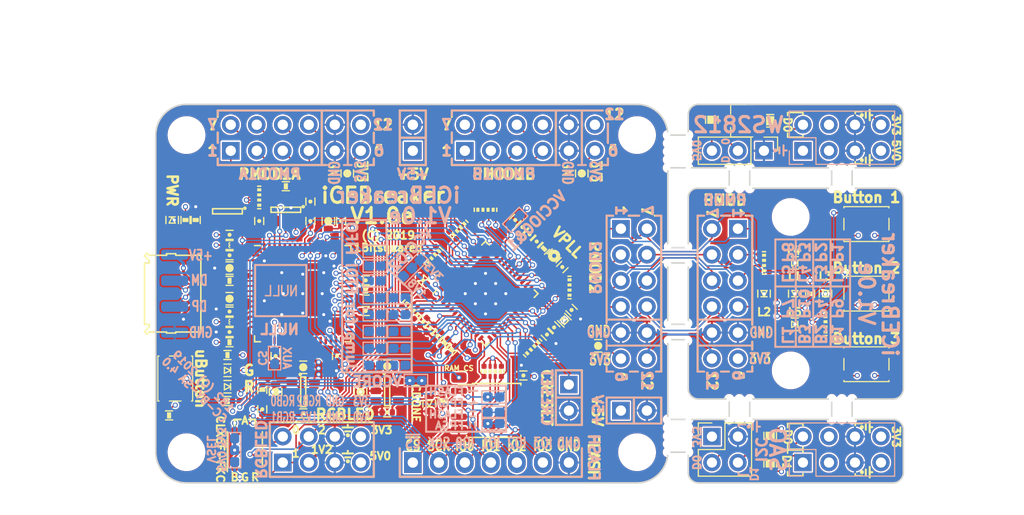
<source format=kicad_pcb>
(kicad_pcb (version 20221018) (generator pcbnew)
  (title_block (title "iCEBreaker") (rev "V1.0d") (company "1BitSquared") (comment 1 "(C) 2019 Piotr Esden-Tempski <piotr@1bitsquared.com>") (comment 2 "(C) 2019 1BitSquared <info@1bitsquared.com>") (comment 3 "License: CC-BY-SA 4.0"))
  (layers (0 "F.Cu" signal) (1 "In1.Cu" signal) (2 "In2.Cu" signal) (31 "B.Cu" signal) (34 "B.Paste" user) (35 "F.Paste" user) (36 "B.SilkS" user "B.Silkscreen") (37 "F.SilkS" user "F.Silkscreen") (38 "B.Mask" user) (39 "F.Mask" user) (44 "Edge.Cuts" user))
  (net 0 "")
  (net 1 "/~{LEDG}")
  (net 2 "/xFIFO_~{WR}")
  (net 3 "+3V3")
  (net 4 "/iCE_SS_B")
  (net 5 "+1V2")
  (net 6 "/xFIFO_WKUP")
  (net 7 "/~{BUTTON}")
  (net 8 "/~{LEDR}")
  (net 9 "/xFIFO_~{RD}")
  (net 10 "/xFIFO_~{RXF}")
  (net 11 "/P2_4")
  (net 12 "/P2_9")
  (net 13 "/xFIFO_D7")
  (net 14 "/xFIFO_D6")
  (net 15 "/P2_3")
  (net 16 "/P2_8")
  (net 17 "/xFIFO_D5")
  (net 18 "/xFIFO_D4")
  (net 19 "/P2_2")
  (net 20 "/P2_7")
  (net 21 "/xFIFO_D3")
  (net 22 "/xFIFO_D2")
  (net 23 "/P2_1")
  (net 24 "/xFIFO_~{TXE}")
  (net 25 "/P2_10")
  (net 26 "GND")
  (net 27 "Net-(R6-Pad1)")
  (net 28 "Net-(R2-Pad1)")
  (net 29 "/FTDI_CLK")
  (net 30 "Net-(C3-Pad1)")
  (net 31 "+5V")
  (net 32 "Net-(C11-Pad1)")
  (net 33 "/iCE_SCK")
  (net 34 "Net-(C12-Pad1)")
  (net 35 "Net-(R8-Pad1)")
  (net 36 "Net-(C13-Pad1)")
  (net 37 "+1V8")
  (net 38 "Net-(R9-Pad1)")
  (net 39 "/iCE_CDONE")
  (net 40 "/iCE_CRESET")
  (net 41 "/P1B9")
  (net 42 "/P1B10")
  (net 43 "/P1B4")
  (net 44 "/P1A1")
  (net 45 "/P1A7")
  (net 46 "/P1A2")
  (net 47 "/P1A8")
  (net 48 "/P1A3")
  (net 49 "/P1A9")
  (net 50 "/P1A4")
  (net 51 "/P1A10")
  (net 52 "/P1B1")
  (net 53 "/P1B7")
  (net 54 "/P1B2")
  (net 55 "/P1B8")
  (net 56 "/P1B3")
  (net 57 "Net-(D6-PadA)")
  (net 58 "Net-(D9-PadA)")
  (net 59 "Net-(D7-PadA)")
  (net 60 "Net-(D10-PadA)")
  (net 61 "/shield")
  (net 62 "Net-(D8-PadA)")
  (net 63 "Net-(D1-PadA)")
  (net 64 "Net-(D4-PadA)")
  (net 65 "Net-(D5-PadA)")
  (net 66 "Net-(R2-Pad5)")
  (net 67 "Net-(R2-Pad3)")
  (net 68 "Net-(C39-Pad1)")
  (net 69 "/P1A1x")
  (net 70 "/P1A7x")
  (net 71 "/P1A2x")
  (net 72 "/P1A8x")
  (net 73 "/P2_4x")
  (net 74 "/P2_3x")
  (net 75 "/P2_2x")
  (net 76 "/P2_1x")
  (net 77 "/P1B7x")
  (net 78 "/P1B8x")
  (net 79 "/P1B9x")
  (net 80 "/P1B10x")
  (net 81 "/P2_10x")
  (net 82 "/P2_9x")
  (net 83 "/P2_8x")
  (net 84 "/P2_7x")
  (net 85 "/P1B1x")
  (net 86 "/P1B2x")
  (net 87 "/P1B3x")
  (net 88 "/P1B4x")
  (net 89 "/P1A10x")
  (net 90 "/P1A4x")
  (net 91 "/P1A9x")
  (net 92 "/P1A3x")
  (net 93 "/USB_DP")
  (net 94 "/USB_DM")
  (net 95 "/Tx_TTL|FIFO_D1")
  (net 96 "/Rx_TTL|FIFO_D0")
  (net 97 "/FLASH_MISO|IO1")
  (net 98 "/FLASH_MOSI|IO0")
  (net 99 "/FLASH_~{WP}|IO2")
  (net 100 "/FLASH_~{HLD}|~{RST}|IO3")
  (net 101 "/FLASH_CS")
  (net 102 "/xFIFO_D1")
  (net 103 "/xFIFO_D0")
  (net 104 "/VCCIO_2")
  (net 105 "/VCCIO_0|1")
  (net 106 "/VCCPLL")
  (net 107 "/VCORE")
  (net 108 "/xiCE_CRESET")
  (net 109 "/iCE_SO")
  (net 110 "/iCE_SI")
  (net 111 "/SPI_CS")
  (net 112 "Net-(D11-Pad4)")
  (net 113 "Net-(R2-Pad8)")
  (net 114 "/ET_3V3")
  (net 115 "/ET_5V")
  (net 116 "/ET_GND")
  (net 117 "/EB_3V3")
  (net 118 "/EB_OD1")
  (net 119 "/EB_GND")
  (net 120 "/~{LED_RGB2}")
  (net 121 "/~{LED_RGB1}")
  (net 122 "/~{LED_RGB0}")
  (net 123 "/VPP_2V5")
  (net 124 "/ET_OD0")
  (net 125 "/EB_OD0")
  (net 126 "/ET_O0")
  (footprint "Pin_Headers:Pin_Header_Straight_2x01" (layer "F.Cu") (at 75.42 58.93)
    (fp_text reference "J27")
    (fp_text value "5V AUX")
  )
  (footprint "pkl_connectors:Connector_USB_Micro_B_SMD" (layer "F.Cu") (at 31.5 47.5 180)
    (fp_text reference "P1")
    (fp_text value "pkl_USB_OTG" hide)
  )
  (footprint "pkl_housings_soic:SOIC-8_5.3x5.3mm_Pitch1.27mm" (layer "F.Cu") (at 63 58.9)
    (fp_text reference "U5")
    (fp_text value "W25Q128JV-DTR")
  )
  (footprint "pkl_dipol:C_0402" (layer "F.Cu") (at 66.5 41.7 45)
    (fp_text reference "C25")
    (fp_text value "100n")
  )
  (footprint "pkl_dipol:C_0402" (layer "F.Cu") (at 40.4 58.8 -90)
    (fp_text reference "C39")
    (fp_text value "1u")
  )
  (footprint "pkl_dipol:C_0402" (layer "F.Cu") (at 56.125001 50.2322 -135)
    (fp_text reference "C38")
    (fp_text value "10n")
  )
  (footprint "Mounting_Holes:MountingHole_3-5mm" (layer "F.Cu") (at 77 32)
    (fp_text reference "REF**" hide)
    (fp_text value "MH3" hide)
  )
  (footprint "Mounting_Holes:MountingHole_3-5mm" (layer "F.Cu") (at 33 63)
    (fp_text reference "REF**" hide)
    (fp_text value "MH3" hide)
  )
  (footprint "Mounting_Holes:MountingHole_3-5mm" (layer "F.Cu") (at 77 63)
    (fp_text reference "REF**" hide)
    (fp_text value "MH3" hide)
  )
  (footprint "pkl_dipol:C_0402" (layer "F.Cu") (at 37.2 49.25 180)
    (fp_text reference "C13")
    (fp_text value "100n")
  )
  (footprint "Pin_Headers:Pin_Header_Straight_2x04" (layer "F.Cu") (at 42.4 64.01 90)
    (fp_text reference "J25")
    (fp_text value "RGB Led")
  )
  (footprint "Mounting_Holes:MountingHole_3-5mm" (layer "F.Cu") (at 33 32)
    (fp_text reference "REF**" hide)
    (fp_text value "MH3" hide)
  )
  (footprint "Socket_Strips:Socket_Strip_Angled_2x06" (layer "F.Cu") (at 72.88 33.53 180)
    (fp_text reference "J22")
    (fp_text value "PMOD")
  )
  (footprint "pkl_dipol:R_0402" (layer "F.Cu") (at 93.9 47.5 90)
    (fp_text reference "R18")
    (fp_text value "330E")
  )
  (footprint "pkl_dipol:R_Array_Convex_4x0402" (layer "F.Cu") (at 89.4 44.5 180)
    (fp_text reference "R17")
    (fp_text value "330E")
  )
  (footprint "Mounting_Holes:MountingHole_3-5mm" (layer "F.Cu") (at 92 55)
    (fp_text reference "REF**" hide)
    (fp_text value "MH3" hide)
  )
  (footprint "pkl_dipol:R_Array_Convex_4x0402" (layer "F.Cu") (at 95.4 50.5)
    (fp_text reference "R16")
    (fp_text value "10k")
  )
  (footprint "Pin_Headers:Pin_Header_Straight_2x06" (layer "F.Cu") (at 86.85 53.85 180)
    (fp_text reference "J24")
    (fp_text value "PMOD")
  )
  (footprint "pkl_dipol:D_0603" (layer "F.Cu") (at 89.4 47.5 90)
    (fp_text reference "D6")
    (fp_text value "GRN")
  )
  (footprint "pkl_dipol:D_0603" (layer "F.Cu") (at 95.4 47.5 90)
    (fp_text reference "D10")
    (fp_text value "GRN")
  )
  (footprint "Mounting_Holes:MountingHole_3-5mm" (layer "F.Cu") (at 92 40)
    (fp_text reference "REF**" hide)
    (fp_text value "MH3" hide)
  )
  (footprint "pkl_dipol:D_0603" (layer "F.Cu") (at 92.4 44.5 180)
    (fp_text reference "D7")
    (fp_text value "GRN")
  )
  (footprint "pkl_dipol:D_0603" (layer "F.Cu") (at 92.4 47.5 90)
    (fp_text reference "D8")
    (fp_text value "RED")
  )
  (footprint "pkl_dipol:D_0603" (layer "F.Cu") (at 92.4 50.5 180)
    (fp_text reference "D9")
    (fp_text value "GRN")
  )
  (footprint "pkl_dipol:C_0402" (layer "F.Cu") (at 40.1 40.4 90)
    (fp_text reference "C17")
    (fp_text value "100n")
  )
  (footprint "pkl_dipol:C_0402" (layer "F.Cu") (at 45.1 40.4 90)
    (fp_text reference "C21")
    (fp_text value "100n")
  )
  (footprint "pkl_dipol:C_0402" (layer "F.Cu") (at 47.7 53.6 -90)
    (fp_text reference "C19")
    (fp_text value "100n")
  )
  (footprint "pkl_dipol:R_Array_Convex_4x0402" (layer "F.Cu") (at 40.1 38.1 180)
    (fp_text reference "R2")
    (fp_text value "10k")
  )
  (footprint "pkl_dipol:C_0402" (layer "F.Cu") (at 37.2 41.75)
    (fp_text reference "C4")
    (fp_text value "100n")
  )
  (footprint "pkl_housings_dfn_qfn:QFN-64-4.45mm1EP_9x9mm_Pitch0.5mm" (layer "F.Cu") (at 44.35 47.5)
    (fp_text reference "U4")
    (fp_text value "FT2232H")
  )
  (footprint "pkl_dipol:C_0402" (layer "F.Cu") (at 48.1 40.4 90)
    (fp_text reference "C10")
    (fp_text value "100n")
  )
  (footprint "pkl_housings_sot:SOT-23-5" (layer "F.Cu") (at 52.6 57 180)
    (fp_text reference "U3")
    (fp_text value "1V2")
  )
  (footprint "pkl_dipol:C_0402" (layer "F.Cu") (at 41.7 53.6 -90)
    (fp_text reference "C18")
    (fp_text value "100n")
  )
  (footprint "pkl_dipol:C_0603" (layer "F.Cu") (at 44.4 54.7 180)
    (fp_text reference "C5")
    (fp_text value "4u7")
  )
  (footprint "pkl_dipol:R_0402" (layer "F.Cu") (at 40.4 56.9 -90)
    (fp_text reference "R3")
    (fp_text value "10k")
  )
  (footprint "pkl_dipol:C_0603" (layer "F.Cu") (at 41.7 57.1 -90)
    (fp_text reference "C2")
    (fp_text value "4u7")
  )
  (footprint "pkl_dipol:R_0402" (layer "F.Cu") (at 37 53.5)
    (fp_text reference "R14")
    (fp_text value "330E")
  )
  (footprint "pkl_dipol:R_0402" (layer "F.Cu") (at 31.3 59.4 180)
    (fp_text reference "R13")
    (fp_text value "10k")
  )
  (footprint "pkl_dipol:R_0402" (layer "F.Cu") (at 37.2 52.25 180)
    (fp_text reference "R9")
    (fp_text value "10k")
  )
  (footprint "pkl_dipol:C_0402" (layer "F.Cu") (at 37.2 51.25 180)
    (fp_text reference "C14")
    (fp_text value "100n")
  )
  (footprint "pkl_dipol:L_0402" (layer "F.Cu") (at 37.2 50.25)
    (fp_text reference "L1")
    (fp_text value "600")
  )
  (footprint "pkl_dipol:L_0402" (layer "F.Cu") (at 37.2 42.75)
    (fp_text reference "L2")
    (fp_text value "600")
  )
  (footprint "pkl_dipol:C_0402" (layer "F.Cu") (at 37.2 43.75 180)
    (fp_text reference "C12")
    (fp_text value "100n")
  )
  (footprint "pkl_dipol:R_0402" (layer "F.Cu") (at 58.2 52.3 45)
    (fp_text reference "R19")
    (fp_text value "10k")
  )
  (footprint "pkl_dipol:C_0402" (layer "F.Cu") (at 57.5 51.6 -135)
    (fp_text reference "C36")
    (fp_text value "1u")
  )
  (footprint "pkl_dipol:C_0402" (layer "F.Cu") (at 56.8 50.9 -135)
    (fp_text reference "C37")
    (fp_text value "100n")
  )
  (footprint "pkl_dipol:C_0402" (layer "F.Cu") (at 56.1 46.2 -45)
    (fp_text reference "C27")
    (fp_text value "100n")
  )
  (footprint "pkl_dipol:C_0402" (layer "F.Cu") (at 68.9 50.8 135)
    (fp_text reference "C29")
    (fp_text value "100n")
  )
  (footprint "pkl_dipol:C_0402" (layer "F.Cu") (at 69.7 44.9 45)
    (fp_text reference "C26")
    (fp_text value "100n")
  )
  (footprint "pkl_dipol:C_0603" (layer "F.Cu") (at 68.9 43.8 45)
    (fp_text reference "C24")
    (fp_text value "10u")
  )
  (footprint "pkl_dipol:C_0402" (layer "F.Cu") (at 67.2 42.4 45)
    (fp_text reference "C28")
    (fp_text value "10n")
  )
  (footprint "pkl_housings_sot:SOT-23-6" (layer "F.Cu") (at 42.7 39.3 90)
    (fp_text reference "U1")
    (fp_text value "93C46B-SOT-23-6")
  )
  (footprint "pkl_housings_sot:SOT-23-5" (layer "F.Cu") (at 44.4 57.1 180)
    (fp_text reference "U2")
    (fp_text value "3.3V")
  )
  (footprint "pkl_housings_dfn_qfn:QFN-48-1EP_7x7mm_Pitch0.5mm" (layer "F.Cu") (at 62.2 47.5 45)
    (fp_text reference "U6")
    (fp_text value "ICE40UP5K-SG48")
  )
  (footprint "pkl_dipol:R_0402" (layer "F.Cu") (at 42.7 37)
    (fp_text reference "R6")
    (fp_text value "2k2")
  )
  (footprint "pkl_dipol:R_0402" (layer "F.Cu") (at 37.2 46.25 180)
    (fp_text reference "R8")
    (fp_text value "12k")
  )
  (footprint "pkl_dipol:R_0402" (layer "F.Cu") (at 67.9 43.1 45)
    (fp_text reference "R10")
    (fp_text value "100E")
  )
  (footprint "pkl_dipol:R_0402" (layer "F.Cu") (at 58 57.95 90)
    (fp_text reference "R12")
    (fp_text value "2k2")
  )
  (footprint "pkl_dipol:R_0402" (layer "F.Cu") (at 37 58)
    (fp_text reference "R15")
    (fp_text value "330E")
  )
  (footprint "pkl_dipol:D_0603" (layer "F.Cu") (at 56.7 58.25 90)
    (fp_text reference "D3")
    (fp_text value "BLU")
  )
  (footprint "pkl_dipol:D_0603" (layer "F.Cu") (at 37 55 180)
    (fp_text reference "D4")
    (fp_text value "GRN")
  )
  (footprint "pkl_dipol:D_0603" (layer "F.Cu") (at 37 56.6 180)
    (fp_text reference "D5")
    (fp_text value "RED")
  )
  (footprint "pkl_dipol:C_0603" (layer "F.Cu") (at 52.6 54.6 180)
    (fp_text reference "C15")
    (fp_text value "4u7")
  )
  (footprint "pkl_dipol:C_0603" (layer "F.Cu") (at 50 57.1 -90)
    (fp_text reference "C8")
    (fp_text value "4u7")
  )
  (footprint "pkl_dipol:C_0402" (layer "F.Cu") (at 65.9 55.5 180)
    (fp_text reference "C22")
    (fp_text value "100n")
  )
  (footprint "pkl_dipol:C_0402" (layer "F.Cu") (at 50.5 46.2)
    (fp_text reference "C20")
    (fp_text value "100n")
  )
  (footprint "pkl_dipol:C_0402" (layer "F.Cu") (at 52.6 59.1 180)
    (fp_text reference "C11")
    (fp_text value "10n")
  )
  (footprint "pkl_dipol:C_0402" (layer "F.Cu") (at 50.5 49.2)
    (fp_text reference "C16")
    (fp_text value "100n")
  )
  (footprint "pkl_dipol:C_0402" (layer "F.Cu") (at 65.1 40.3 45)
    (fp_text reference "C30")
    (fp_text value "100n")
  )
  (footprint "pkl_dipol:C_0402" (layer "F.Cu") (at 68.2 51.5 -45)
    (fp_text reference "C31")
    (fp_text value "100n")
  )
  (footprint "pkl_dipol:C_0402" (layer "F.Cu") (at 45.1 38.5 90)
    (fp_text reference "C1")
    (fp_text value "100n")
  )
  (footprint "pkl_dipol:C_0402" (layer "F.Cu") (at 44.4 59.2 180)
    (fp_text reference "C3")
    (fp_text value "10n")
  )
  (footprint "pkl_dipol:C_0402" (layer "F.Cu") (at 65.8 41 45)
    (fp_text reference "C23")
    (fp_text value "1u")
  )
  (footprint "Socket_Strips:Socket_Strip_Straight_2x06" (layer "F.Cu") (at 75.42 53.85 90)
    (fp_text reference "J23")
    (fp_text value "PMOD")
  )
  (footprint "Pin_Headers:Pin_Header_Straight_2x01" (layer "F.Cu") (at 55.1 33.53 90)
    (fp_text reference "J26")
    (fp_text value "5V AUX")
  )
  (footprint "Pin_Headers:Pin_Header_Straight_1x07" (layer "F.Cu") (at 55.1 64.01 90)
    (fp_text reference "J20")
    (fp_text value "Flash")
  )
  (footprint "pkl_dipol:C_0402" (layer "F.Cu") (at 70.6 49.1 -45)
    (fp_text reference "C35")
    (fp_text value "DNP")
  )
  (footprint "pkl_housings_sot:SOT-23-5" (layer "F.Cu") (at 37 39.45 90)
    (fp_text reference "U7")
    (fp_text value "12MHz")
  )
  (footprint "pkl_dipol:C_0603" (layer "F.Cu") (at 37.2 48 180)
    (fp_text reference "C9")
    (fp_text value "4u7")
  )
  (footprint "pkl_dipol:C_0603" (layer "F.Cu") (at 37.2 45 180)
    (fp_text reference "C6")
    (fp_text value "4u7")
  )
  (footprint "pkl_dipol:R_0402" (layer "F.Cu") (at 33.9 40.3 -90)
    (fp_text reference "R1")
    (fp_text value "1M")
  )
  (footprint "pkl_dipol:R_0402" (layer "F.Cu") (at 32.9 40.3 -90)
    (fp_text reference "R5")
    (fp_text value "330E")
  )
  (footprint "pkl_dipol:C_0603" (layer "F.Cu") (at 46.85 40.4 90)
    (fp_text reference "C7")
    (fp_text value "4u7")
  )
  (footprint "pkl_dipol:R_Array_Convex_4x0402" (layer "F.Cu") (at 70.4 46.9)
    (fp_text reference "R4")
    (fp_text value "33E")
  )
  (footprint "pkl_dipol:R_Array_Convex_4x0402" (layer "F.Cu") (at 62.2 39.3 90)
    (fp_text reference "R24")
    (fp_text value "33E")
  )
  (footprint "pkl_dipol:R_Array_Convex_4x0402" (layer "F.Cu") (at 59.6 41.2 135)
    (fp_text reference "R21")
    (fp_text value "33E")
  )
  (footprint "pkl_dipol:R_Array_Convex_4x0402" (layer "F.Cu") (at 57.105546 43.866206 135)
    (fp_text reference "R23")
    (fp_text value "33E")
  )
  (footprint "pkl_dipol:R_Array_Convex_4x0402" (layer "F.Cu") (at 55 49 -135)
    (fp_text reference "R20")
    (fp_text value "33E")
  )
  (footprint "pkl_dipol:R_0402" (layer "F.Cu") (at 50.5 47.2)
    (fp_text reference "R25")
    (fp_text value "10k")
  )
  (footprint "pkl_dipol:R_0402" (layer "F.Cu") (at 58.9 53 -135)
    (fp_text reference "R26")
    (fp_text value "2k2")
  )
  (footprint "Connector_PinHeader_2.54mm:PinHeader_2x01_P2.54mm_Vertical" (layer "F.Cu") (at 70.34 56.39 -90)
    (fp_text reference "J28")
    (fp_text value "CRESET")
  )
  (footprint "pkl_dipol:R_Array_Convex_4x0402" (layer "F.Cu") (at 62.9 55.1 -90)
    (fp_text reference "R11")
    (fp_text value "10k")
  )
  (footprint "pkl_dipol:C_0603" (layer "F.Cu") (at 71.6 35.75 90)
    (fp_text reference "C33")
    (fp_text value "DNP")
  )
  (footprint "pkl_dipol:C_0603" (layer "F.Cu") (at 48.7 35.75 90)
    (fp_text reference "C32")
    (fp_text value "DNP")
  )
  (footprint "Socket_Strips:Socket_Strip_Angled_2x06" (layer "F.Cu") (at 50.02 33.53 180)
    (fp_text reference "J21")
    (fp_text value "PMOD")
  )
  (footprint "pkl_dipol:C_0603" (layer "F.Cu") (at 73.2 52.6)
    (fp_text reference "C34")
    (fp_text value "DNP")
  )
  (footprint "pkl_buttons_switches:SW_SPST_3x4x2.5" (layer "F.Cu") (at 31.9 55.8 -90)
    (fp_text reference "SW1")
    (fp_text value "TACT")
  )
  (footprint "pkl_buttons_switches:SW_SPST_3x4x2.5" (layer "F.Cu") (at 99.4 54.4)
    (fp_text reference "SW4")
    (fp_text value "TACT")
  )
  (footprint "pkl_buttons_switches:SW_SPST_3x4x2.5" (layer "F.Cu") (at 99.4 47.5)
    (fp_text reference "SW3")
    (fp_text value "TACT")
  )
  (footprint "pkl_buttons_switches:SW_SPST_3x4x2.5" (layer "F.Cu") (at 99.4 40.7)
    (fp_text reference "SW2")
    (fp_text value "TACT")
  )
  (footprint "pkl_pads:PAD_SMD_1x1.5" (layer "F.Cu") (at 59.6 55.7)
    (fp_text reference "P6")
    (fp_text value "RAM_CS")
  )
  (footprint "pkl_mechanical:Drill_0.5mm" (layer "F.Cu") (at 86 57.8)
    (fp_text reference "REF**" hide)
    (fp_text value "D05" hide)
  )
  (footprint "pkl_mechanical:Drill_0.5mm" (layer "F.Cu") (at 87 57.8)
    (fp_text reference "REF**" hide)
    (fp_text value "D05" hide)
  )
  (footprint "pkl_mechanical:Drill_0.5mm" (layer "F.Cu") (at 88 57.8)
    (fp_text reference "REF**" hide)
    (fp_text value "D05" hide)
  )
  (footprint "pkl_mechanical:Drill_0.5mm" (layer "F.Cu") (at 88 59.8)
    (fp_text reference "REF**" hide)
    (fp_text value "D05" hide)
  )
  (footprint "pkl_mechanical:Drill_0.5mm" (layer "F.Cu") (at 87 59.8)
    (fp_text reference "REF**" hide)
    (fp_text value "D05" hide)
  )
  (footprint "pkl_mechanical:Drill_0.5mm" (layer "F.Cu") (at 96 57.8)
    (fp_text reference "REF**" hide)
    (fp_text value "D05" hide)
  )
  (footprint "pkl_mechanical:Drill_0.5mm" (layer "F.Cu") (at 98 57.8)
    (fp_text reference "REF**" hide)
    (fp_text value "D05" hide)
  )
  (footprint "pkl_mechanical:Drill_0.5mm" (layer "F.Cu") (at 97 57.8)
    (fp_text reference "REF**" hide)
    (fp_text value "D05" hide)
  )
  (footprint "pkl_mechanical:Drill_0.5mm" (layer "F.Cu") (at 96 59.8)
    (fp_text reference "REF**" hide)
    (fp_text value "D05" hide)
  )
  (footprint "pkl_mechanical:Drill_0.5mm" (layer "F.Cu") (at 97 59.8)
    (fp_text reference "REF**" hide)
    (fp_text value "D05" hide)
  )
  (footprint "pkl_mechanical:Drill_0.5mm" (layer "F.Cu") (at 98 59.8)
    (fp_text reference "REF**" hide)
    (fp_text value "D05" hide)
  )
  (footprint "pkl_mechanical:Drill_0.5mm" (layer "F.Cu") (at 97 35.2)
    (fp_text reference "REF**" hide)
    (fp_text value "D05" hide)
  )
  (footprint "pkl_mechanical:Drill_0.5mm" (layer "F.Cu") (at 96 35.2)
    (fp_text reference "REF**" hide)
    (fp_text value "D05" hide)
  )
  (footprint "pkl_mechanical:Drill_0.5mm" (layer "F.Cu") (at 98 37.2)
    (fp_text reference "REF**" hide)
    (fp_text value "D05" hide)
  )
  (footprint "pkl_mechanical:Drill_0.5mm" (layer "F.Cu") (at 97 37.2)
    (fp_text reference "REF**" hide)
    (fp_text value "D05" hide)
  )
  (footprint "pkl_mechanical:Drill_0.5mm" (layer "F.Cu") (at 98 35.2)
    (fp_text reference "REF**" hide)
    (fp_text value "D05" hide)
  )
  (footprint "pkl_mechanical:Drill_0.5mm" (layer "F.Cu") (at 96 37.2)
    (fp_text reference "REF**" hide)
    (fp_text value "D05" hide)
  )
  (footprint "pkl_mechanical:Drill_0.5mm" (layer "F.Cu") (at 87 37.2)
    (fp_text reference "REF**" hide)
    (fp_text value "D05" hide)
  )
  (footprint "pkl_mechanical:Drill_0.5mm" (layer "F.Cu") (at 88 37.2)
    (fp_text reference "REF**" hide)
    (fp_text value "D05" hide)
  )
  (footprint "pkl_mechanical:Drill_0.5mm" (layer "F.Cu") (at 86 35.2)
    (fp_text reference "REF**" hide)
    (fp_text value "D05" hide)
  )
  (footprint "pkl_mechanical:Drill_0.5mm" (layer "F.Cu") (at 88 35.2)
    (fp_text reference "REF**" hide)
    (fp_text value "D05" hide)
  )
  (footprint "pkl_mechanical:Drill_0.5mm" (layer "F.Cu") (at 86 37.2)
    (fp_text reference "REF**" hide)
    (fp_text value "D05" hide)
  )
  (footprint "pkl_mechanical:Drill_0.5mm" (layer "F.Cu") (at 87 35.2)
    (fp_text reference "REF**" hide)
    (fp_text value "D05" hide)
  )
  (footprint "pkl_mechanical:Drill_0.5mm" (layer "F.Cu") (at 82 35.2)
    (fp_text reference "REF**" hide)
    (fp_text value "D05" hide)
  )
  (footprint "pkl_mechanical:Drill_0.5mm" (layer "F.Cu") (at 82 32)
    (fp_text reference "REF**" hide)
    (fp_text value "D05" hide)
  )
  (footprint "pkl_mechanical:Drill_0.5mm" (layer "F.Cu") (at 82 33.6)
    (fp_text reference "REF**" hide)
    (fp_text value "D05" hide)
  )
  (footprint "pkl_mechanical:Drill_0.5mm" (layer "F.Cu") (at 80 33.6)
    (fp_text reference "REF**" hide)
    (fp_text value "D05" hide)
  )
  (footprint "pkl_mechanical:Drill_0.5mm" (layer "F.Cu") (at 80 32)
    (fp_text reference "REF**" hide)
    (fp_text value "D05" hide)
  )
  (footprint "pkl_mechanical:Drill_0.5mm" (layer "F.Cu") (at 80 35.2)
    (fp_text reference "REF**" hide)
    (fp_text value "D05" hide)
  )
  (footprint "pkl_mechanical:Drill_0.5mm" (layer "F.Cu") (at 80 34.4)
    (fp_text reference "REF**" hide)
    (fp_text value "D05" hide)
  )
  (footprint "pkl_mechanical:Drill_0.5mm" (layer "F.Cu") (at 80 32.8)
    (fp_text reference "REF**" hide)
    (fp_text value "D05" hide)
  )
  (footprint "pkl_mechanical:Drill_0.5mm" (layer "F.Cu") (at 82 32.8)
    (fp_text reference "REF**" hide)
    (fp_text value "D05" hide)
  )
  (footprint "pkl_mechanical:Drill_0.5mm" (layer "F.Cu") (at 82 34.4)
    (fp_text reference "REF**" hide)
    (fp_text value "D05" hide)
  )
  (footprint "pkl_mechanical:Drill_0.5mm" (layer "F.Cu") (at 82 63)
    (fp_text reference "REF**" hide)
    (fp_text value "D05" hide)
  )
  (footprint "pkl_mechanical:Drill_0.5mm" (layer "F.Cu") (at 82 62.2)
    (fp_text reference "REF**" hide)
    (fp_text value "D05" hide)
  )
  (footprint "pkl_mechanical:Drill_0.5mm" (layer "F.Cu") (at 80 61.4)
    (fp_text reference "REF**" hide)
    (fp_text value "D05" hide)
  )
  (footprint "pkl_mechanical:Drill_0.5mm" (layer "F.Cu") (at 80 59.8)
    (fp_text reference "REF**" hide)
    (fp_text value "D05" hide)
  )
  (footprint "pkl_mechanical:Drill_0.5mm" (layer "F.Cu") (at 80 60.6)
    (fp_text reference "REF**" hide)
    (fp_text value "D05" hide)
  )
  (footprint "pkl_mechanical:Drill_0.5mm" (layer "F.Cu") (at 80 63)
    (fp_text reference "REF**" hide)
    (fp_text value "D05" hide)
  )
  (footprint "pkl_mechanical:Drill_0.5mm" (layer "F.Cu") (at 82 61.4)
    (fp_text reference "REF**" hide)
    (fp_text value "D05" hide)
  )
  (footprint "pkl_mechanical:Drill_0.5mm" (layer "F.Cu") (at 82 59.8)
    (fp_text reference "REF**" hide)
    (fp_text value "D05" hide)
  )
  (footprint "pkl_mechanical:Drill_0.5mm" (layer "F.Cu") (at 82 60.6)
    (fp_text reference "REF**" hide)
    (fp_text value "D05" hide)
  )
  (footprint "pkl_mechanical:Drill_0.5mm" (layer "F.Cu") (at 80 62.2)
    (fp_text reference "REF**" hide)
    (fp_text value "D05" hide)
  )
  (footprint "pkl_mechanical:Drill_0.5mm" (layer "F.Cu") (at 81.9 52.1)
    (fp_text reference "REF**" hide)
    (fp_text value "D05" hide)
  )
  (footprint "pkl_mechanical:Drill_0.5mm" (layer "F.Cu") (at 80.1 52.1)
    (fp_text reference "REF**" hide)
    (fp_text value "D05" hide)
  )
  (footprint "pkl_mechanical:Drill_0.5mm" (layer "F.Cu") (at 80.1 50.4)
    (fp_text reference "REF**" hide)
    (fp_text value "D05" hide)
  )
  (footprint "pkl_mechanical:Drill_0.5mm" (layer "F.Cu") (at 81.9 50.4)
    (fp_text reference "REF**" hide)
    (fp_text value "D05" hide)
  )
  (footprint "pkl_mechanical:Drill_0.5mm" (layer "F.Cu") (at 81.9 44.6)
    (fp_text reference "REF**" hide)
    (fp_text value "D05" hide)
  )
  (footprint "pkl_mechanical:Drill_0.5mm" (layer "F.Cu") (at 80.1 44.6)
    (fp_text reference "REF**" hide)
    (fp_text value "D05" hide)
  )
  (footprint "pkl_mechanical:Drill_0.5mm" (layer "F.Cu") (at 80.1 42.9)
    (fp_text reference "REF**" hide)
    (fp_text value "D05" hide)
  )
  (footprint "pkl_mechanical:Drill_0.5mm" (layer "F.Cu") (at 81.9 42.9)
    (fp_text reference "REF**" hide)
    (fp_text value "D05" hide)
  )
  (footprint "pkl_led:LED_Cree_PLCC6_3.4x3.4mm" (layer "F.Cu") (at 38.7 62.7 90)
    (fp_text reference "D11")
    (fp_text value "LED_RGB")
  )
  (footprint "pkl_dipol:R_0603" (layer "F.Cu") (at 84.3 30.5 90)
    (fp_text reference "R27")
    (fp_text value "10k")
  )
  (footprint "Package_TO_SOT_SMD:SOT-23" (layer "F.Cu") (at 86.9 30.6 180)
    (fp_text reference "Q1")
    (fp_text value "BSS138")
  )
  (footprint "Connector_PinHeader_2.54mm:PinHeader_1x03_P2.54mm_Vertical" (layer "F.Cu") (at 89.39 33.53 -90)
    (fp_text reference "J32")
    (fp_text value "WS2812")
  )
  (footprint "pkl_dipol:R_0603" (layer "F.Cu") (at 90 64.1 -90)
    (fp_text reference "R29")
    (fp_text value "10k")
  )
  (footprint "pkl_dipol:R_0603" (layer "F.Cu") (at 90 61.4 90)
    (fp_text reference "R28")
    (fp_text value "10k")
  )
  (footprint "Connector_PinSocket_2.54mm:PinSocket_2x02_P2.54mm_Vertical" (layer "F.Cu") (at 84.31 61.47 90)
    (fp_text reference "J34")
    (fp_text value "SADD")
  )
  (footprint "pkl_dipol:R_0603" (layer "F.Cu") (at 90 30.6 180)
    (fp_text reference "R7")
    (fp_text value "10k")
  )
  (footprint "pkl_mechanical:Drill_0.5mm" (layer "F.Cu") (at 86 59.8)
    (fp_text reference "REF**" hide)
    (fp_text value "D05" hide)
  )
  (footprint "pkl_dipol:D_0603" (layer "F.Cu") (at 31.6 40.3 -90)
    (fp_text reference "D1")
    (fp_text value "GRN")
  )
  (footprint "pkl_dipol:R_Array_Convex_4x0402" (layer "F.Cu") (at 66.8 52.8 -45)
    (fp_text reference "R22")
    (fp_text value "33E")
  )
  (footprint "pkl_dipol:D_SOD-523" (layer "F.Cu") (at 69.9 50.1 -45)
    (fp_text reference "D2")
    (fp_text value "~800mVf")
  )
  (footprint "pkl_jumpers:J_0603" (layer "B.Cu") (at 53.8 47.9)
    (fp_text reference "J7")
    (fp_text value "Jumper" hide)
  )
  (footprint "pkl_jumpers:J_0603" (layer "B.Cu") (at 51.4 49.55)
    (fp_text reference "J6")
    (fp_text value "Jumper" hide)
  )
  (footprint "pkl_jumpers:J_0603" (layer "B.Cu") (at 51.4 43.35)
    (fp_text reference "J12")
    (fp_text value "Jumper" hide)
  )
  (footprint "pkl_jumpers:J_0603" (layer "B.Cu") (at 51.4 54.5)
    (fp_text reference "J11")
    (fp_text value "Jumper" hide)
  )
  (footprint "pkl_jumpers:J_0603" (layer "B.Cu") (at 53.8 49.55)
    (fp_text reference "J5")
    (fp_text value "Jumper" hide)
  )
  (footprint "pkl_jumpers:J_0603" (layer "B.Cu") (at 51.4 44.8)
    (fp_text reference "J10")
    (fp_text value "Jumper" hide)
  )
  (footprint "pkl_jumpers:J_0603" (layer "B.Cu") (at 51.4 47.9)
    (fp_text reference "J8")
    (fp_text value "Jumper" hide)
  )
  (footprint "pkl_jumpers:J_0603" (layer "B.Cu") (at 53.8 54.5)
    (fp_text reference "J13")
    (fp_text value "Jumper" hide)
  )
  (footprint "pkl_jumpers:J_0603" (layer "B.Cu") (at 51.4 46.25)
    (fp_text reference "J9")
    (fp_text value "Jumper" hide)
  )
  (footprint "pkl_logos:null_Logo_SilkS_5mm" (layer "B.Cu") (at 42.2 47.2 180)
    (fp_text reference "REF**" hide)
    (fp_text value "null_Logo_SilkS_5mm" hide)
  )
  (footprint "pkl_jumpers:J_0603" (layer "B.Cu") (at 53.8 51.2)
    (fp_text reference "J3")
    (fp_text value "Jumper" hide)
  )
  (footprint "pkl_jumpers:J_0603" (layer "B.Cu") (at 51.4 51.2)
    (fp_text reference "J4")
    (fp_text value "Jumper" hide)
  )
  (footprint "pkl_pads:PAD_SMD_1x2.65" (layer "B.Cu") (at 31.84 48.77)
    (fp_text reference "P4" hide)
    (fp_text value "UP" hide)
  )
  (footprint "pkl_pads:PAD_SMD_1x2.65" (layer "B.Cu") (at 31.84 46.23)
    (fp_text reference "P3" hide)
    (fp_text value "UP" hide)
  )
  (footprint "pkl_pads:PAD_SMD_1x2.65" (layer "B.Cu") (at 31.84 51.31)
    (fp_text reference "P5" hide)
    (fp_text value "UP" hide)
  )
  (footprint "pkl_pads:PAD_SMD_1x2.65" (layer "B.Cu") (at 31.84 43.69)
    (fp_text reference "P2" hide)
    (fp_text value "UP" hide)
  )
  (footprint "pkl_jumpers:J_NC_0603_30" (layer "B.Cu") (at 55.4 56 180)
    (fp_text reference "J14")
    (fp_text value "Jumper")
  )
  (footprint "pkl_jumpers:J_NC_0603_30" (layer "B.Cu") (at 65.1 40.3 45)
    (fp_text reference "J19")
    (fp_text value "Jumper")
  )
  (footprint "pkl_jumpers:J_NC_0603_15" (layer "B.Cu") (at 63 60.2 180)
    (fp_text reference "J15")
    (fp_text value "Jumper")
  )
  (footprint "pkl_jumpers:J_NC_0603_15" (layer "B.Cu") (at 63 57.6)
    (fp_text reference "J18")
    (fp_text value "Jumper")
  )
  (footprint "pkl_jumpers:J_NC_0603_15" (layer "B.Cu") (at 63 59.1 180)
    (fp_text reference "J16")
    (fp_text value "Jumper")
  )
  (footprint "pkl_jumpers:J_NC_0603_15" (layer "B.Cu") (at 51.4 52.85)
    (fp_text reference "J2")
    (fp_text value "Jumper")
  )
  (footprint "pkl_jumpers:J_NC_0603_15" (layer "B.Cu") (at 53.8 52.85)
    (fp_text reference "J1")
    (fp_text value "Jumper")
  )
  (footprint "pkl_jumpers:J_NCNO_0903_30" (layer "B.Cu") (at 55 45 -135)
    (fp_text reference "J17")
    (fp_text value "Jumper")
  )
  (footprint "pkl_jumpers:J_NC_0603_15" (layer "B.Cu") (at 41.6 53.8 -90)
    (fp_text reference "J29")
    (fp_text value "Jumper")
  )
  (footprint "pkl_jumpers:J_NCNO_0903_30" (layer "B.Cu") (at 37.7 62.8 -90)
    (fp_text reference "J30")
    (fp_text value "Jumper")
  )
  (footprint "Connector_PinSocket_2.54mm:PinSocket_2x04_P2.54mm_Vertical" (layer "B.Cu") (at 93.2 33.53 -90)
    (fp_text reference "J31")
    (fp_text value "RGB Led")
  )
  (footprint "Connector_PinSocket_2.54mm:PinSocket_2x04_P2.54mm_Vertical" (layer "B.Cu") (at 93.2 64.01 -90)
    (fp_text reference "J33")
    (fp_text value "RGB Led")
  )
  (gr_line (start 60.5 58.2) (end 61.4 58.2) (stroke (width 0.2)) (layer "B.SilkS"))
  (gr_line (start 36.05 31.752) (end 36.05 32.768) (stroke (width 0.2)) (layer "B.SilkS"))
  (gr_line (start 58.91 31.752) (end 58.91 32.768) (stroke (width 0.2)) (layer "B.SilkS"))
  (gr_line (start 69.07 29.593) (end 58.91 29.593) (stroke (width 0.2)) (layer "B.SilkS"))
  (gr_line (start 58.91 34.292) (end 58.91 34.927) (stroke (width 0.2)) (layer "B.SilkS"))
  (gr_line (start 69.07 29.593) (end 71.61 29.593) (stroke (width 0.2)) (layer "B.SilkS"))
  (gr_line (start 69.07 29.593) (end 69.07 34.927) (stroke (width 0.2)) (layer "B.SilkS"))
  (gr_line (start 71.61 29.593) (end 73.642 29.593) (stroke (width 0.2)) (layer "B.SilkS"))
  (gr_line (start 58.91 34.927) (end 69.451 34.927) (stroke (width 0.2)) (layer "B.SilkS"))
  (gr_line (start 74.15 30.863) (end 74.15 32.768) (stroke (width 0.2)) (layer "B.SilkS"))
  (gr_line (start 71.61 29.593) (end 71.61 34.927) (stroke (width 0.2)) (layer "B.SilkS"))
  (gr_line (start 73.642 34.927) (end 74.15 34.927) (stroke (width 0.2)) (layer "B.SilkS"))
  (gr_line (start 58.91 29.593) (end 58.91 30.101) (stroke (width 0.2)) (layer "B.SilkS"))
  (gr_line (start 53.83 34.927) (end 56.37 34.927) (stroke (width 0.2)) (layer "B.SilkS"))
  (gr_line (start 53.829999 29.593) (end 53.83 34.927) (stroke (width 0.2)) (layer "B.SilkS"))
  (gr_line (start 56.37 29.593) (end 56.37 34.927) (stroke (width 0.2)) (layer "B.SilkS"))
  (gr_line (start 53.829999 29.593) (end 56.37 29.593) (stroke (width 0.2)) (layer "B.SilkS"))
  (gr_line (start 74.023 57.66) (end 79.357 57.66) (stroke (width 0.2)) (layer "B.SilkS"))
  (gr_line (start 74.023 60.200001) (end 79.357 60.2) (stroke (width 0.2)) (layer "B.SilkS"))
  (gr_line (start 74.023 60.200001) (end 74.023 57.66) (stroke (width 0.2)) (layer "B.SilkS"))
  (gr_line (start 79.357 60.2) (end 79.357 57.66) (stroke (width 0.2)) (layer "B.SilkS"))
  (gr_line (start 79.357 50.04) (end 79.357 39.88) (stroke (width 0.2)) (layer "B.SilkS"))
  (gr_line (start 79.357 39.88) (end 78.849 39.88) (stroke (width 0.2)) (layer "B.SilkS"))
  (gr_line (start 74.658 39.88) (end 74.023 39.88) (stroke (width 0.2)) (layer "B.SilkS"))
  (gr_line (start 79.357 50.04) (end 74.023 50.04) (stroke (width 0.2)) (layer "B.SilkS"))
  (gr_line (start 77.198 39.88) (end 76.182 39.88) (stroke (width 0.2)) (layer "B.SilkS"))
  (gr_line (start 79.357 50.04) (end 79.357 52.58) (stroke (width 0.2)) (layer "B.SilkS"))
  (gr_line (start 74.023 39.88) (end 74.023 50.421) (stroke (width 0.2)) (layer "B.SilkS"))
  (gr_line (start 79.357 52.58) (end 74.023 52.58) (stroke (width 0.2)) (layer "B.SilkS"))
  (gr_line (start 79.357 52.58) (end 79.357 55.12) (stroke (width 0.2)) (layer "B.SilkS"))
  (gr_line (start 74.023 54.612) (end 74.023 55.12) (stroke (width 0.2)) (layer "B.SilkS"))
  (gr_line (start 71.610001 60.327) (end 69.07 60.327) (stroke (width 0.2)) (layer "B.SilkS"))
  (gr_line (start 71.610001 60.327) (end 71.61 54.993) (stroke (width 0.2)) (layer "B.SilkS"))
  (gr_line (start 69.07 57.66) (end 71.61 57.66) (stroke (width 0.2)) (layer "B.SilkS"))
  (gr_line (start 69.07 60.327) (end 69.069999 54.993) (stroke (width 0.2)) (layer "B.SilkS"))
  (gr_line (start 71.61 54.993) (end 69.069999 54.993) (stroke (width 0.2)) (layer "B.SilkS"))
  (gr_line (start 51.29 60.073) (end 51.29 65.407) (stroke (width 0.2)) (layer "B.SilkS"))
  (gr_line (start 41.13 65.407) (end 51.29 65.407) (stroke (width 0.2)) (layer "B.SilkS"))
  (gr_line (start 71.61 65.407) (end 71.61 62.613) (stroke (width 0.2)) (layer "B.SilkS"))
  (gr_line (start 53.83 65.407001) (end 53.83 62.613) (stroke (width 0.2)) (layer "B.SilkS"))
  (gr_line (start 71.61 65.407) (end 53.83 65.407001) (stroke (width 0.2)) (layer "B.SilkS"))
  (gr_line (start 88.247 39.88) (end 87.739 39.88) (stroke (width 0.2)) (layer "B.SilkS"))
  (gr_line (start 88.247 52.58) (end 82.913 52.58) (stroke (width 0.2)) (layer "B.SilkS"))
  (gr_line (start 88.247 50.04) (end 82.913 50.04) (stroke (width 0.2)) (layer "B.SilkS"))
  (gr_line (start 88.247 52.199) (end 88.247 52.961) (stroke (width 0.2)) (layer "B.SilkS"))
  (gr_line (start 82.913 55.12) (end 83.548 55.12) (stroke (width 0.2)) (layer "B.SilkS"))
  (gr_line (start 82.913 50.04) (end 82.913 39.88) (stroke (width 0.2)) (layer "B.SilkS"))
  (gr_line (start 88.247 54.612) (end 88.247 55.12) (stroke (width 0.2)) (layer "B.SilkS"))
  (gr_line (start 86.088 39.88) (end 85.199 39.88) (stroke (width 0.2)) (layer "B.SilkS"))
  (gr_line (start 83.548 39.88) (end 82.913 39.88) (stroke (width 0.2)) (layer "B.SilkS"))
  (gr_line (start 85.199 55.12) (end 85.961 55.12) (stroke (width 0.2)) (layer "B.SilkS"))
  (gr_line (start 82.913 50.04) (end 82.913 52.58) (stroke (width 0.2)) (layer "B.SilkS"))
  (gr_line (start 88.247 55.12) (end 87.739 55.12) (stroke (width 0.2)) (layer "B.SilkS"))
  (gr_line (start 82.913 52.58) (end 82.913 55.12) (stroke (width 0.2)) (layer "B.SilkS"))
  (gr_line (start 88.247 39.88) (end 88.247 50.548) (stroke (width 0.2)) (layer "B.SilkS"))
  (gr_line (start 88.7 60.999999) (end 88.7 60.000001) (stroke (width 0.2)) (layer "B.SilkS"))
  (gr_circle (center 87.900001 60.5) (end 87.900001 60.5) (stroke (width 0.2)) (fill none) (layer "B.SilkS"))
  (gr_line (start 88.3 60.8) (end 88.3 60.2) (stroke (width 0.2)) (layer "B.SilkS"))
  (gr_line (start 88.7 60.500001) (end 89 60.5) (stroke (width 0.2)) (layer "B.SilkS"))
  (gr_line (start 91.3 33.500001) (end 91.6 33.5) (stroke (width 0.2)) (layer "B.SilkS"))
  (gr_line (start 90.9 33.8) (end 90.9 33.2) (stroke (width 0.2)) (layer "B.SilkS"))
  (gr_circle (center 90.500001 33.5) (end 90.500001 33.5) (stroke (width 0.2)) (fill none) (layer "B.SilkS"))
  (gr_line (start 91.3 33.999999) (end 91.3 33.000001) (stroke (width 0.2)) (layer "B.SilkS"))
  (gr_line (start 46.21 29.593) (end 36.05 29.593) (stroke (width 0.2)) (layer "B.SilkS"))
  (gr_line (start 87.6 60.3) (end 86.9 60.3) (stroke (width 0.15)) (layer "B.SilkS"))
  (gr_line (start 55 55.2) (end 55 47.3) (stroke (width 0.2)) (layer "B.SilkS"))
  (gr_line (start 90.6 46.8) (end 97.8 46.8) (stroke (width 0.2)) (layer "B.SilkS"))
  (gr_line (start 87.9 65.2) (end 86.9 65.2) (stroke (width 0.15)) (layer "B.SilkS"))
  (gr_line (start 64.2 61) (end 56.4 61) (stroke (width 0.2)) (layer "B.SilkS"))
  (gr_line (start 53.83 32.26) (end 56.37 32.26) (stroke (width 0.2)) (layer "B.SilkS"))
  (gr_line (start 90.5 52.7) (end 90.5 42.2) (stroke (width 0.2)) (layer "B.SilkS"))
  (gr_line (start 48.2 55.2) (end 55 55.2) (stroke (width 0.2)) (layer "B.SilkS"))
  (gr_line (start 94.2 52.7) (end 94.2 42.2) (stroke (width 0.2)) (layer "B.SilkS"))
  (gr_line (start 52.5 40.3) (end 48.2 40.3) (stroke (width 0.2)) (layer "B.SilkS"))
  (gr_line (start 59.8 62.3) (end 59.45 61.8) (stroke (width 0.2)) (layer "B.SilkS"))
  (gr_line (start 50.782 34.927) (end 51.29 34.927) (stroke (width 0.2)) (layer "B.SilkS"))
  (gr_line (start 51.29 31.752) (end 51.29 32.768) (stroke (width 0.2)) (layer "B.SilkS"))
  (gr_line (start 97.8 52.7) (end 90.5 52.7) (stroke (width 0.2)) (layer "B.SilkS"))
  (gr_line (start 60.7 59) (end 61.2 59) (stroke (width 0.2)) (layer "B.SilkS"))
  (gr_line (start 46.21 29.593) (end 48.75 29.593) (stroke (width 0.2)) (layer "B.SilkS"))
  (gr_line (start 36.05 34.292) (end 36.05 34.927) (stroke (width 0.2)) (layer "B.SilkS"))
  (gr_line (start 48.2 40.3) (end 48.2 55.2) (stroke (width 0.2)) (layer "B.SilkS"))
  (gr_line (start 76.309 55.12) (end 77.071 55.12) (stroke (width 0.2)) (layer "B.SilkS"))
  (gr_line (start 79.357 55.12) (end 78.849 55.12) (stroke (width 0.2)) (layer "B.SilkS"))
  (gr_line (start 76.69 57.66) (end 76.69 60.2) (stroke (width 0.2)) (layer "B.SilkS"))
  (gr_line (start 51.29 29.593) (end 51.29 30.101) (stroke (width 0.2)) (layer "B.SilkS"))
  (gr_line (start 86.9 65.2) (end 86.9 65) (stroke (width 0.15)) (layer "B.SilkS"))
  (gr_line (start 55 47.3) (end 52.6 45) (stroke (width 0.2)) (layer "B.SilkS"))
  (gr_line (start 86.9 60.3) (end 86.9 60.5) (stroke (width 0.15)) (layer "B.SilkS"))
  (gr_line (start 48.75 29.593) (end 51.29 29.593) (stroke (width 0.2)) (layer "B.SilkS"))
  (gr_line (start 95.9 42.2) (end 95.9 52.7) (stroke (width 0.2)) (layer "B.SilkS"))
  (gr_line (start 41.13 65.407) (end 41.13 60.073) (stroke (width 0.2)) (layer "B.SilkS"))
  (gr_line (start 74.023 55.12) (end 74.658 55.12) (stroke (width 0.2)) (layer "B.SilkS"))
  (gr_line (start 52.6 45) (end 52.5 40.3) (stroke (width 0.2)) (layer "B.SilkS"))
  (gr_line (start 60.8 58.4) (end 61.1 58) (stroke (width 0.2)) (layer "B.SilkS"))
  (gr_line (start 56.4 56.5) (end 64.2 56.5) (stroke (width 0.2)) (layer "B.SilkS"))
  (gr_line (start 60.5 57) (end 61.4 57) (stroke (width 0.2)) (layer "B.SilkS"))
  (gr_line (start 92.5 42.2) (end 92.5 52.7) (stroke (width 0.2)) (layer "B.SilkS"))
  (gr_line (start 36.05 34.927) (end 46.718 34.927) (stroke (width 0.2)) (layer "B.SilkS"))
  (gr_line (start 60.7 59.5) (end 61.2 59.5) (stroke (width 0.2)) (layer "B.SilkS"))
  (gr_line (start 97.8 42.2) (end 97.8 52.7) (stroke (width 0.2)) (layer "B.SilkS"))
  (gr_line (start 56.4 61) (end 56.4 56.5) (stroke (width 0.2)) (layer "B.SilkS"))
  (gr_line (start 90.5 42.2) (end 97.8 42.2) (stroke (width 0.2)) (layer "B.SilkS"))
  (gr_line (start 48.75 29.593) (end 48.75 34.927) (stroke (width 0.2)) (layer "B.SilkS"))
  (gr_line (start 61.2 60.1) (end 61.2 60.6) (stroke (width 0.2)) (layer "B.SilkS"))
  (gr_line (start 71.229 34.927) (end 71.991 34.927) (stroke (width 0.2)) (layer "B.SilkS"))
  (gr_line (start 64.2 56.5) (end 64.2 61) (stroke (width 0.2)) (layer "B.SilkS"))
  (gr_line (start 48.369 34.927) (end 49.131 34.927) (stroke (width 0.2)) (layer "B.SilkS"))
  (gr_line (start 36.05 29.593) (end 36.05 30.101) (stroke (width 0.2)) (layer "B.SilkS"))
  (gr_line (start 51.29 34.927) (end 51.29 34.292) (stroke (width 0.2)) (layer "B.SilkS"))
  (gr_line (start 60.7 60.1) (end 60.7 60.6) (stroke (width 0.2)) (layer "B.SilkS"))
  (gr_line (start 74.023 52.072) (end 74.023 52.961) (stroke (width 0.2)) (layer "B.SilkS"))
  (gr_line (start 74.15 34.927) (end 74.15 34.292) (stroke (width 0.2)) (layer "B.SilkS"))
  (gr_line (start 46.21 29.593) (end 46.21 34.927) (stroke (width 0.2)) (layer "B.SilkS"))
  (gr_line (start 36.05 32.768) (end 36.05 31.752001) (stroke (width 0.2)) (layer "F.SilkS"))
  (gr_line (start 46.209999 34.927) (end 36.05 34.927001) (stroke (width 0.2)) (layer "F.SilkS"))
  (gr_line (start 36.05 30.228) (end 36.05 29.593) (stroke (width 0.2)) (layer "F.SilkS"))
  (gr_line (start 46.209999 34.927) (end 46.591 34.927) (stroke (width 0.2)) (layer "F.SilkS"))
  (gr_line (start 46.209999 34.927) (end 46.21 29.593) (stroke (width 0.2)) (layer "F.SilkS"))
  (gr_line (start 50.909 34.927) (end 51.29 34.927) (stroke (width 0.2)) (layer "F.SilkS"))
  (gr_line (start 51.29 30.101) (end 51.29 29.593) (stroke (width 0.2)) (layer "F.SilkS"))
  (gr_line (start 36.05 29.593) (end 48.75 29.593) (stroke (width 0.2)) (layer "F.SilkS"))
  (gr_line (start 51.29 32.768) (end 51.29 31.752) (stroke (width 0.2)) (layer "F.SilkS"))
  (gr_line (start 48.75 34.292) (end 48.75 29.593) (stroke (width 0.2)) (layer "F.SilkS"))
  (gr_line (start 48.75 29.593) (end 51.29 29.593) (stroke (width 0.2)) (layer "F.SilkS"))
  (gr_line (start 36.05 34.927001) (end 36.05 34.292) (stroke (width 0.2)) (layer "F.SilkS"))
  (gr_line (start 69.069999 34.927) (end 69.324 34.927) (stroke (width 0.2)) (layer "F.SilkS"))
  (gr_line (start 58.91 32.768) (end 58.91 31.752001) (stroke (width 0.2)) (layer "F.SilkS"))
  (gr_line (start 74.15 34.927) (end 74.15 34.292) (stroke (width 0.2)) (layer "F.SilkS"))
  (gr_line (start 73.769 34.927) (end 74.15 34.927) (stroke (width 0.2)) (layer "F.SilkS"))
  (gr_line (start 71.61 34.292) (end 71.61 29.593) (stroke (width 0.2)) (layer "F.SilkS"))
  (gr_line (start 69.069999 34.927) (end 69.07 29.593) (stroke (width 0.2)) (layer "F.SilkS"))
  (gr_line (start 74.15 32.768) (end 74.15 30.863) (stroke (width 0.2)) (layer "F.SilkS"))
  (gr_line (start 71.61 29.593) (end 73.642 29.593) (stroke (width 0.2)) (layer "F.SilkS"))
  (gr_line (start 58.91 30.228) (end 58.91 29.593) (stroke (width 0.2)) (layer "F.SilkS"))
  (gr_line (start 58.91 29.593) (end 71.61 29.593) (stroke (width 0.2)) (layer "F.SilkS"))
  (gr_line (start 69.069999 34.927) (end 58.91 34.927001) (stroke (width 0.2)) (layer "F.SilkS"))
  (gr_line (start 58.91 34.927001) (end 58.91 34.292) (stroke (width 0.2)) (layer "F.SilkS"))
  (gr_line (start 53.829999 34.927) (end 56.37 34.927) (stroke (width 0.2)) (layer "F.SilkS"))
  (gr_line (start 56.37 34.927) (end 56.37 29.593) (stroke (width 0.2)) (layer "F.SilkS"))
  (gr_line (start 53.829999 34.927) (end 53.83 29.593) (stroke (width 0.2)) (layer "F.SilkS"))
  (gr_line (start 53.83 29.593) (end 56.37 29.593) (stroke (width 0.2)) (layer "F.SilkS"))
  (gr_line (start 74.023 60.199999) (end 74.023 57.66) (stroke (width 0.2)) (layer "F.SilkS"))
  (gr_line (start 79.357 60.200002) (end 74.023 60.199999) (stroke (width 0.2)) (layer "F.SilkS"))
  (gr_line (start 79.357 57.66) (end 74.023 57.66) (stroke (width 0.2)) (layer "F.SilkS"))
  (gr_line (start 79.357 60.200002) (end 79.357 57.66) (stroke (width 0.2)) (layer "F.SilkS"))
  (gr_line (start 74.023 50.039999) (end 74.023 50.294) (stroke (width 0.2)) (layer "F.SilkS"))
  (gr_line (start 76.182 39.88) (end 77.197999 39.88) (stroke (width 0.2)) (layer "F.SilkS"))
  (gr_line (start 78.722 39.88) (end 79.357 39.88) (stroke (width 0.2)) (layer "F.SilkS"))
  (gr_line (start 74.022999 39.88) (end 74.658 39.88) (stroke (width 0.2)) (layer "F.SilkS"))
  (gr_line (start 74.023 54.739) (end 74.023 55.12) (stroke (width 0.2)) (layer "F.SilkS"))
  (gr_line (start 74.023 50.039999) (end 79.357 50.04) (stroke (width 0.2)) (layer "F.SilkS"))
  (gr_line (start 74.658 52.58) (end 79.357 52.58) (stroke (width 0.2)) (layer "F.SilkS"))
  (gr_line (start 79.357 52.58) (end 79.357 55.12) (stroke (width 0.2)) (layer "F.SilkS"))
  (gr_line (start 79.357 39.88) (end 79.357 52.58) (stroke (width 0.2)) (layer "F.SilkS"))
  (gr_line (start 74.023 50.039999) (end 74.022999 39.88) (stroke (width 0.2)) (layer "F.SilkS"))
  (gr_line (start 69.069999 54.993) (end 69.07 60.327) (stroke (width 0.2)) (layer "F.SilkS"))
  (gr_line (start 71.610002 54.993) (end 71.609999 60.327001) (stroke (width 0.2)) (layer "F.SilkS"))
  (gr_line (start 69.07 57.66) (end 71.61 57.66) (stroke (width 0.2)) (layer "F.SilkS"))
  (gr_line (start 71.609999 60.327001) (end 69.07 60.327) (stroke (width 0.2)) (layer "F.SilkS"))
  (gr_line (start 71.610002 54.993) (end 69.069999 54.993) (stroke (width 0.2)) (layer "F.SilkS"))
  (gr_line (start 51.29 65.407) (end 51.29 64.01) (stroke (width 0.2)) (layer "F.SilkS"))
  (gr_line (start 51.29 65.407) (end 41.13 65.407) (stroke (width 0.2)) (layer "F.SilkS"))
  (gr_line (start 88.247 54.612) (end 88.247 55.12) (stroke (width 0.2)) (layer "F.SilkS"))
  (gr_line (start 82.912999 39.88) (end 83.548 39.88) (stroke (width 0.2)) (layer "F.SilkS"))
  (gr_line (start 82.913 52.58) (end 88.247 52.58) (stroke (width 0.2)) (layer "F.SilkS"))
  (gr_line (start 82.913 52.58) (end 82.913 55.12) (stroke (width 0.2)) (layer "F.SilkS"))
  (gr_line (start 85.199 39.88) (end 86.087999 39.88) (stroke (width 0.2)) (layer "F.SilkS"))
  (gr_line (start 88.247 50.039999) (end 88.246999 39.88) (stroke (width 0.2)) (layer "F.SilkS"))
  (gr_line (start 85.199 55.12) (end 85.961 55.12) (stroke (width 0.2)) (layer "F.SilkS"))
  (gr_line (start 82.913 55.12) (end 83.548 55.12) (stroke (width 0.2)) (layer "F.SilkS"))
  (gr_line (start 87.612 39.88) (end 88.247 39.88) (stroke (width 0.2)) (layer "F.SilkS"))
  (gr_line (start 87.739 55.12) (end 88.247 55.12) (stroke (width 0.2)) (layer "F.SilkS"))
  (gr_line (start 82.913 50.039999) (end 88.247 50.04) (stroke (width 0.2)) (layer "F.SilkS"))
  (gr_line (start 88.247 50.04) (end 88.247 50.548001) (stroke (width 0.2)) (layer "F.SilkS"))
  (gr_line (start 82.913 39.88) (end 82.913 52.58) (stroke (width 0.2)) (layer "F.SilkS"))
  (gr_line (start 48.496 60.962) (end 49.004 60.962) (stroke (width 0.2)) (layer "F.SilkS"))
  (gr_line (start 48.75 60.581) (end 48.75 60.327) (stroke (width 0.2)) (layer "F.SilkS"))
  (gr_circle (center 48.75 61.343) (end 48.75 61.343) (stroke (width 0.2)) (fill none) (layer "F.SilkS"))
  (gr_line (start 48.242 60.581) (end 49.258 60.581) (stroke (width 0.2)) (layer "F.SilkS"))
  (gr_line (start 99.719 60.042) (end 99.719 61.058) (stroke (width 0.2)) (layer "F.SilkS"))
  (gr_circle (center 98.957 60.55) (end 98.957 60.55) (stroke (width 0.2)) (fill none) (layer "F.SilkS"))
  (gr_line (start 99.719 60.55) (end 99.973 60.55) (stroke (width 0.2)) (layer "F.SilkS"))
  (gr_line (start 99.338 60.296) (end 99.338 60.803999) (stroke (width 0.2)) (layer "F.SilkS"))
  (gr_circle (center 98.957 34.45) (end 98.957 34.45) (stroke (width 0.2)) (fill none) (layer "F.SilkS"))
  (gr_line (start 99.719 33.942) (end 99.719 34.958) (stroke (width 0.2)) (layer "F.SilkS"))
  (gr_line (start 99.338 34.196) (end 99.338 34.703999) (stroke (width 0.2)) (layer "F.SilkS"))
  (gr_line (start 99.719 34.45) (end 99.973 34.45) (stroke (width 0.2)) (layer "F.SilkS"))
  (gr_line (start 99.719 29.542) (end 99.719 30.558) (stroke (width 0.2)) (layer "F.SilkS"))
  (gr_line (start 99.719 30.05) (end 99.973 30.05) (stroke (width 0.2)) (layer "F.SilkS"))
  (gr_line (start 99.338 29.796) (end 99.338 30.303999) (stroke (width 0.2)) (layer "F.SilkS"))
  (gr_circle (center 98.957 30.05) (end 98.957 30.05) (stroke (width 0.2)) (fill none) (layer "F.SilkS"))
  (gr_line (start 98.3 65.3) (end 98.3 65.1) (stroke (width 0.15)) (layer "F.SilkS"))
  (gr_line (start 99 65.3) (end 98.3 65.3) (stroke (width 0.15)) (layer "F.SilkS"))
  (gr_circle (center 98.957 64.95) (end 98.957 64.95) (stroke (width 0.2)) (fill none) (layer "F.SilkS"))
  (gr_line (start 99.338 64.696) (end 99.338 65.203999) (stroke (width 0.2)) (layer "F.SilkS"))
  (gr_line (start 99.719 64.442) (end 99.719 65.458) (stroke (width 0.2)) (layer "F.SilkS"))
  (gr_line (start 99.719 64.95) (end 99.973 64.95) (stroke (width 0.2)) (layer "F.SilkS"))
  (gr_line (start 98.3 60.2) (end 98.3 60.4) (stroke (width 0.15)) (layer "F.SilkS"))
  (gr_line (start 99 60.2) (end 98.3 60.2) (stroke (width 0.15)) (layer "F.SilkS"))
  (gr_line (start 98.3 29.7) (end 98.3 29.9) (stroke (width 0.15)) (layer "F.SilkS"))
  (gr_line (start 98.3 34.8) (end 98.3 34.6) (stroke (width 0.15)) (layer "F.SilkS"))
  (gr_line (start 99 29.7) (end 98.3 29.7) (stroke (width 0.15)) (layer "F.SilkS"))
  (gr_line (start 99 34.8) (end 98.3 34.8) (stroke (width 0.15)) (layer "F.SilkS"))
  (gr_line (start 53.83 32.26) (end 56.37 32.26) (stroke (width 0.2)) (layer "F.SilkS"))
  (gr_line (start 38.3 59.8) (end 37.7 59.8) (stroke (width 0.2)) (layer "F.SilkS"))
  (gr_line (start 91.7 29.8) (end 91.7 30.1) (stroke (width 0.15)) (layer "F.SilkS"))
  (gr_line (start 93.2 62.5) (end 93.2 62.7) (stroke (width 0.15)) (layer "F.SilkS"))
  (gr_line (start 78.849 55.12) (end 79.357 55.12) (stroke (width 0.2)) (layer "F.SilkS"))
  (gr_line (start 88.247 52.199) (end 88.247 52.961) (stroke (width 0.2)) (layer "F.SilkS"))
  (gr_line (start 48.496 63.502) (end 49.004 63.502) (stroke (width 0.2)) (layer "F.SilkS"))
  (gr_line (start 93.2 60.2) (end 91.7 60.2) (stroke (width 0.15)) (layer "F.SilkS"))
  (gr_line (start 93.2 63) (end 93.2 62.8) (stroke (width 0.15)) (layer "F.SilkS"))
  (gr_line (start 93.2 32) (end 93.2 32.2) (stroke (width 0.15)) (layer "F.SilkS"))
  (gr_line (start 93.2 60.4) (end 93.2 60.2) (stroke (width 0.15)) (layer "F.SilkS"))
  (gr_circle (center 48.75 63.883) (end 48.75 63.883) (stroke (width 0.2)) (fill none) (layer "F.SilkS"))
  (gr_line (start 93.2 65.3) (end 91.7 65.3) (stroke (width 0.15)) (layer "F.SilkS"))
  (gr_line (start 71.61 65.407) (end 71.61 62.613) (stroke (width 0.2)) (layer "F.SilkS"))
  (gr_line (start 91.7 62.7) (end 91.7 62.2) (stroke (width 0.15)) (layer "F.SilkS"))
  (gr_line (start 39.7 59.8) (end 39.7 60.4) (stroke (width 0.2)) (layer "F.SilkS"))
  (gr_line (start 93.2 32.2) (end 91.7 32.2) (stroke (width 0.15)) (layer "F.SilkS"))
  (gr_line (start 76.309 55.12) (end 77.071 55.12) (stroke (width 0.2)) (layer "F.SilkS"))
  (gr_line (start 51.29 61.47) (end 51.29 62.613) (stroke (width 0.2)) (layer "F.SilkS"))
  (gr_line (start 93.2 62.7) (end 91.7 62.7) (stroke (width 0.15)) (layer "F.SilkS"))
  (gr_line (start 51.29 34.927) (end 51.29 34.292) (stroke (width 0.2)) (layer "F.SilkS"))
  (gr_line (start 93.2 29.8) (end 91.7 29.8) (stroke (width 0.15)) (layer "F.SilkS"))
  (gr_line (start 39.1 59.8) (end 39.7 59.8) (stroke (width 0.2)) (layer "F.SilkS"))
  (gr_line (start 76.69 57.66) (end 76.69 60.2) (stroke (width 0.2)) (layer "F.SilkS"))
  (gr_line (start 74.023 55.12) (end 74.658 55.12) (stroke (width 0.2)) (layer "F.SilkS"))
  (gr_line (start 48.242 63.121) (end 49.258 63.121) (stroke (width 0.2)) (layer "F.SilkS"))
  (gr_line (start 93.2 62.8) (end 91.7 62.8) (stroke (width 0.15)) (layer "F.SilkS"))
  (gr_line (start 37.7 59.8) (end 37.7 60.4) (stroke (width 0.2)) (layer "F.SilkS"))
  (gr_line (start 48.75 63.121) (end 48.75 62.867) (stroke (width 0.2)) (layer "F.SilkS"))
  (gr_line (start 53.83 65.407) (end 53.83 62.613) (stroke (width 0.2)) (layer "F.SilkS"))
  (gr_line (start 91.7 32.2) (end 91.7 31.8) (stroke (width 0.15)) (layer "F.SilkS"))
  (gr_line (start 91.7 62.8) (end 91.7 63.1) (stroke (width 0.15)) (layer "F.SilkS"))
  (gr_line (start 91.7 65.3) (end 91.7 64.9) (stroke (width 0.15)) (layer "F.SilkS"))
  (gr_line (start 93.2 65.1) (end 93.2 65.3) (stroke (width 0.15)) (layer "F.SilkS"))
  (gr_line (start 91.7 60.2) (end 91.7 60.6) (stroke (width 0.15)) (layer "F.SilkS"))
  (gr_line (start 41.13 60.073) (end 41.13 65.407) (stroke (width 0.2)) (layer "F.SilkS"))
  (gr_line (start 93.2 30) (end 93.2 29.8) (stroke (width 0.15)) (layer "F.SilkS"))
  (gr_line (start 41.13 60.073) (end 51.29 60.073) (stroke (width 0.2)) (layer "F.SilkS"))
  (gr_line (start 60.6 62.65) (end 60.9 62) (stroke (width 0.2)) (layer "F.SilkS"))
  (gr_line (start 53.83 65.407) (end 71.61 65.407) (stroke (width 0.2)) (layer "F.SilkS"))
  (gr_line (start 30 63) (end 30 32) (stroke (width 0.15)) (layer "Edge.Cuts"))
  (gr_line (start 33 29) (end 77 29) (stroke (width 0.15)) (layer "Edge.Cuts"))
  (gr_arc (start 102 37.2) (mid 102.707107 37.492893) (end 103 38.2) (stroke (width 0.15)) (layer "Edge.Cuts"))
  (gr_arc (start 83 57.8) (mid 82.292893 57.507107) (end 82 56.8) (stroke (width 0.15)) (layer "Edge.Cuts"))
  (gr_arc (start 80 63) (mid 79.12132 65.12132) (end 77 66) (stroke (width 0.15)) (layer "Edge.Cuts"))
  (gr_arc (start 77 29) (mid 79.12132 29.87868) (end 80 32) (stroke (width 0.15)) (layer "Edge.Cuts"))
  (gr_line (start 80 59.8) (end 80 52) (stroke (width 0.15)) (layer "Edge.Cuts"))
  (gr_line (start 80 43) (end 80 35.2) (stroke (width 0.15)) (layer "Edge.Cuts"))
  (gr_line (start 82 56.8) (end 82 52) (stroke (width 0.15)) (layer "Edge.Cuts"))
  (gr_line (start 82 44.5) (end 82 50.5) (stroke (width 0.15)) (layer "Edge.Cuts"))
  (gr_line (start 83 57.8) (end 86 57.8) (stroke (width 0.15)) (layer "Edge.Cuts"))
  (gr_line (start 82 38.1) (end 82 43) (stroke (width 0.15)) (layer "Edge.Cuts"))
  (gr_line (start 80 44.5) (end 80 50.5) (stroke (width 0.15)) (layer "Edge.Cuts"))
  (gr_line (start 103 38.2) (end 103 56.8) (stroke (width 0.15)) (layer "Edge.Cuts"))
  (gr_line (start 86 37.2) (end 82.9 37.2) (stroke (width 0.15)) (layer "Edge.Cuts"))
  (gr_line (start 86 35.2) (end 82 35.2) (stroke (width 0.15)) (layer "Edge.Cuts"))
  (gr_line (start 83 29) (end 102 29) (stroke (width 0.15)) (layer "Edge.Cuts"))
  (gr_line (start 82 32) (end 82 30) (stroke (width 0.15)) (layer "Edge.Cuts"))
  (gr_line (start 103 30) (end 103 34.2) (stroke (width 0.15)) (layer "Edge.Cuts"))
  (gr_line (start 80 63) (end 82 63) (stroke (width 0.15)) (layer "Edge.Cuts"))
  (gr_line (start 80 59.8) (end 82 59.8) (stroke (width 0.15)) (layer "Edge.Cuts"))
  (gr_line (start 88 59.8) (end 88 57.8) (stroke (width 0.15)) (layer "Edge.Cuts"))
  (gr_line (start 86 59.8) (end 86 57.8) (stroke (width 0.15)) (layer "Edge.Cuts"))
  (gr_line (start 96 59.8) (end 96 57.8) (stroke (width 0.15)) (layer "Edge.Cuts"))
  (gr_line (start 98 59.8) (end 98 57.8) (stroke (width 0.15)) (layer "Edge.Cuts"))
  (gr_line (start 96 37.2) (end 96 35.2) (stroke (width 0.15)) (layer "Edge.Cuts"))
  (gr_line (start 86 37.2) (end 86 35.2) (stroke (width 0.15)) (layer "Edge.Cuts"))
  (gr_line (start 88 37.2) (end 88 35.2) (stroke (width 0.15)) (layer "Edge.Cuts"))
  (gr_line (start 88 35.2) (end 96 35.2) (stroke (width 0.15)) (layer "Edge.Cuts"))
  (gr_line (start 98 37.2) (end 98 35.2) (stroke (width 0.15)) (layer "Edge.Cuts"))
  (gr_line (start 88 37.2) (end 96 37.2) (stroke (width 0.15)) (layer "Edge.Cuts"))
  (gr_line (start 80 35.2) (end 82 35.2) (stroke (width 0.15)) (layer "Edge.Cuts"))
  (gr_line (start 80 32) (end 82 32) (stroke (width 0.15)) (layer "Edge.Cuts"))
  (gr_arc (start 82 30) (mid 82.292893 29.292893) (end 83 29) (stroke (width 0.15)) (layer "Edge.Cuts"))
  (gr_arc (start 83 66) (mid 82.292893 65.707107) (end 82 65) (stroke (width 0.15)) (layer "Edge.Cuts"))
  (gr_arc (start 103 65) (mid 102.707107 65.707107) (end 102 66) (stroke (width 0.15)) (layer "Edge.Cuts"))
  (gr_arc (start 102 29) (mid 102.707107 29.292893) (end 103 30) (stroke (width 0.15)) (layer "Edge.Cuts"))
  (gr_arc (start 102 59.8) (mid 102.707107 60.092893) (end 103 60.8) (stroke (width 0.15)) (layer "Edge.Cuts"))
  (gr_arc (start 103 34.2) (mid 102.707107 34.907107) (end 102 35.2) (stroke (width 0.15)) (layer "Edge.Cuts"))
  (gr_arc (start 103 56.8) (mid 102.707107 57.507107) (end 102 57.8) (stroke (width 0.15)) (layer "Edge.Cuts"))
  (gr_arc (start 82 38.1) (mid 82.263604 37.463604) (end 82.9 37.2) (stroke (width 0.15)) (layer "Edge.Cuts"))
  (gr_line (start 82 59.8) (end 86 59.8) (stroke (width 0.15)) (layer "Edge.Cuts"))
  (gr_line (start 80 44.5) (end 82 44.5) (stroke (width 0.15)) (layer "Edge.Cuts"))
  (gr_line (start 82 65) (end 82 63) (stroke (width 0.15)) (layer "Edge.Cuts"))
  (gr_line (start 98 57.8) (end 102 57.8) (stroke (width 0.15)) (layer "Edge.Cuts"))
  (gr_line (start 88 57.8) (end 96 57.8) (stroke (width 0.15)) (layer "Edge.Cuts"))
  (gr_arc (start 33 66) (mid 30.87868 65.12132) (end 30 63) (stroke (width 0.15)) (layer "Edge.Cuts"))
  (gr_line (start 98 59.8) (end 102 59.8) (stroke (width 0.15)) (layer "Edge.Cuts"))
  (gr_line (start 98 35.2) (end 102 35.2) (stroke (width 0.15)) (layer "Edge.Cuts"))
  (gr_line (start 98 37.2) (end 102 37.2) (stroke (width 0.15)) (layer "Edge.Cuts"))
  (gr_line (start 80 50.5) (end 82 50.5) (stroke (width 0.15)) (layer "Edge.Cuts"))
  (gr_line (start 103 60.8) (end 103 65) (stroke (width 0.15)) (layer "Edge.Cuts"))
  (gr_line (start 77 66) (end 33 66) (stroke (width 0.15)) (layer "Edge.Cuts"))
  (gr_line (start 88 59.8) (end 96 59.8) (stroke (width 0.15)) (layer "Edge.Cuts"))
  (gr_line (start 80 52) (end 82 52) (stroke (width 0.15)) (layer "Edge.Cuts"))
  (gr_arc (start 30 32) (mid 30.87868 29.87868) (end 33 29) (stroke (width 0.15)) (layer "Edge.Cuts"))
  (gr_line (start 80 43) (end 82 43) (stroke (width 0.15)) (layer "Edge.Cuts"))
  (gr_line (start 102 66) (end 83 66) (stroke (width 0.15)) (layer "Edge.Cuts"))
  (gr_text "VCORE" (at 51.6 56.1) (layer "B.SilkS") (effects (font (size 1 1) (thickness 0.25)) (justify mirror)))
  (gr_text "PMOD1A" (at 41.13 35.816) (layer "B.SilkS") (effects (font (size 1 1) (thickness 0.25)) (justify mirror)))
  (gr_text "PMOD1B" (at 63.99 35.816) (layer "B.SilkS") (effects (font (size 1 1) (thickness 0.25)) (justify mirror)))
  (gr_text "PMOD2" (at 72.88 44.96 270) (layer "B.SilkS") (effects (font (size 1 1) (thickness 0.25)) (justify mirror)))
  (gr_text "RGBLED" (at 40.241 62.74 270) (layer "B.SilkS") (effects (font (size 1 1) (thickness 0.25)) (justify mirror)))
  (gr_text "FLASH" (at 72.8 63.5 270) (layer "B.SilkS") (effects (font (size 1 1) (thickness 0.25)) (justify mirror)))
  (gr_text "FPGA" (at 60.2 60.4) (layer "B.SilkS") (effects (font (size 0.75 0.75) (thickness 0.1875)) (justify left mirror)))
  (gr_text "FPGA" (at 60.2 58.2) (layer "B.SilkS") (effects (font (size 0.75 0.75) (thickness 0.1875)) (justify left mirror)))
  (gr_text "FLASH" (at 60.2 57.1) (layer "B.SilkS") (effects (font (size 0.75 0.75) (thickness 0.1875)) (justify left mirror)))
  (gr_text "+5V" (at 73.134 58.93 270) (layer "B.SilkS") (effects (font (size 1 1) (thickness 0.25)) (justify mirror)))
  (gr_text "+5V" (at 55.1 35.816) (layer "B.SilkS") (effects (font (size 1 1) (thickness 0.25)) (justify mirror)))
  (gr_text "iCEBreaker" (at 53.7 37.9) (layer "B.SilkS") (effects (font (size 1.5 1.5) (thickness 0.3)) (justify mirror)))
  (gr_text "V1.0e" (at 55.8 39.9) (layer "B.SilkS") (effects (font (size 1.5 1.5) (thickness 0.3)) (justify mirror)))
  (gr_text "PMOD" (at 85.58 38.356) (layer "B.SilkS") (effects (font (size 1 1) (thickness 0.25)) (justify mirror)))
  (gr_text "iCEBreaker" (at 101.7 47.6 270) (layer "B.SilkS") (effects (font (size 1.5 1.5) (thickness 0.3)) (justify mirror)))
  (gr_text "V1.0e" (at 99.4 47.5 270) (layer "B.SilkS") (effects (font (size 1.5 1.5) (thickness 0.3)) (justify mirror)))
  (gr_text "VCCIO2" (at 54.9 43.2 45) (layer "B.SilkS") (effects (font (size 1 1) (thickness 0.25)) (justify mirror)))
  (gr_text "NULL" (at 42.1 51) (layer "B.SilkS") (effects (font (size 1 1) (thickness 0.25)) (justify mirror)))
  (gr_text "GND" (at 70.34 62.105) (layer "B.SilkS") (effects (font (size 1 0.75) (thickness 0.1875)) (justify mirror)))
  (gr_text "IO3" (at 67.8 62.105) (layer "B.SilkS") (effects (font (size 1 0.75) (thickness 0.1875)) (justify mirror)))
  (gr_text "IO2" (at 65.26 62.105) (layer "B.SilkS") (effects (font (size 1 0.75) (thickness 0.1875)) (justify mirror)))
  (gr_text "IO1" (at 62.72 62.105) (layer "B.SilkS") (effects (font (size 1 0.75) (thickness 0.1875)) (justify mirror)))
  (gr_text "IO0" (at 60.18 62.105) (layer "B.SilkS") (effects (font (size 1 0.75) (thickness 0.1875)) (justify mirror)))
  (gr_text "SCK" (at 57.64 62.105) (layer "B.SilkS") (effects (font (size 1 0.75) (thickness 0.1875)) (justify mirror)))
  (gr_text "~{CS}" (at 55.1 62.105) (layer "B.SilkS") (effects (font (size 1 0.75) (thickness 0.1875)) (justify mirror)))
  (gr_text "3V3\n5V0" (at 50.1 58.8) (layer "B.SilkS") (effects (font (size 1 0.6)) (justify mirror)))
  (gr_text "GND\nGND" (at 47.5 58.8) (layer "B.SilkS") (effects (font (size 1 0.6)) (justify mirror)))
  (gr_text "RGB2\n1V2" (at 44.95 58.8) (layer "B.SilkS") (effects (font (size 1 0.6)) (justify mirror)))
  (gr_text "+5V" (at 34.4 43.75) (layer "B.SilkS") (effects (font (size 1 0.75) (thickness 0.1875)) (justify mirror)))
  (gr_text "DM" (at 34.25 46.2) (layer "B.SilkS") (effects (font (size 1 0.75) (thickness 0.1875)) (justify mirror)))
  (gr_text "DP" (at 34.25 48.75) (layer "B.SilkS") (effects (font (size 1 0.75) (thickness 0.1875)) (justify mirror)))
  (gr_text "GND" (at 34.4 51.3) (layer "B.SilkS") (effects (font (size 1 0.75) (thickness 0.1875)) (justify mirror)))
  (gr_text "1" (at 35.55 33.55) (layer "B.SilkS") (effects (font (size 1 1) (thickness 0.25)) (justify mirror)))
  (gr_text "6" (at 51.798 33.53) (layer "B.SilkS") (effects (font (size 1 1) (thickness 0.25)) (justify mirror)))
  (gr_text "7" (at 35.55 31) (layer "B.SilkS") (effects (font (size 1 1) (thickness 0.25)) (justify mirror)))
  (gr_text "6" (at 74.658 33.53) (layer "B.SilkS") (effects (font (size 1 1) (thickness 0.25)) (justify mirror)))
  (gr_text "7" (at 58.402 30.99) (layer "B.SilkS") (effects (font (size 1 1) (thickness 0.25)) (justify mirror)))
  (gr_text "1" (at 58.402 33.53) (layer "B.SilkS") (effects (font (size 1 1) (thickness 0.25)) (justify mirror)))
  (gr_text "12" (at 74.785 29.974) (layer "B.SilkS") (effects (font (size 1 1) (thickness 0.25)) (justify mirror)))
  (gr_text "3V3" (at 72.88 35.562 270) (layer "B.SilkS") (effects (font (size 1 0.75) (thickness 0.1875)) (justify mirror)))
  (gr_text "1" (at 75.42 39.372 270) (layer "B.SilkS") (effects (font (size 1 1) (thickness 0.25)) (justify mirror)))
  (gr_text "7" (at 77.96 39.372 270) (layer "B.SilkS") (effects (font (size 1 1) (thickness 0.25)) (justify mirror)))
  (gr_text "GND" (at 73.261 51.31) (layer "B.SilkS") (effects (font (size 1 0.75) (thickness 0.1875)) (justify mirror)))
  (gr_text "3V3" (at 73.388 53.85) (layer "B.SilkS") (effects (font (size 1 0.75) (thickness 0.1875)) (justify mirror)))
  (gr_text "1" (at 86.85 39.626 270) (layer "B.SilkS") (effects (font (size 1 1) (thickness 0.25)) (justify mirror)))
  (gr_text "7" (at 84.31 39.626 270) (layer "B.SilkS") (effects (font (size 1 1) (thickness 0.25)) (justify mirror)))
  (gr_text "6" (at 86.85 55.5 270) (layer "B.SilkS") (effects (font (size 1 1) (thickness 0.25)) (justify mirror)))
  (gr_text "12" (at 84.31 56.009 270) (layer "B.SilkS") (effects (font (size 1 1) (thickness 0.25)) (justify mirror)))
  (gr_text "GND" (at 47.48 35.689 90) (layer "B.SilkS") (effects (font (size 1 0.75) (thickness 0.1875)) (justify mirror)))
  (gr_text "12" (at 52.179 30.99) (layer "B.SilkS") (effects (font (size 1 1) (thickness 0.25)) (justify mirror)))
  (gr_text "12" (at 77.96 56.009 270) (layer "B.SilkS") (effects (font (size 1 1) (thickness 0.25)) (justify mirror)))
  (gr_text "6" (at 75.42 55.628 270) (layer "B.SilkS") (effects (font (size 1 1) (thickness 0.25)) (justify mirror)))
  (gr_text "RGB0\nRGB1" (at 42.4 58.8) (layer "B.SilkS") (effects (font (size 1 0.6)) (justify mirror)))
  (gr_text "3V3" (at 89.009 53.85) (layer "B.SilkS") (effects (font (size 1 0.75) (thickness 0.1875)) (justify mirror)))
  (gr_text "GND" (at 89.136 51.31) (layer "B.SilkS") (effects (font (size 1 0.75) (thickness 0.1875)) (justify mirror)))
  (gr_text "GND" (at 70.3 35.689 90) (layer "B.SilkS") (effects (font (size 1 0.75) (thickness 0.1875)) (justify mirror)))
  (gr_text "CRESET" (at 68.181 57.66 270) (layer "B.SilkS") (effects (font (size 1 1) (thickness 0.25)) (justify mirror)))
  (gr_text "3V3" (at 57.1 45.4 315) (layer "B.SilkS") (effects (font (size 0.75 0.75) (thickness 0.1875)) (justify mirror)))
  (gr_text "1V8" (at 55.5 47 315) (layer "B.SilkS") (effects (font (size 0.75 0.75) (thickness 0.1875)) (justify mirror)))
  (gr_text "L2\nL3\nL4\nL5" (at 94.1 46.6 270) (layer "B.SilkS") (effects (font (size 1 1) (thickness 0.25)) (justify left mirror)))
  (gr_text "P9\nP4\nP10\nP7" (at 94.1 50.1 270) (layer "B.SilkS") (effects (font (size 1 1) (thickness 0.25)) (justify left mirror)))
  (gr_text "P1\nP2\nP3\nP8" (at 94.1 44.6 270) (layer "B.SilkS") (effects (font (size 1 1) (thickness 0.25)) (justify left mirror)))
  (gr_text "B1\nB2\nB3\nL1" (at 94.1 52.6 270) (layer "B.SilkS") (effects (font (size 1 1) (thickness 0.25)) (justify left mirror)))
  (gr_text "5V0" (at 36.4 63.9 270) (layer "B.SilkS") (effects (font (size 0.75 0.75) (thickness 0.1875)) (justify mirror)))
  (gr_text "3V3" (at 36.4 61.6 270) (layer "B.SilkS") (effects (font (size 0.75 0.75) (thickness 0.1875)) (justify mirror)))
  (gr_text "1B2 (C) 2019\nCC-BY-SA 4.0\n" (at 34.2 56.5 315) (layer "B.SilkS") (effects (font (size 0.75 0.75) (thickness 0.1875)) (justify mirror)))
  (gr_text "VSEL" (at 35.4 62.7 270) (layer "B.SilkS") (effects (font (size 0.75 0.75) (thickness 0.1875)) (justify mirror)))
  (gr_text "SAO" (at 90.7 62.74 270) (layer "B.SilkS") (effects (font (size 1.5 1.5) (thickness 0.3)) (justify mirror)))
  (gr_text "I2C" (at 89.1 62.74 270) (layer "B.SilkS") (effects (font (size 1 1) (thickness 0.25)) (justify mirror)))
  (gr_text "3V3" (at 82.8 61.5 270) (layer "B.SilkS") (effects (font (size 0.75 0.75) (thickness 0.1875)) (justify mirror)))
  (gr_text "D0" (at 82.8 64 270) (layer "B.SilkS") (effects (font (size 0.75 0.75) (thickness 0.1875)) (justify mirror)))
  (gr_text "D1" (at 88.4 65.1 270) (layer "B.SilkS") (effects (font (size 0.75 0.75) (thickness 0.1875)) (justify mirror)))
  (gr_text "5V0" (at 82.8 33.5 270) (layer "B.SilkS") (effects (font (size 0.75 0.75) (thickness 0.1875)) (justify mirror)))
  (gr_text "D  0" (at 85.6 33.5 270) (layer "B.SilkS") (effects (font (size 0.7 0.7) (thickness 0.175)) (justify mirror)))
  (gr_text "3V3" (at 49.9 35.562 270) (layer "B.SilkS") (effects (font (size 1 0.75) (thickness 0.1875)) (justify mirror)))
  (gr_text "AUX\n\nCS" (at 41.6 53.8 270) (layer "B.SilkS") (effects (font (size 0.75 0.75) (thickness 0.1875)) (justify mirror)))
  (gr_text "WS2812" (at 86.9 31) (layer "B.SilkS") (effects (font (size 1.5 1.5) (thickness 0.3)) (justify mirror)))
  (gr_text "Jump for FTDI FIFO" (at 49.1 47.8 270) (layer "B.SilkS") (effects (font (size 1 1) (thickness 0.25)) (justify mirror)))
  (gr_text "VCCIO0&1" (at 67.165 40.388 45) (layer "B.SilkS") (effects (font (size 1 1) (thickness 0.25)) (justify mirror)))
  (gr_text "FLASH" (at 60.2 59.3) (layer "B.SilkS") (effects (font (size 0.75 0.75) (thickness 0.1875)) (justify left mirror)))
  (gr_text "VPLL" (at 70.2 42.5 315) (layer "F.SilkS") (effects (font (size 1 1) (thickness 0.25))))
  (gr_text "PMOD1A" (at 41.13 35.816) (layer "F.SilkS") (effects (font (size 1 1) (thickness 0.25))))
  (gr_text "+5V" (at 55.1 35.816) (layer "F.SilkS") (effects (font (size 1 1) (thickness 0.25))))
  (gr_text "PMOD1B" (at 63.99 35.816) (layer "F.SilkS") (effects (font (size 1 1) (thickness 0.25))))
  (gr_text "PMOD2" (at 72.88 44.96 270) (layer "F.SilkS") (effects (font (size 1 1) (thickness 0.25))))
  (gr_text "FLASH" (at 72.753 63.502 270) (layer "F.SilkS") (effects (font (size 1 1) (thickness 0.25))))
  (gr_text "RGBLED" (at 48.5 59.3) (layer "F.SilkS") (effects (font (size 1 1) (thickness 0.25))))
  (gr_text "+5V" (at 73.134 58.93 270) (layer "F.SilkS") (effects (font (size 1 1) (thickness 0.25))))
  (gr_text "PMOD" (at 85.58 38.356) (layer "F.SilkS") (effects (font (size 1 1) (thickness 0.25))))
  (gr_text "Button 2" (at 99.4 45) (layer "F.SilkS") (effects (font (size 1 1) (thickness 0.25))))
  (gr_text "Button 3" (at 99.4 51.9) (layer "F.SilkS") (effects (font (size 1 1) (thickness 0.25))))
  (gr_text "L1" (at 92.4 45.8) (layer "F.SilkS") (effects (font (size 0.75 0.75) (thickness 0.1875))))
  (gr_text "L2" (at 89.4 49.3) (layer "F.SilkS") (effects (font (size 0.75 0.75) (thickness 0.1875))))
  (gr_text "L3" (at 95.4 45.8) (layer "F.SilkS") (effects (font (size 0.75 0.75) (thickness 0.1875))))
  (gr_text "L4" (at 92.3 43.3) (layer "F.SilkS") (effects (font (size 0.75 0.75) (thickness 0.1875))))
  (gr_text "L5" (at 92.4 49.3) (layer "F.SilkS") (effects (font (size 0.75 0.75) (thickness 0.1875))))
  (gr_text "G" (at 39.1 55) (layer "F.SilkS") (effects (font (size 1 1) (thickness 0.25))))
  (gr_text "R" (at 39.1 56.6) (layer "F.SilkS") (effects (font (size 1 1) (thickness 0.25))))
  (gr_text "CDONE" (at 55.4 58.2 270) (layer "F.SilkS") (effects (font (size 0.75 0.75) (thickness 0.1875))))
  (gr_text "uButton" (at 34.4 55.8 270) (layer "F.SilkS") (effects (font (size 1 1) (thickness 0.25))))
  (gr_text "(C) 2019\n1Bitsquared" (at 52.7 42.4) (layer "F.SilkS") (effects (font (size 0.75 0.75) (thickness 0.1875))))
  (gr_text "V1.0e" (at 52.1 39.9) (layer "F.SilkS") (effects (font (size 1.5 1.5) (thickness 0.3))))
  (gr_text "PWR" (at 31.6 37.4 270) (layer "F.SilkS") (effects (font (size 1 1) (thickness 0.25))))
  (gr_text "1" (at 35.542 33.53) (layer "F.SilkS") (effects (font (size 1 1) (thickness 0.25))))
  (gr_text "7" (at 35.542 30.99) (layer "F.SilkS") (effects (font (size 1 1) (thickness 0.25))))
  (gr_text "7" (at 58.402 30.99) (layer "F.SilkS") (effects (font (size 1 1) (thickness 0.25))))
  (gr_text "1" (at 58.402 33.53) (layer "F.SilkS") (effects (font (size 1 1) (thickness 0.25))))
  (gr_text "6" (at 51.798 33.53) (layer "F.SilkS") (effects (font (size 1 1) (thickness 0.25))))
  (gr_text "6" (at 74.658 33.53) (layer "F.SilkS") (effects (font (size 1 1) (thickness 0.25))))
  (gr_text "12" (at 74.785 29.974) (layer "F.SilkS") (effects (font (size 1 1) (thickness 0.25))))
  (gr_text "7" (at 77.96 39.372 270) (layer "F.SilkS") (effects (font (size 1 1) (thickness 0.25))))
  (gr_text "1" (at 75.42 39.372 270) (layer "F.SilkS") (effects (font (size 1 1) (thickness 0.25))))
  (gr_text "3V3" (at 73.388 53.977) (layer "F.SilkS") (effects (font (size 1 0.75) (thickness 0.1875))))
  (gr_text "3V3" (at 73.007 35.55 270) (layer "F.SilkS") (effects (font (size 1 0.75) (thickness 0.1875))))
  (gr_text "GND" (at 70.213 35.689 270) (layer "F.SilkS") (effects (font (size 1 0.75) (thickness 0.1875))))
  (gr_text "3V3" (at 50.147 35.55 270) (layer "F.SilkS") (effects (font (size 1 0.75) (thickness 0.1875))))
  (gr_text "GND" (at 47.353 35.689 270) (layer "F.SilkS") (effects (font (size 1 0.75) (thickness 0.1875))))
  (gr_text "12" (at 52.179 30.99) (layer "F.SilkS") (effects (font (size 1 1) (thickness 0.25))))
  (gr_text "GND" (at 73.261 51.183) (layer "F.SilkS") (effects (font (size 1 0.75) (thickness 0.1875))))
  (gr_text "12" (at 77.96 56.009 270) (layer "F.SilkS") (effects (font (size 1 1) (thickness 0.25))))
  (gr_text "6" (at 75.42 55.628 270) (layer "F.SilkS") (effects (font (size 1 1) (thickness 0.25))))
  (gr_text "12" (at 84.31 56.009 270) (layer "F.SilkS") (effects (font (size 1 1) (thickness 0.25))))
  (gr_text "6" (at 86.85 55.5 270) (layer "F.SilkS") (effects (font (size 1 1) (thickness 0.25))))
  (gr_text "1" (at 86.85 39.626 270) (layer "F.SilkS") (effects (font (size 1 1) (thickness 0.25))))
  (gr_text "GND" (at 89.136 51.31) (layer "F.SilkS") (effects (font (size 1 0.75) (thickness 0.1875))))
  (gr_text "3V3" (at 89.009 53.85) (layer "F.SilkS") (effects (font (size 1 0.75) (thickness 0.1875))))
  (gr_text "7" (at 84.31 39.626 270) (layer "F.SilkS") (effects (font (size 1 1) (thickness 0.25))))
  (gr_text "GND" (at 70.34 62.359) (layer "F.SilkS") (effects (font (size 1 0.75) (thickness 0.1875))))
  (gr_text "IO3" (at 67.8 62.359) (layer "F.SilkS") (effects (font (size 1 0.75) (thickness 0.1875))))
  (gr_text "IO2" (at 65.26 62.359) (layer "F.SilkS") (effects (font (size 1 0.75) (thickness 0.1875))))
  (gr_text "IO1" (at 62.72 62.359) (layer "F.SilkS") (effects (font (size 1 0.75) (thickness 0.1875))))
  (gr_text "IO0" (at 60.18 62.359) (layer "F.SilkS") (effects (font (size 1 0.75) (thickness 0.1875))))
  (gr_text "SCK" (at 57.64 62.359) (layer "F.SilkS") (effects (font (size 1 0.75) (thickness 0.1875))))
  (gr_text "~{CS}" (at 55.1 62.359) (layer "F.SilkS") (effects (font (size 1 0.75) (thickness 0.1875))))
  (gr_text "5V0" (at 51.925 63.375) (layer "F.SilkS") (effects (font (size 0.75 0.75) (thickness 0.1875))))
  (gr_text "0" (at 43.67 60.835) (layer "F.SilkS") (effects (font (size 0.75 0.75) (thickness 0.1875))))
  (gr_text "1" (at 43.67 63.121) (layer "F.SilkS") (effects (font (size 0.75 0.75) (thickness 0.1875))))
  (gr_text "2" (at 46.21 60.835) (layer "F.SilkS") (effects (font (size 0.75 0.75) (thickness 0.1875))))
  (gr_text "1V2" (at 46.21 62.74) (layer "F.SilkS") (effects (font (size 0.75 0.75) (thickness 0.1875))))
  (gr_text "RAM_CS" (at 59.6 54.8) (layer "F.SilkS") (effects (font (size 0.5 0.5) (thickness 0.125))))
  (gr_text "G" (at 38.7 65.45) (layer "F.SilkS") (effects (font (size 0.75 0.75) (thickness 0.1875))))
  (gr_text "R" (at 39.7 65.45) (layer "F.SilkS") (effects (font (size 0.75 0.75) (thickness 0.1875))))
  (gr_text "A" (at 38.7 59.9) (layer "F.SilkS") (effects (font (size 0.75 0.75) (thickness 0.1875))))
  (gr_text "CLX6F-FKC" (at 36.3 62.7 270) (layer "F.SilkS") (effects (font (size 0.75 0.75) (thickness 0.1875))))
  (gr_text "B" (at 37.7 65.45) (layer "F.SilkS") (effects (font (size 0.75 0.75) (thickness 0.1875))))
  (gr_text "3V3" (at 102.3 61.5 270) (layer "F.SilkS") (effects (font (size 0.75 0.75) (thickness 0.1875))))
  (gr_text "D0" (at 91.7 61.5 270) (layer "F.SilkS") (effects (font (size 0.75 0.75) (thickness 0.1875))))
  (gr_text "D1" (at 91.6 64 270) (layer "F.SilkS") (effects (font (size 0.75 0.75) (thickness 0.1875))))
  (gr_text "5V0" (at 102.3 33.5 270) (layer "F.SilkS") (effects (font (size 0.75 0.75) (thickness 0.1875))))
  (gr_text "3V3" (at 102.3 31 270) (layer "F.SilkS") (effects (font (size 0.75 0.75) (thickness 0.1875))))
  (gr_text "D0" (at 91.7 31 270) (layer "F.SilkS") (effects (font (size 0.75 0.75) (thickness 0.1875))))
  (gr_text "iCEBreaker" (at 52.2 37.9) (layer "F.SilkS") (effects (font (size 1.5 1.5) (thickness 0.3))))
  (gr_text "3V3" (at 52.052 60.835) (layer "F.SilkS") (effects (font (size 0.75 0.75) (thickness 0.1875))))
  (gr_text "CRESET" (at 68.181 57.66 270) (layer "F.SilkS") (effects (font (size 1 1) (thickness 0.25))))
  (gr_text "Button 1" (at 99.4 38.1) (layer "F.SilkS") (effects (font (size 1 1) (thickness 0.25))))
  (via (at 95.4 47.5) (size 0.5) (drill 0.3) (layers "F.Cu" "B.Cu") (net 0))
  (segment (start 38.6 55) (end 38.899979 55.299979) (width 0.15) (layer "F.Cu") (net 1))
  (segment (start 61.008934 42.419846) (end 61.008934 42.394982) (width 0.15) (layer "F.Cu") (net 1))
  (segment (start 61.740381 43.151293) (end 61.008934 42.419846) (width 0.15) (layer "F.Cu") (net 1))
  (segment (start 38.899979 55.299979) (end 38.899979 57.851465) (width 0.15) (layer "F.Cu") (net 1))
  (segment (start 37.75 55) (end 38.6 55) (width 0.15) (layer "F.Cu") (net 1))
  (segment (start 38.2 58.551444) (end 38.2 58.6) (width 0.15) (layer "F.Cu") (net 1))
  (segment (start 38.899979 57.851465) (end 38.2 58.551444) (width 0.15) (layer "F.Cu") (net 1))
  (via (at 61.008934 42.394982) (size 0.5) (drill 0.3) (layers "F.Cu" "B.Cu") (net 1))
  (via (at 38.6 55) (size 0.5) (drill 0.3) (layers "F.Cu" "B.Cu") (net 1))
  (via (at 59.6 55.7) (size 0.5) (drill 0.3) (layers "F.Cu" "B.Cu") (net 1))
  (via (at 38.2 58.6) (size 0.5) (drill 0.3) (layers "F.Cu" "B.Cu") (net 1))
  (segment (start 40.327259 56.500022) (end 41.848536 56.500022) (width 0.15) (layer "B.Cu") (net 1))
  (segment (start 59.1 55.2) (end 59.6 55.7) (width 0.15) (layer "B.Cu") (net 1))
  (segment (start 51.975 43.35) (end 50.7 42.075) (width 0.15) (layer "B.Cu") (net 1))
  (segment (start 44.9 42.6) (end 45.6 41.9) (width 0.15) (layer "B.Cu") (net 1))
  (segment (start 41.848558 56.5) (end 52.8 56.5) (width 0.15) (layer "B.Cu") (net 1))
  (segment (start 50.7 40.6) (end 59.2 40.6) (width 0.15) (layer "B.Cu") (net 1))
  (segment (start 50.7 42.075) (end 50.7 40.6) (width 0.15) (layer "B.Cu") (net 1))
  (segment (start 40.924257 42.6) (end 44.9 42.6) (width 0.15) (layer "B.Cu") (net 1))
  (segment (start 45.6 41.9) (end 45.6 41.6) (width 0.15) (layer "B.Cu") (net 1))
  (segment (start 39.2 54.4) (end 39.2 44.324257) (width 0.15) (layer "B.Cu") (net 1))
  (segment (start 52.8 56.5) (end 54.1 55.2) (width 0.15) (layer "B.Cu") (net 1))
  (segment (start 39.2 44.324257) (end 40.924257 42.6) (width 0.15) (layer "B.Cu") (net 1))
  (segment (start 41.848536 56.500022) (end 41.848558 56.5) (width 0.15) (layer "B.Cu") (net 1))
  (segment (start 59.2 40.6) (end 60.994982 42.394982) (width 0.15) (layer "B.Cu") (net 1))
  (segment (start 38.227281 58.6) (end 40.327259 56.500022) (width 0.15) (layer "B.Cu") (net 1))
  (segment (start 46.6 40.6) (end 50.7 40.6) (width 0.15) (layer "B.Cu") (net 1))
  (segment (start 38.2 58.6) (end 38.227281 58.6) (width 0.15) (layer "B.Cu") (net 1))
  (segment (start 38.6 55) (end 39.2 54.4) (width 0.15) (layer "B.Cu") (net 1))
  (segment (start 45.6 41.6) (end 46.6 40.6) (width 0.15) (layer "B.Cu") (net 1))
  (segment (start 60.994982 42.394982) (end 61.008934 42.394982) (width 0.15) (layer "B.Cu") (net 1))
  (segment (start 54.1 55.2) (end 59.1 55.2) (width 0.15) (layer "B.Cu") (net 1))
  (segment (start 45.6 42.925) (end 45.6 42.330505) (width 0.15) (layer "F.Cu") (net 2))
  (segment (start 45.6 42.330505) (end 45.825011 42.105494) (width 0.15) (layer "F.Cu") (net 2))
  (segment (start 45.825011 42.105494) (end 46.07501 41.855495) (width 0.15) (layer "F.Cu") (net 2))
  (via (at 46.07501 41.855495) (size 0.5) (drill 0.3) (layers "F.Cu" "B.Cu") (net 2))
  (segment (start 46.455506 41.474999) (end 46.325009 41.605496) (width 0.15) (layer "B.Cu") (net 2))
  (segment (start 48.324999 41.474999) (end 46.455506 41.474999) (width 0.15) (layer "B.Cu") (net 2))
  (segment (start 46.325009 41.605496) (end 46.07501 41.855495) (width 0.15) (layer "B.Cu") (net 2))
  (segment (start 50.825 43.35) (end 50.2 43.35) (width 0.15) (layer "B.Cu") (net 2))
  (segment (start 50.2 43.35) (end 48.324999 41.474999) (width 0.15) (layer "B.Cu") (net 2))
  (segment (start 32.9 39.8) (end 32.9 39) (width 0.15) (layer "F.Cu") (net 3))
  (segment (start 32.9 39.8) (end 32.8 39.8) (width 0.15) (layer "F.Cu") (net 3))
  (segment (start 36.525 40.55) (end 36.7 40.725) (width 0.15) (layer "F.Cu") (net 3))
  (segment (start 36.05 40.55) (end 36.525 40.55) (width 0.15) (layer "F.Cu") (net 3))
  (segment (start 63.3 53.8) (end 62.9 53.8) (width 0.15) (layer "F.Cu") (net 3))
  (segment (start 63.75 54.600001) (end 63.75 54.25) (width 0.15) (layer "F.Cu") (net 3))
  (segment (start 63.75 54.25) (end 63.3 53.8) (width 0.15) (layer "F.Cu") (net 3))
  (segment (start 62.5 53.8) (end 62.9 53.8) (width 0.15) (layer "F.Cu") (net 3))
  (segment (start 62.05 54.25) (end 62.5 53.8) (width 0.15) (layer "F.Cu") (net 3))
  (segment (start 62.05 54.6) (end 62.05 54.25) (width 0.15) (layer "F.Cu") (net 3))
  (segment (start 63.15 54.600001) (end 63.15 54.05) (width 0.15) (layer "F.Cu") (net 3))
  (segment (start 63.15 54.05) (end 62.9 53.8) (width 0.15) (layer "F.Cu") (net 3))
  (segment (start 62.65 54.6) (end 62.650001 54.05) (width 0.15) (layer "F.Cu") (net 3))
  (segment (start 62.650001 54.05) (end 62.9 53.8) (width 0.15) (layer "F.Cu") (net 3))
  (segment (start 48.925 46.75) (end 48.873915 46.801085) (width 0.15) (layer "F.Cu") (net 3))
  (segment (start 71.6 35) (end 72.88 33.72) (width 0.15) (layer "F.Cu") (net 3))
  (segment (start 47.6 53) (end 47.7 53.1) (width 0.15) (layer "F.Cu") (net 3))
  (segment (start 48.7 35) (end 50.02 33.68) (width 0.15) (layer "F.Cu") (net 3))
  (segment (start 69.50104 51.40104) (end 69.65962 51.40104) (width 0.15) (layer "F.Cu") (net 3))
  (segment (start 47.549999 43.550001) (end 47.3 43.8) (width 0.15) (layer "F.Cu") (net 3))
  (segment (start 100.225 55.525) (end 100.2 55.5) (width 0.15) (layer "F.Cu") (net 3))
  (segment (start 70.041422 51.019238) (end 70.43033 50.63033) (width 0.15) (layer "F.Cu") (net 3))
  (segment (start 44.55 42.925) (end 44.55 42.15) (width 0.15) (layer "F.Cu") (net 3))
  (segment (start 48.925 46.75) (end 49.45 46.75) (width 0.15) (layer "F.Cu") (net 3))
  (segment (start 100.225 48.625) (end 100.2 48.6) (width 0.15) (layer "F.Cu") (net 3))
  (segment (start 98.475 55.525) (end 98.5 55.5) (width 0.15) (layer "F.Cu") (net 3))
  (segment (start 47.6 52.075) (end 47.6 51.7) (width 0.15) (layer "F.Cu") (net 3))
  (segment (start 39.35 37.85) (end 38.85 38.35) (width 0.15) (layer "F.Cu") (net 3))
  (segment (start 101.7 41.825) (end 100.225 41.825) (width 0.15) (layer "F.Cu") (net 3))
  (segment (start 98.575 41.825) (end 98.6 41.8) (width 0.15) (layer "F.Cu") (net 3))
  (segment (start 36.7 52.25) (end 35.9 52.25) (width 0.15) (layer "F.Cu") (net 3))
  (segment (start 58 58.45) (end 58 59.2) (width 0.15) (layer "F.Cu") (net 3))
  (segment (start 44.6 43.5) (end 44.549999 43.550001) (width 0.15) (layer "F.Cu") (net 3))
  (segment (start 39.6 37.85) (end 39.75 37.85) (width 0.15) (layer "F.Cu") (net 3))
  (segment (start 44.55 42.15) (end 45.1 41.6) (width 0.15) (layer "F.Cu") (net 3))
  (segment (start 47.998917 46.801085) (end 47.639623 47.160379) (width 0.15) (layer "F.Cu") (net 3))
  (segment (start 66.4 55.5) (end 66.862594 55.5) (width 0.15) (layer "F.Cu") (net 3))
  (segment (start 42.1 52.075) (end 42.1 51.1) (width 0.15) (layer "F.Cu") (net 3))
  (segment (start 44.549999 43.550001) (end 44.3 43.8) (width 0.15) (layer "F.Cu") (net 3))
  (segment (start 36.7 50.25) (end 35.9 50.25) (width 0.15) (layer "F.Cu") (net 3))
  (segment (start 57.846447 53.453553) (end 57.7 53.6) (width 0.15) (layer "F.Cu") (net 3))
  (segment (start 39.6 37.85) (end 39.35 37.85) (width 0.15) (layer "F.Cu") (net 3))
  (segment (start 36.7 41.6) (end 36.7 42) (width 0.15) (layer "F.Cu") (net 3))
  (segment (start 47.6 43.5) (end 47.549999 43.550001) (width 0.15) (layer "F.Cu") (net 3))
  (segment (start 47.6 52.075) (end 47.6 53) (width 0.15) (layer "F.Cu") (net 3))
  (segment (start 48.873915 46.801085) (end 47.998917 46.801085) (width 0.15) (layer "F.Cu") (net 3))
  (segment (start 37.5 53.5) (end 38.3 53.5) (width 0.15) (layer "F.Cu") (net 3))
  (segment (start 100.225 41.825) (end 100.2 41.8) (width 0.15) (layer "F.Cu") (net 3))
  (segment (start 39.6 38.95) (end 39.45 38.95) (width 0.15) (layer "F.Cu") (net 3))
  (segment (start 42.1 52.7) (end 42.1 52.075) (width 0.15) (layer "F.Cu") (net 3))
  (segment (start 45.1 40.9) (end 45.1 41.6) (width 0.15) (layer "F.Cu") (net 3))
  (segment (start 72.88 33.72) (end 72.88 33.53) (width 0.15) (layer "F.Cu") (net 3))
  (segment (start 39.6 38.35) (end 38.85 38.35) (width 0.15) (layer "F.Cu") (net 3))
  (segment (start 47.639623 47.160379) (end 47.4 47.160379) (width 0.15) (layer "F.Cu") (net 3))
  (segment (start 47.6 51.7) (end 47 51.1) (width 0.15) (layer "F.Cu") (net 3))
  (segment (start 40.35 37.25) (end 40.6 37.25) (width 0.15) (layer "F.Cu") (net 3))
  (segment (start 44.65 39) (end 45.1 39) (width 0.15) (layer "F.Cu") (net 3))
  (segment (start 44.6 42.925) (end 44.6 43.5) (width 0.15) (layer "F.Cu") (net 3))
  (segment (start 101.7 48.625) (end 100.225 48.625) (width 0.15) (layer "F.Cu") (net 3))
  (segment (start 75.2 53.85) (end 75.42 53.85) (width 0.15) (layer "F.Cu") (net 3))
  (segment (start 47.6 42.925) (end 47.6 43.5) (width 0.15) (layer "F.Cu") (net 3))
  (segment (start 57.846447 52.653553) (end 57.846447 53.453553) (width 0.15) (layer "F.Cu") (net 3))
  (segment (start 98.575 48.625) (end 98.6 48.6) (width 0.15) (layer "F.Cu") (net 3))
  (segment (start 41.7 53.1) (end 42.1 52.7) (width 0.15) (layer "F.Cu") (net 3))
  (segment (start 66.862594 55.5) (end 66.959812 55.597218) (width 0.15) (layer "F.Cu") (net 3))
  (segment (start 97.1 55.525) (end 98.475 55.525) (width 0.15) (layer "F.Cu") (net 3))
  (segment (start 69.253553 51.153553) (end 69.50104 51.40104) (width 0.15) (layer "F.Cu") (net 3))
  (segment (start 66.4 55.5) (end 66.4 56.995) (width 0.15) (layer "F.Cu") (net 3))
  (segment (start 101.7 55.525) (end 100.225 55.525) (width 0.15) (layer "F.Cu") (net 3))
  (segment (start 73.95 52.6) (end 75.2 53.85) (width 0.15) (layer "F.Cu") (net 3))
  (segment (start 43.65 39.72) (end 44.37 39) (width 0.15) (layer "F.Cu") (net 3))
  (segment (start 30.8 59.4) (end 31.8 58.4) (width 0.15) (layer "F.Cu") (net 3))
  (segment (start 43.65 41.45) (end 43.7 41.5) (width 0.15) (layer "F.Cu") (net 3))
  (segment (start 35.9 42.75) (end 36.7 42.75) (width 0.15) (layer "F.Cu") (net 3))
  (segment (start 49.45 46.75) (end 50 46.2) (width 0.15) (layer "F.Cu") (net 3))
  (segment (start 36.7 40.725) (end 36.7 41.75) (width 0.15) (layer "F.Cu") (net 3))
  (segment (start 97.1 48.625) (end 98.575 48.625) (width 0.15) (layer "F.Cu") (net 3))
  (segment (start 97.1 41.825) (end 98.575 41.825) (width 0.15) (layer "F.Cu") (net 3))
  (segment (start 37.5 58) (end 37.5 58.85) (width 0.15) (layer "F.Cu") (net 3))
  (segment (start 31.8 58.4) (end 31.9 58.4) (width 0.15) (layer "F.Cu") (net 3))
  (segment (start 50.02 33.68) (end 50.02 33.53) (width 0.15) (layer "F.Cu") (net 3))
  (segment (start 70.43033 50.63033) (end 69.9 50.1) (width 0.15) (layer "F.Cu") (net 3))
  (segment (start 44.37 39) (end 44.65 39) (width 0.15) (layer "F.Cu") (net 3))
  (segment (start 43.65 40.4) (end 43.65 41.45) (width 0.15) (layer "F.Cu") (net 3))
  (segment (start 43.65 40.4) (end 43.65 39.72) (width 0.15) (layer "F.Cu") (net 3))
  (segment (start 35.9 41.75) (end 36.7 41.75) (width 0.15) (layer "F.Cu") (net 3))
  (segment (start 69.65962 51.40104) (end 70.041422 51.019238) (width 0.15) (layer "F.Cu") (net 3))
  (segment (start 39.45 38.95) (end 38.85 38.35) (width 0.15) (layer "F.Cu") (net 3))
  (segment (start 47.6 52.075) (end 47.6 51.825) (width 0.15) (layer "F.Cu") (net 3))
  (segment (start 39.75 37.85) (end 40.35 37.25) (width 0.15) (layer "F.Cu") (net 3))
  (via (at 100.2 55.5) (size 0.5) (drill 0.3) (layers "F.Cu" "B.Cu") (net 3))
  (via (at 98.6 48.6) (size 0.5) (drill 0.3) (layers "F.Cu" "B.Cu") (net 3))
  (via (at 100.2 48.6) (size 0.5) (drill 0.3) (layers "F.Cu" "B.Cu") (net 3))
  (via (at 98.6 41.8) (size 0.5) (drill 0.3) (layers "F.Cu" "B.Cu") (net 3))
  (via (at 100.2 41.8) (size 0.5) (drill 0.3) (layers "F.Cu" "B.Cu") (net 3))
  (via (at 98.5 55.5) (size 0.5) (drill 0.3) (layers "F.Cu" "B.Cu") (net 3))
  (via (at 32.9 39) (size 0.5) (drill 0.3) (layers "F.Cu" "B.Cu") (net 3))
  (via (at 62.9 53.8) (size 0.5) (drill 0.3) (layers "F.Cu" "B.Cu") (net 3))
  (via (at 37.508829 58.985726) (size 0.5) (drill 0.3) (layers "F.Cu" "B.Cu") (net 3))
  (via (at 43.7 41.5) (size 0.5) (drill 0.3) (layers "F.Cu" "B.Cu") (net 3))
  (via (at 42.1 51.1) (size 0.5) (drill 0.3) (layers "F.Cu" "B.Cu") (net 3))
  (via (at 57 45.9) (size 0.5) (drill 0.3) (layers "F.Cu" "B.Cu") (net 3))
  (via (at 58 59.2) (size 0.5) (drill 0.3) (layers "F.Cu" "B.Cu") (net 3))
  (via (at 35.9 41.75) (size 0.5) (drill 0.3) (layers "F.Cu" "B.Cu") (net 3))
  (via (at 38.5 53.5) (size 0.5) (drill 0.3) (layers "F.Cu" "B.Cu") (net 3))
  (via (at 35.9 42.75) (size 0.5) (drill 0.3) (layers "F.Cu" "B.Cu") (net 3))
  (via (at 45.9 54.8) (size 0.5) (drill 0.3) (layers "F.Cu" "B.Cu") (net 3))
  (via (at 45.1 41.6) (size 0.5) (drill 0.3) (layers "F.Cu" "B.Cu") (net 3))
  (via (at 66.25 39.15) (size 0.5) (drill 0.3) (layers "F.Cu" "B.Cu") (net 3))
  (via (at 47 51.1) (size 0.5) (drill 0.3) (layers "F.Cu" "B.Cu") (net 3))
  (via (at 45.9 54.2) (size 0.5) (drill 0.3) (layers "F.Cu" "B.Cu") (net 3))
  (via (at 47.4 47.160379) (size 0.5) (drill 0.3) (layers "F.Cu" "B.Cu") (net 3))
  (via (at 47.3 43.8) (size 0.5) (drill 0.3) (layers "F.Cu" "B.Cu") (net 3))
  (via (at 69.9 50.1) (size 0.5) (drill 0.3) (layers "F.Cu" "B.Cu") (net 3))
  (via (at 37.7 60.15) (size 0.5) (drill 0.3) (layers "F.Cu" "B.Cu") (net 3))
  (via (at 35.9 52.25) (size 0.5) (drill 0.3) (layers "F.Cu" "B.Cu") (net 3))
  (via (at 45.9 55.4) (size 0.5) (drill 0.3) (layers "F.Cu" "B.Cu") (net 3))
  (via (at 38.85 38.35) (size 0.5) (drill 0.3) (layers "F.Cu" "B.Cu") (net 3))
  (via (at 35.9 50.25) (size 0.5) (drill 0.3) (layers "F.Cu" "B.Cu") (net 3))
  (via (at 31.9 58.4) (size 0.5) (drill 0.3) (layers "F.Cu" "B.Cu") (net 3))
  (via (at 66.959812 55.597218) (size 0.5) (drill 0.3) (layers "F.Cu" "B.Cu") (net 3))
  (via (at 57.7 53.6) (size 0.5) (drill 0.3) (layers "F.Cu" "B.Cu") (net 3))
  (via (at 44.3 43.8) (size 0.5) (drill 0.3) (layers "F.Cu" "B.Cu") (net 3))
  (segment (start 79.6 51.5) (end 82.7 51.5) (width 0.2) (layer "B.Cu") (net 3))
  (segment (start 77.96 53.14) (end 79.6 51.5) (width 0.2) (layer "B.Cu") (net 3))
  (segment (start 77.96 53.85) (end 77.96 53.14) (width 0.2) (layer "B.Cu") (net 3))
  (segment (start 55.813173 44.713173) (end 57 45.9) (width 0.3) (layer "B.Cu") (net 3))
  (segment (start 82.7 51.5) (end 84.31 53.11) (width 0.2) (layer "B.Cu") (net 3))
  (segment (start 37.7 60.15) (end 37.7 61.57499) (width 0.3) (layer "B.Cu") (net 3))
  (segment (start 84.31 53.11) (end 84.31 53.85) (width 0.2) (layer "B.Cu") (net 3))
  (segment (start 66.25 39.15) (end 65.559626 39.840374) (width 0.3) (layer "B.Cu") (net 3))
  (segment (start 64.4 51.946445) (end 64.4 52.299998) (width 0.15) (layer "F.Cu") (net 4))
  (segment (start 63.72028 50.788047) (end 64.4 51.467767) (width 0.15) (layer "F.Cu") (net 4))
  (segment (start 46.349999 56.850001) (end 46.1 57.1) (width 0.15) (layer "F.Cu") (net 4))
  (segment (start 42.6 52.075) (end 42.6 52.7) (width 0.15) (layer "F.Cu") (net 4))
  (segment (start 46.5 56.7) (end 46.349999 56.850001) (width 0.15) (layer "F.Cu") (net 4))
  (segment (start 46.087874 53.700013) (end 46.5 54.112139) (width 0.15) (layer "F.Cu") (net 4))
  (segment (start 46.5 54.112139) (end 46.5 56.7) (width 0.15) (layer "F.Cu") (net 4))
  (segment (start 43.600013 53.700013) (end 46.087874 53.700013) (width 0.15) (layer "F.Cu") (net 4))
  (segment (start 64.4 51.467767) (end 64.4 51.946445) (width 0.15) (layer "F.Cu") (net 4))
  (segment (start 42.6 52.7) (end 43.600013 53.700013) (width 0.15) (layer "F.Cu") (net 4))
  (via (at 64.4 52.299998) (size 0.5) (drill 0.3) (layers "F.Cu" "B.Cu") (net 4))
  (via (at 46.1 57.1) (size 0.5) (drill 0.3) (layers "F.Cu" "B.Cu") (net 4))
  (segment (start 47.3 58.3) (end 63.425 58.3) (width 0.15) (layer "B.Cu") (net 4))
  (segment (start 46.1 57.1) (end 47.3 58.3) (width 0.15) (layer "B.Cu") (net 4))
  (segment (start 63.425 58.3) (end 63.575 58.15) (width 0.15) (layer "B.Cu") (net 4))
  (segment (start 64.4 56.775) (end 63.575 57.6) (width 0.15) (layer "B.Cu") (net 4))
  (segment (start 63.575 58.15) (end 63.575 57.6) (width 0.15) (layer "B.Cu") (net 4))
  (segment (start 64.4 52.299998) (end 64.4 56.775) (width 0.15) (layer "B.Cu") (net 4))
  (segment (start 46.25 62.7) (end 52.4 62.7) (width 0.3) (layer "F.Cu") (net 5))
  (segment (start 54.8 60.3) (end 54.8 56) (width 0.3) (layer "F.Cu") (net 5))
  (segment (start 54.8 56) (end 53.75 56) (width 0.3) (layer "F.Cu") (net 5))
  (segment (start 53.75 56) (end 53.7 56.05) (width 0.3) (layer "F.Cu") (net 5))
  (segment (start 52.4 62.7) (end 54.8 60.3) (width 0.3) (layer "F.Cu") (net 5))
  (segment (start 53.35 55.7) (end 53.7 56.05) (width 0.2) (layer "F.Cu") (net 5))
  (segment (start 53.35 54.6) (end 53.35 55.7) (width 0.2) (layer "F.Cu") (net 5))
  (segment (start 44.94 64.01) (end 46.25 62.7) (width 0.3) (layer "F.Cu") (net 5))
  (via (at 54.8 56) (size 0.5) (drill 0.3) (layers "F.Cu" "B.Cu") (net 5))
  (segment (start 45.1 42.925) (end 45.1 43.8) (width 0.15) (layer "F.Cu") (net 6))
  (via (at 45.1 43.8) (size 0.5) (drill 0.3) (layers "F.Cu" "B.Cu") (net 6))
  (segment (start 45.1 44.153553) (end 45.1 43.8) (width 0.15) (layer "B.Cu") (net 6))
  (segment (start 49.071998 55.675002) (end 48.024998 54.628002) (width 0.15) (layer "B.Cu") (net 6))
  (segment (start 53.225 54.5) (end 52.049998 55.675002) (width 0.15) (layer "B.Cu") (net 6))
  (segment (start 48.024998 54.628002) (end 48.024999 53.97344) (width 0.15) (layer "B.Cu") (net 6))
  (segment (start 52.049998 55.675002) (end 49.071998 55.675002) (width 0.15) (layer "B.Cu") (net 6))
  (segment (start 48.024999 53.97344) (end 45.1 51.048441) (width 0.15) (layer "B.Cu") (net 6))
  (segment (start 45.1 51.048441) (end 45.1 44.153553) (width 0.15) (layer "B.Cu") (net 6))
  (segment (start 61.033274 51.1416) (end 60.825023 51.349851) (width 0.15) (layer "F.Cu") (net 7))
  (segment (start 31.8 59.4) (end 33.025 58.175) (width 0.15) (layer "F.Cu") (net 7))
  (segment (start 33.025 55.8) (end 33.025 53.5) (width 0.15) (layer "F.Cu") (net 7))
  (segment (start 33.025 58.175) (end 33.025 58.1) (width 0.15) (layer "F.Cu") (net 7))
  (segment (start 60.7 52.146443) (end 60.7 52.499996) (width 0.15) (layer "F.Cu") (net 7))
  (segment (start 60.825023 51.349851) (end 60.825023 52.02142) (width 0.15) (layer "F.Cu") (net 7))
  (segment (start 60.825023 52.02142) (end 60.7 52.146443) (width 0.15) (layer "F.Cu") (net 7))
  (segment (start 33.025 58.1) (end 33.025 55.8) (width 0.15) (layer "F.Cu") (net 7))
  (via (at 60.7 52.499996) (size 0.5) (drill 0.3) (layers "F.Cu" "B.Cu") (net 7))
  (via (at 33.025 55.8) (size 0.5) (drill 0.3) (layers "F.Cu" "B.Cu") (net 7))
  (segment (start 41.724268 56.200011) (end 40.099989 56.200011) (width 0.15) (layer "B.Cu") (net 7))
  (segment (start 54.375 54.5) (end 58.699996 54.5) (width 0.15) (layer "B.Cu") (net 7))
  (segment (start 38.3 58) (end 35.225 58) (width 0.15) (layer "B.Cu") (net 7))
  (segment (start 60.450001 52.749995) (end 60.7 52.499996) (width 0.15) (layer "B.Cu") (net 7))
  (segment (start 40.099989 56.200011) (end 38.3 58) (width 0.15) (layer "B.Cu") (net 7))
  (segment (start 54.375 54.5) (end 52.675011 56.199989) (width 0.15) (layer "B.Cu") (net 7))
  (segment (start 35.225 58) (end 33.025 55.8) (width 0.15) (layer "B.Cu") (net 7))
  (segment (start 52.675011 56.199989) (end 41.72429 56.199989) (width 0.15) (layer "B.Cu") (net 7))
  (segment (start 58.699996 54.5) (end 60.450001 52.749995) (width 0.15) (layer "B.Cu") (net 7))
  (segment (start 41.72429 56.199989) (end 41.724268 56.200011) (width 0.15) (layer "B.Cu") (net 7))
  (segment (start 48.250001 55.349983) (end 48.1 55.499984) (width 0.15) (layer "F.Cu") (net 8))
  (segment (start 37.75 56.6) (end 38.3 57.15) (width 0.15) (layer "F.Cu") (net 8))
  (segment (start 48.5 54.4) (end 48.250001 54.649999) (width 0.15) (layer "F.Cu") (net 8))
  (segment (start 38.3 57.15) (end 38.3 57.3) (width 0.15) (layer "F.Cu") (net 8))
  (segment (start 61.2 52.646447) (end 61.2 53) (width 0.15) (layer "F.Cu") (net 8))
  (segment (start 48.250001 54.649999) (end 48.250001 55.349983) (width 0.15) (layer "F.Cu") (net 8))
  (segment (start 61.2 51.68198) (end 61.2 52.646447) (width 0.15) (layer "F.Cu") (net 8))
  (segment (start 61.386827 51.495153) (end 61.2 51.68198) (width 0.15) (layer "F.Cu") (net 8))
  (via (at 38.3 57.3) (size 0.5) (drill 0.3) (layers "F.Cu" "B.Cu") (net 8))
  (via (at 48.1 55.499984) (size 0.5) (drill 0.3) (layers "F.Cu" "B.Cu") (net 8))
  (via (at 48.5 54.4) (size 0.5) (drill 0.3) (layers "F.Cu" "B.Cu") (net 8))
  (via (at 61.2 53) (size 0.5) (drill 0.3) (layers "F.Cu" "B.Cu") (net 8))
  (segment (start 47.700006 55.899978) (end 48.1 55.499984) (width 0.15) (layer "B.Cu") (net 8))
  (segment (start 49.455705 55.355705) (end 48.749999 54.649999) (width 0.15) (layer "B.Cu") (net 8))
  (segment (start 55.12 53.82) (end 55.4 54.1) (width 0.15) (layer "B.Cu") (net 8))
  (segment (start 57.975722 54.1) (end 60.055416 52.020306) (width 0.15) (layer "B.Cu") (net 8))
  (segment (start 39.7 55.9) (end 38.3 57.3) (width 0.15) (layer "B.Cu") (net 8))
  (segment (start 51.119295 55.355705) (end 49.455705 55.355705) (width 0.15) (layer "B.Cu") (net 8))
  (segment (start 41.6 55.9) (end 41.600022 55.899978) (width 0.15) (layer "B.Cu") (net 8))
  (segment (start 52.64 53.82) (end 52.645 53.825) (width 0.15) (layer "B.Cu") (net 8))
  (segment (start 60.055416 52.020306) (end 60.920306 52.020306) (width 0.15) (layer "B.Cu") (net 8))
  (segment (start 48.749999 54.649999) (end 48.5 54.4) (width 0.15) (layer "B.Cu") (net 8))
  (segment (start 55.4 54.1) (end 57.975722 54.1) (width 0.15) (layer "B.Cu") (net 8))
  (segment (start 41.6 54.375) (end 41.6 55.9) (width 0.15) (layer "B.Cu") (net 8))
  (segment (start 52.64 53.82) (end 55.12 53.82) (width 0.15) (layer "B.Cu") (net 8))
  (segment (start 51.975 54.5) (end 51.975 54.485) (width 0.15) (layer "B.Cu") (net 8))
  (segment (start 51.975 54.5) (end 51.119295 55.355705) (width 0.15) (layer "B.Cu") (net 8))
  (segment (start 41.6 55.9) (end 39.7 55.9) (width 0.15) (layer "B.Cu") (net 8))
  (segment (start 60.920306 52.020306) (end 61.2 52.3) (width 0.15) (layer "B.Cu") (net 8))
  (segment (start 61.2 52.3) (end 61.2 53) (width 0.15) (layer "B.Cu") (net 8))
  (segment (start 51.975 54.485) (end 52.64 53.82) (width 0.15) (layer "B.Cu") (net 8))
  (segment (start 41.600022 55.899978) (end 47.700006 55.899978) (width 0.15) (layer "B.Cu") (net 8))
  (segment (start 46.1 43.5) (end 46.049999 43.550001) (width 0.15) (layer "F.Cu") (net 9))
  (segment (start 46.1 42.925) (end 46.1 43.5) (width 0.15) (layer "F.Cu") (net 9))
  (segment (start 46.049999 43.550001) (end 45.8 43.8) (width 0.15) (layer "F.Cu") (net 9))
  (via (at 45.8 43.8) (size 0.5) (drill 0.3) (layers "F.Cu" "B.Cu") (net 9))
  (segment (start 45.550001 50.79928) (end 45.550001 44.049999) (width 0.15) (layer "B.Cu") (net 9))
  (segment (start 48.650721 53.9) (end 45.550001 50.79928) (width 0.15) (layer "B.Cu") (net 9))
  (segment (start 50.8 54.5) (end 50.2 53.9) (width 0.15) (layer "B.Cu") (net 9))
  (segment (start 50.825 54.5) (end 50.8 54.5) (width 0.15) (layer "B.Cu") (net 9))
  (segment (start 50.2 53.9) (end 48.650721 53.9) (width 0.15) (layer "B.Cu") (net 9))
  (segment (start 45.550001 44.049999) (end 45.8 43.8) (width 0.15) (layer "B.Cu") (net 9))
  (segment (start 48.925 43.75) (end 49.45 43.75) (width 0.15) (layer "F.Cu") (net 10))
  (segment (start 49.45 43.75) (end 49.8 44.1) (width 0.15) (layer "F.Cu") (net 10))
  (segment (start 49.8 44.1) (end 49.8 44.400024) (width 0.15) (layer "F.Cu") (net 10))
  (via (at 49.8 44.400024) (size 0.5) (drill 0.3) (layers "F.Cu" "B.Cu") (net 10))
  (segment (start 49.8 45.25) (end 49.8 44.400048) (width 0.15) (layer "B.Cu") (net 10))
  (segment (start 50.825 46.25) (end 50.8 46.25) (width 0.15) (layer "B.Cu") (net 10))
  (segment (start 49.8 44.400048) (end 49.800024 44.400024) (width 0.15) (layer "B.Cu") (net 10))
  (segment (start 50.8 46.25) (end 49.8 45.25) (width 0.15) (layer "B.Cu") (net 10))
  (segment (start 49.800024 44.400024) (end 49.8 44.400024) (width 0.15) (layer "B.Cu") (net 10))
  (segment (start 66.099996 51.04645) (end 66.099996 51.1) (width 0.15) (layer "F.Cu") (net 11))
  (segment (start 64.78094 49.727386) (end 66.1 51.046446) (width 0.15) (layer "F.Cu") (net 11))
  (segment (start 66.1 51.046446) (end 66.099996 51.04645) (width 0.15) (layer "F.Cu") (net 11))
  (segment (start 66.099996 52.453549) (end 66.26967 52.623223) (width 0.15) (layer "F.Cu") (net 11))
  (segment (start 66.099996 51.1) (end 66.099996 52.453549) (width 0.15) (layer "F.Cu") (net 11))
  (via (at 66.099996 51.1) (size 0.5) (drill 0.3) (layers "F.Cu" "B.Cu") (net 11))
  (segment (start 52.650001 50.524999) (end 57.551672 50.524999) (width 0.15) (layer "B.Cu") (net 11))
  (segment (start 65.49169 50.491694) (end 65.849997 50.850001) (width 0.15) (layer "B.Cu") (net 11))
  (segment (start 63.991743 51.067033) (end 64.567082 50.491694) (width 0.15) (layer "B.Cu") (net 11))
  (segment (start 58.287574 49.789097) (end 59.721098 49.789097) (width 0.15) (layer "B.Cu") (net 11))
  (segment (start 57.551672 50.524999) (end 58.287574 49.789097) (width 0.15) (layer "B.Cu") (net 11))
  (segment (start 64.567082 50.491694) (end 65.49169 50.491694) (width 0.15) (layer "B.Cu") (net 11))
  (segment (start 65.849997 50.850001) (end 66.099996 51.1) (width 0.15) (layer "B.Cu") (net 11))
  (segment (start 51.975 51.2) (end 52.650001 50.524999) (width 0.15) (layer "B.Cu") (net 11))
  (segment (start 60.999034 51.067033) (end 63.991743 51.067033) (width 0.15) (layer "B.Cu") (net 11))
  (segment (start 59.721098 49.789097) (end 60.999034 51.067033) (width 0.15) (layer "B.Cu") (net 11))
  (segment (start 66.6 50.83934) (end 66.6 51.4) (width 0.15) (layer "F.Cu") (net 12))
  (segment (start 65.134493 49.373833) (end 66.1 50.33934) (width 0.15) (layer "F.Cu") (net 12))
  (segment (start 66.1 50.33934) (end 66.6 50.83934) (width 0.15) (layer "F.Cu") (net 12))
  (segment (start 66.4 51.6) (end 66.4 52.046447) (width 0.15) (layer "F.Cu") (net 12))
  (segment (start 66.6 51.4) (end 66.4 51.6) (width 0.15) (layer "F.Cu") (net 12))
  (segment (start 66.4 52.046447) (end 66.623223 52.26967) (width 0.15) (layer "F.Cu") (net 12))
  (via (at 66.1 50.33934) (size 0.5) (drill 0.3) (layers "F.Cu" "B.Cu") (net 12))
  (segment (start 54.95 49.55) (end 55.286053 49.213947) (width 0.15) (layer "B.Cu") (net 12))
  (segment (start 55.286053 49.213947) (end 59.570227 49.213947) (width 0.15) (layer "B.Cu") (net 12))
  (segment (start 63.867475 50.767022) (end 64.534475 50.100022) (width 0.15) (layer "B.Cu") (net 12))
  (segment (start 54.375 49.55) (end 54.95 49.55) (width 0.15) (layer "B.Cu") (net 12))
  (segment (start 61.123302 50.767022) (end 63.867475 50.767022) (width 0.15) (layer "B.Cu") (net 12))
  (segment (start 65.860682 50.100022) (end 66.1 50.33934) (width 0.15) (layer "B.Cu") (net 12))
  (segment (start 64.534475 50.100022) (end 65.860682 50.100022) (width 0.15) (layer "B.Cu") (net 12))
  (segment (start 59.570227 49.213947) (end 61.123302 50.767022) (width 0.15) (layer "B.Cu") (net 12))
  (segment (start 48.925 44.75) (end 48.35 44.75) (width 0.15) (layer "F.Cu") (net 13))
  (segment (start 48.35 44.75) (end 48.1 45) (width 0.15) (layer "F.Cu") (net 13))
  (via (at 48.1 45) (size 0.5) (drill 0.3) (layers "F.Cu" "B.Cu") (net 13))
  (segment (start 50.1 46.646447) (end 50.1 47.2) (width 0.15) (layer "B.Cu") (net 13))
  (segment (start 48.1 45) (end 48.453553 45) (width 0.15) (layer "B.Cu") (net 13))
  (segment (start 50.1 47.2) (end 50.8 47.9) (width 0.15) (layer "B.Cu") (net 13))
  (segment (start 50.8 47.9) (end 50.825 47.9) (width 0.15) (layer "B.Cu") (net 13))
  (segment (start 48.453553 45) (end 50.1 46.646447) (width 0.15) (layer "B.Cu") (net 13))
  (segment (start 48.328002 45.475002) (end 47.978551 45.475002) (width 0.15) (layer "F.Cu") (net 14))
  (segment (start 48.553004 45.25) (end 48.328002 45.475002) (width 0.15) (layer "F.Cu") (net 14))
  (segment (start 47.953553 45.5) (end 47.6 45.5) (width 0.15) (layer "F.Cu") (net 14))
  (segment (start 47.978551 45.475002) (end 47.953553 45.5) (width 0.15) (layer "F.Cu") (net 14))
  (segment (start 48.925 45.25) (end 48.553004 45.25) (width 0.15) (layer "F.Cu") (net 14))
  (via (at 47.6 45.5) (size 0.5) (drill 0.3) (layers "F.Cu" "B.Cu") (net 14))
  (segment (start 47.6 45.5) (end 48.21962 45.5) (width 0.15) (layer "B.Cu") (net 14))
  (segment (start 49.8 48.3) (end 50.075001 48.575001) (width 0.15) (layer "B.Cu") (net 14))
  (segment (start 49.8 47.08038) (end 49.8 48.3) (width 0.15) (layer "B.Cu") (net 14))
  (segment (start 48.21962 45.5) (end 49.8 47.08038) (width 0.15) (layer "B.Cu") (net 14))
  (segment (start 50.075001 48.575001) (end 52.574999 48.575001) (width 0.15) (layer "B.Cu") (net 14))
  (segment (start 53.225 47.925) (end 53.225 47.9) (width 0.15) (layer "B.Cu") (net 14))
  (segment (start 52.574999 48.575001) (end 53.225 47.925) (width 0.15) (layer "B.Cu") (net 14))
  (segment (start 53.2 47.9) (end 53.225 47.9) (width 0.15) (layer "B.Cu") (net 14))
  (segment (start 66.803502 50.328731) (end 67 50.525229) (width 0.15) (layer "F.Cu") (net 15))
  (segment (start 67 50.525229) (end 67 51.797919) (width 0.15) (layer "F.Cu") (net 15))
  (segment (start 67 51.797919) (end 67.047487 51.845406) (width 0.15) (layer "F.Cu") (net 15))
  (segment (start 65.488047 49.02028) (end 66.796498 50.328731) (width 0.15) (layer "F.Cu") (net 15))
  (segment (start 66.796498 50.328731) (end 66.803502 50.328731) (width 0.15) (layer "F.Cu") (net 15))
  (via (at 66.803502 50.328731) (size 0.5) (drill 0.3) (layers "F.Cu" "B.Cu") (net 15))
  (segment (start 54.811402 48.87499) (end 54.850348 48.913936) (width 0.15) (layer "B.Cu") (net 15))
  (segment (start 51.975 49.55) (end 52.65001 48.87499) (width 0.15) (layer "B.Cu") (net 15))
  (segment (start 59.694495 48.913936) (end 61.24757 50.467011) (width 0.15) (layer "B.Cu") (net 15))
  (segment (start 64.410207 49.800011) (end 66.274782 49.800011) (width 0.15) (layer "B.Cu") (net 15))
  (segment (start 66.553503 50.078732) (end 66.803502 50.328731) (width 0.15) (layer "B.Cu") (net 15))
  (segment (start 66.274782 49.800011) (end 66.553503 50.078732) (width 0.15) (layer "B.Cu") (net 15))
  (segment (start 61.24757 50.467011) (end 63.743207 50.467011) (width 0.15) (layer "B.Cu") (net 15))
  (segment (start 54.850348 48.913936) (end 59.694495 48.913936) (width 0.15) (layer "B.Cu") (net 15))
  (segment (start 63.743207 50.467011) (end 64.410207 49.800011) (width 0.15) (layer "B.Cu") (net 15))
  (segment (start 52.65001 48.87499) (end 54.811402 48.87499) (width 0.15) (layer "B.Cu") (net 15))
  (segment (start 66.195153 48.313173) (end 66.477995 48.596015) (width 0.15) (layer "F.Cu") (net 16))
  (segment (start 69 48) (end 69.25 47.75) (width 0.15) (layer "F.Cu") (net 16))
  (segment (start 66.477995 48.596015) (end 67.196015 48.596015) (width 0.15) (layer "F.Cu") (net 16))
  (segment (start 69.25 47.75) (end 69.9 47.75) (width 0.15) (layer "F.Cu") (net 16))
  (segment (start 67.196015 48.596015) (end 67.8 49.2) (width 0.15) (layer "F.Cu") (net 16))
  (via (at 67.8 49.2) (size 0.5) (drill 0.3) (layers "F.Cu" "B.Cu") (net 16))
  (via (at 69 48) (size 0.5) (drill 0.3) (layers "F.Cu" "B.Cu") (net 16))
  (segment (start 66.4 49.5) (end 66.6 49.7) (width 0.15) (layer "B.Cu") (net 16))
  (segment (start 63.618939 50.167) (end 64.285939 49.5) (width 0.15) (layer "B.Cu") (net 16))
  (segment (start 61.371838 50.167) (end 63.618939 50.167) (width 0.15) (layer "B.Cu") (net 16))
  (segment (start 55.088925 48.613925) (end 59.818763 48.613925) (width 0.15) (layer "B.Cu") (net 16))
  (segment (start 67.3 49.7) (end 67.550001 49.449999) (width 0.15) (layer "B.Cu") (net 16))
  (segment (start 59.818763 48.613925) (end 61.371838 50.167) (width 0.15) (layer "B.Cu") (net 16))
  (segment (start 67.8 49.2) (end 69 48) (width 0.15) (layer "B.Cu") (net 16))
  (segment (start 66.6 49.7) (end 67.3 49.7) (width 0.15) (layer "B.Cu") (net 16))
  (segment (start 67.550001 49.449999) (end 67.8 49.2) (width 0.15) (layer "B.Cu") (net 16))
  (segment (start 64.285939 49.5) (end 66.4 49.5) (width 0.15) (layer "B.Cu") (net 16))
  (segment (start 54.375 47.9) (end 55.088925 48.613925) (width 0.15) (layer "B.Cu") (net 16))
  (segment (start 48.898926 45.776074) (end 48.323926 45.776074) (width 0.15) (layer "F.Cu") (net 17))
  (segment (start 48.323926 45.776074) (end 48.073927 46.026073) (width 0.15) (layer "F.Cu") (net 17))
  (segment (start 48.925 45.75) (end 48.898926 45.776074) (width 0.15) (layer "F.Cu") (net 17))
  (via (at 48.073927 46.026073) (size 0.5) (drill 0.3) (layers "F.Cu" "B.Cu") (net 17))
  (segment (start 49.499989 48.849989) (end 49.499989 47.452135) (width 0.15) (layer "B.Cu") (net 17))
  (segment (start 48.323926 46.276072) (end 48.073927 46.026073) (width 0.15) (layer "B.Cu") (net 17))
  (segment (start 50.825 49.55) (end 50.2 49.55) (width 0.15) (layer "B.Cu") (net 17))
  (segment (start 49.499989 47.452135) (end 48.323926 46.276072) (width 0.15) (layer "B.Cu") (net 17))
  (segment (start 50.2 49.55) (end 49.499989 48.849989) (width 0.15) (layer "B.Cu") (net 17))
  (segment (start 47.623282 46.501074) (end 47.605552 46.483344) (width 0.15) (layer "F.Cu") (net 18))
  (segment (start 48.925 46.25) (end 48.553004 46.25) (width 0.15) (layer "F.Cu") (net 18))
  (segment (start 48.553004 46.25) (end 48.301928 46.501074) (width 0.15) (layer "F.Cu") (net 18))
  (segment (start 48.301928 46.501074) (end 47.623282 46.501074) (width 0.15) (layer "F.Cu") (net 18))
  (via (at 47.605552 46.483344) (size 0.5) (drill 0.3) (layers "F.Cu" "B.Cu") (net 18))
  (segment (start 53.225 49.55) (end 53.225 49.575) (width 0.15) (layer "B.Cu") (net 18))
  (segment (start 49.825001 50.225001) (end 49.199978 49.599978) (width 0.15) (layer "B.Cu") (net 18))
  (segment (start 52.574999 50.225001) (end 49.825001 50.225001) (width 0.15) (layer "B.Cu") (net 18))
  (segment (start 53.225 49.575) (end 52.574999 50.225001) (width 0.15) (layer "B.Cu") (net 18))
  (segment (start 49.199978 49.599978) (end 49.199978 48.07777) (width 0.15) (layer "B.Cu") (net 18))
  (segment (start 49.199978 48.07777) (end 47.605552 46.483344) (width 0.15) (layer "B.Cu") (net 18))
  (segment (start 67.7 46.7) (end 68.15 47.15) (width 0.15) (layer "F.Cu") (net 19))
  (segment (start 66.889088 46.7) (end 67.7 46.7) (width 0.15) (layer "F.Cu") (net 19))
  (segment (start 68.15 47.15) (end 69.9 47.15) (width 0.15) (layer "F.Cu") (net 19))
  (segment (start 66.548707 47.040381) (end 66.889088 46.7) (width 0.15) (layer "F.Cu") (net 19))
  (via (at 67.7 46.7) (size 0.5) (drill 0.3) (layers "F.Cu" "B.Cu") (net 19))
  (segment (start 65.2 46.7) (end 67.346447 46.7) (width 0.15) (layer "B.Cu") (net 19))
  (segment (start 51.975 47.9) (end 53.1 46.775) (width 0.15) (layer "B.Cu") (net 19))
  (segment (start 57.5 43.4) (end 58.8 44.7) (width 0.15) (layer "B.Cu") (net 19))
  (segment (start 67.346447 46.7) (end 67.7 46.7) (width 0.15) (layer "B.Cu") (net 19))
  (segment (start 63.2 44.7) (end 65.2 46.7) (width 0.15) (layer "B.Cu") (net 19))
  (segment (start 58.8 44.7) (end 63.2 44.7) (width 0.15) (layer "B.Cu") (net 19))
  (segment (start 54.10356 43.4) (end 57.5 43.4) (width 0.15) (layer "B.Cu") (net 19))
  (segment (start 53.1 44.40356) (end 54.10356 43.4) (width 0.15) (layer "B.Cu") (net 19))
  (segment (start 53.1 46.775) (end 53.1 44.40356) (width 0.15) (layer "B.Cu") (net 19))
  (segment (start 68.35 46.65) (end 69.9 46.65) (width 0.15) (layer "F.Cu") (net 20))
  (segment (start 66.195153 46.686827) (end 66.68198 46.2) (width 0.15) (layer "F.Cu") (net 20))
  (segment (start 67.2 46.2) (end 67.9 46.2) (width 0.15) (layer "F.Cu") (net 20))
  (segment (start 66.68198 46.2) (end 67.2 46.2) (width 0.15) (layer "F.Cu") (net 20))
  (segment (start 67.9 46.2) (end 68.35 46.65) (width 0.15) (layer "F.Cu") (net 20))
  (via (at 67.2 46.2) (size 0.5) (drill 0.3) (layers "F.Cu" "B.Cu") (net 20))
  (segment (start 53.975721 43.1) (end 57.7 43.1) (width 0.15) (layer "B.Cu") (net 20))
  (segment (start 52 46.25) (end 52.799989 45.450011) (width 0.15) (layer "B.Cu") (net 20))
  (segment (start 65.2 46.2) (end 66.846447 46.2) (width 0.15) (layer "B.Cu") (net 20))
  (segment (start 57.7 43.1) (end 59 44.4) (width 0.15) (layer "B.Cu") (net 20))
  (segment (start 52.799989 44.275732) (end 53.975721 43.1) (width 0.15) (layer "B.Cu") (net 20))
  (segment (start 59 44.4) (end 63.4 44.4) (width 0.15) (layer "B.Cu") (net 20))
  (segment (start 51.975 46.25) (end 52 46.25) (width 0.15) (layer "B.Cu") (net 20))
  (segment (start 63.4 44.4) (end 65.2 46.2) (width 0.15) (layer "B.Cu") (net 20))
  (segment (start 66.846447 46.2) (end 67.2 46.2) (width 0.15) (layer "B.Cu") (net 20))
  (segment (start 52.799989 45.450011) (end 52.799989 44.275732) (width 0.15) (layer "B.Cu") (net 20))
  (segment (start 48.925 47.25) (end 49.95 47.25) (width 0.15) (layer "F.Cu") (net 21))
  (segment (start 48.35 47.25) (end 47.936811 47.663189) (width 0.15) (layer "F.Cu") (net 21))
  (segment (start 49.95 47.25) (end 50 47.2) (width 0.15) (layer "F.Cu") (net 21))
  (segment (start 47.936811 47.663189) (end 47.920229 47.663189) (width 0.15) (layer "F.Cu") (net 21))
  (segment (start 48.925 47.25) (end 48.35 47.25) (width 0.15) (layer "F.Cu") (net 21))
  (via (at 47.920229 47.663189) (size 0.5) (drill 0.3) (layers "F.Cu" "B.Cu") (net 21))
  (segment (start 48.899967 48.224245) (end 48.338911 47.663189) (width 0.15) (layer "B.Cu") (net 21))
  (segment (start 50.2 51.2) (end 48.899967 49.899967) (width 0.15) (layer "B.Cu") (net 21))
  (segment (start 48.899967 49.899967) (end 48.899967 48.224245) (width 0.15) (layer "B.Cu") (net 21))
  (segment (start 50.825 51.2) (end 50.2 51.2) (width 0.15) (layer "B.Cu") (net 21))
  (segment (start 48.338911 47.663189) (end 47.920229 47.663189) (width 0.15) (layer "B.Cu") (net 21))
  (segment (start 48.137532 48.13819) (end 47.557342 48.13819) (width 0.15) (layer "F.Cu") (net 22))
  (segment (start 48.925 47.75) (end 48.525722 47.75) (width 0.15) (layer "F.Cu") (net 22))
  (segment (start 47.557342 48.13819) (end 47.497546 48.197986) (width 0.15) (layer "F.Cu") (net 22))
  (segment (start 48.525722 47.75) (end 48.137532 48.13819) (width 0.15) (layer "F.Cu") (net 22))
  (via (at 47.497546 48.197986) (size 0.5) (drill 0.3) (layers "F.Cu" "B.Cu") (net 22))
  (segment (start 52.550011 51.874989) (end 52.500733 51.874989) (width 0.15) (layer "B.Cu") (net 22))
  (segment (start 53.225 51.2) (end 52.550011 51.874989) (width 0.15) (layer "B.Cu") (net 22))
  (segment (start 48.314082 48.138191) (end 47.557341 48.138191) (width 0.15) (layer "B.Cu") (net 22))
  (segment (start 48.599956 50.549956) (end 48.599956 48.424065) (width 0.15) (layer "B.Cu") (net 22))
  (segment (start 49.95 51.9) (end 48.599956 50.549956) (width 0.15) (layer "B.Cu") (net 22))
  (segment (start 52.500733 51.874989) (end 52.475722 51.9) (width 0.15) (layer "B.Cu") (net 22))
  (segment (start 52.475722 51.9) (end 49.95 51.9) (width 0.15) (layer "B.Cu") (net 22))
  (segment (start 48.599956 48.424065) (end 48.314082 48.138191) (width 0.15) (layer "B.Cu") (net 22))
  (segment (start 47.557341 48.138191) (end 47.497546 48.197986) (width 0.15) (layer "B.Cu") (net 22))
  (segment (start 67.9 45.7) (end 68.25 46.05) (width 0.15) (layer "F.Cu") (net 23))
  (segment (start 68.25 46.05) (end 69.9 46.05) (width 0.15) (layer "F.Cu") (net 23))
  (segment (start 66.7 45.7) (end 67.9 45.7) (width 0.15) (layer "F.Cu") (net 23))
  (segment (start 65.8416 46.333274) (end 66.474874 45.7) (width 0.15) (layer "F.Cu") (net 23))
  (segment (start 66.474874 45.7) (end 66.7 45.7) (width 0.15) (layer "F.Cu") (net 23))
  (via (at 66.7 45.7) (size 0.5) (drill 0.3) (layers "F.Cu" "B.Cu") (net 23))
  (segment (start 66.346447 45.7) (end 66.7 45.7) (width 0.15) (layer "B.Cu") (net 23))
  (segment (start 65.224279 45.7) (end 66.346447 45.7) (width 0.15) (layer "B.Cu") (net 23))
  (segment (start 63.624268 44.099989) (end 65.224279 45.7) (width 0.15) (layer "B.Cu") (net 23))
  (segment (start 57.824268 42.799989) (end 59.124268 44.099989) (width 0.15) (layer "B.Cu") (net 23))
  (segment (start 51.975 44.8) (end 51.975 44.676442) (width 0.15) (layer "B.Cu") (net 23))
  (segment (start 59.124268 44.099989) (end 63.624268 44.099989) (width 0.15) (layer "B.Cu") (net 23))
  (segment (start 51.975 44.676442) (end 53.851453 42.799989) (width 0.15) (layer "B.Cu") (net 23))
  (segment (start 53.851453 42.799989) (end 57.824268 42.799989) (width 0.15) (layer "B.Cu") (net 23))
  (segment (start 46.6 42.094152) (end 46.712694 41.981458) (width 0.15) (layer "F.Cu") (net 24))
  (segment (start 46.6 42.925) (end 46.6 42.094152) (width 0.15) (layer "F.Cu") (net 24))
  (via (at 46.712694 41.981458) (size 0.5) (drill 0.3) (layers "F.Cu" "B.Cu") (net 24))
  (segment (start 50.825 44.621998) (end 48.18446 41.981458) (width 0.15) (layer "B.Cu") (net 24))
  (segment (start 47.066247 41.981458) (end 46.712694 41.981458) (width 0.15) (layer "B.Cu") (net 24))
  (segment (start 48.18446 41.981458) (end 47.066247 41.981458) (width 0.15) (layer "B.Cu") (net 24))
  (segment (start 50.825 44.8) (end 50.825 44.621998) (width 0.15) (layer "B.Cu") (net 24))
  (segment (start 65.6 52.802081) (end 65.845406 53.047487) (width 0.15) (layer "F.Cu") (net 25))
  (segment (start 65.6 51.299998) (end 65.6 52.802081) (width 0.15) (layer "F.Cu") (net 25))
  (segment (start 65.400002 51.053556) (end 65.400002 51.1) (width 0.15) (layer "F.Cu") (net 25))
  (segment (start 64.427386 50.08094) (end 65.400002 51.053556) (width 0.15) (layer "F.Cu") (net 25))
  (segment (start 65.400002 51.1) (end 65.6 51.299998) (width 0.15) (layer "F.Cu") (net 25))
  (via (at 65.400002 51.1) (size 0.5) (drill 0.3) (layers "F.Cu" "B.Cu") (net 25))
  (segment (start 65.150003 51.349999) (end 65.400002 51.1) (width 0.15) (layer "B.Cu") (net 25))
  (segment (start 60.874766 51.367044) (end 65.132958 51.367044) (width 0.15) (layer "B.Cu") (net 25))
  (segment (start 58.411842 50.089108) (end 59.59683 50.089108) (width 0.15) (layer "B.Cu") (net 25))
  (segment (start 57.30095 51.2) (end 58.411842 50.089108) (width 0.15) (layer "B.Cu") (net 25))
  (segment (start 59.59683 50.089108) (end 60.874766 51.367044) (width 0.15) (layer "B.Cu") (net 25))
  (segment (start 65.132958 51.367044) (end 65.150003 51.349999) (width 0.15) (layer "B.Cu") (net 25))
  (segment (start 54.375 51.2) (end 57.30095 51.2) (width 0.15) (layer "B.Cu") (net 25))
  (segment (start 95.9 50.75) (end 96.45 50.75) (width 0.15) (layer "F.Cu") (net 26))
  (segment (start 77.96 51.31) (end 78.15 51.5) (width 0.2) (layer "F.Cu") (net 26))
  (segment (start 42.7 38.611987) (end 43.196973 39.10896) (width 0.15) (layer "F.Cu") (net 26))
  (segment (start 47.1 42.925) (end 47.1 43.3) (width 0.15) (layer "F.Cu") (net 26))
  (segment (start 84.12 51.5) (end 84.31 51.31) (width 0.2) (layer "F.Cu") (net 26))
  (segment (start 35.7 48.8) (end 35.9 49) (width 0.15) (layer "F.Cu") (net 26))
  (segment (start 95.9 50.25) (end 96.45 50.25) (width 0.15) (layer "F.Cu") (net 26))
  (segment (start 95.9 49.65) (end 96.45 49.65) (width 0.15) (layer "F.Cu") (net 26))
  (segment (start 47.1 43.3) (end 46.6 43.8) (width 0.15) (layer "F.Cu") (net 26))
  (segment (start 33.4 48.8) (end 32.7 49.5) (width 0.3) (layer "F.Cu") (net 26))
  (segment (start 42.7 38.2) (end 42.7 38.611987) (width 0.15) (layer "F.Cu") (net 26))
  (segment (start 32.7 49.5) (end 32.7 50) (width 0.3) (layer "F.Cu") (net 26))
  (segment (start 34.175 48.8) (end 33.4 48.8) (width 0.3) (layer "F.Cu") (net 26))
  (segment (start 78.15 51.5) (end 84.12 51.5) (width 0.2) (layer "F.Cu") (net 26))
  (segment (start 34.175 48.8) (end 35.7 48.8) (width 0.15) (layer "F.Cu") (net 26))
  (via (at 31.8 40.3) (size 0.5) (drill 0.3) (layers "F.Cu" "B.Cu") (net 26))
  (via (at 33.9 39) (size 0.5) (drill 0.3) (layers "F.Cu" "B.Cu") (net 26))
  (via (at 92.4 47.5) (size 0.5) (drill 0.3) (layers "F.Cu" "B.Cu") (net 26))
  (via (at 46.6 43.8) (size 0.5) (drill 0.3) (layers "F.Cu" "B.Cu") (net 26))
  (via (at 47.640372 55.040372) (size 0.5) (drill 0.3) (layers "F.Cu" "B.Cu") (net 26))
  (via (at 35.9 49) (size 0.5) (drill 0.3) (layers "F.Cu" "B.Cu") (net 26))
  (via (at 40.6 44.3) (size 0.5) (drill 0.3) (layers "F.Cu" "B.Cu") (net 26))
  (via (at 35.75 45) (size 0.5) (drill 0.3) (layers "F.Cu" "B.Cu") (net 26))
  (via (at 35.9 51.25) (size 0.5) (drill 0.3) (layers "F.Cu" "B.Cu") (net 26))
  (via (at 47.4 44.8) (size 0.5) (drill 0.3) (layers "F.Cu" "B.Cu") (net 26))
  (via (at 40.6 48.2) (size 0.5) (drill 0.3) (layers "F.Cu" "B.Cu") (net 26))
  (via (at 92.4 50.5) (size 0.5) (drill 0.3) (layers "F.Cu" "B.Cu") (net 26))
  (via (at 71.477698 49.977698) (size 0.5) (drill 0.3) (layers "F.Cu" "B.Cu") (net 26))
  (via (at 92.4 44.5) (size 0.5) (drill 0.3) (layers "F.Cu" "B.Cu") (net 26))
  (via (at 89.4 47.5) (size 0.5) (drill 0.3) (layers "F.Cu" "B.Cu") (net 26))
  (via (at 47.010896 50.2) (size 0.5) (drill 0.3) (layers "F.Cu" "B.Cu") (net 26))
  (via (at 42.1 57.1) (size 0.5) (drill 0.3) (layers "F.Cu" "B.Cu") (net 26))
  (via (at 65.7 54.5) (size 0.5) (drill 0.3) (layers "F.Cu" "B.Cu") (net 26))
  (via (at 43.196973 39.10896) (size 0.5) (drill 0.3) (layers "F.Cu" "B.Cu") (net 26))
  (via (at 32.7 50) (size 0.5) (drill 0.3) (layers "F.Cu" "B.Cu") (net 26))
  (via (at 69.077699 52.377699) (size 0.5) (drill 0.3) (layers "F.Cu" "B.Cu") (net 26))
  (segment (start 41.97 39.1) (end 42.2 39.1) (width 0.15) (layer "F.Cu") (net 27))
  (segment (start 42.2 37) (end 41.75 37.45) (width 0.15) (layer "F.Cu") (net 27))
  (segment (start 41.75 37.45) (end 41.75 38.2) (width 0.15) (layer "F.Cu") (net 27))
  (segment (start 41.75 38.88) (end 41.97 39.1) (width 0.15) (layer "F.Cu") (net 27))
  (segment (start 42.1 42.925) (end 42.1 41.4) (width 0.15) (layer "F.Cu") (net 27))
  (segment (start 41.75 38.2) (end 41.75 38.88) (width 0.15) (layer "F.Cu") (net 27))
  (via (at 42.2 39.1) (size 0.5) (drill 0.3) (layers "F.Cu" "B.Cu") (net 27))
  (via (at 42.1 41.4) (size 0.5) (drill 0.3) (layers "F.Cu" "B.Cu") (net 27))
  (segment (start 42.1 41.4) (end 42.1 39.2) (width 0.15) (layer "B.Cu") (net 27))
  (segment (start 42.1 39.2) (end 42.2 39.1) (width 0.15) (layer "B.Cu") (net 27))
  (segment (start 41.1 40.225) (end 41.275 40.4) (width 0.15) (layer "F.Cu") (net 28))
  (segment (start 41.1 39.45) (end 40.6 38.95) (width 0.15) (layer "F.Cu") (net 28))
  (segment (start 41.275 40.4) (end 41.75 40.4) (width 0.15) (layer "F.Cu") (net 28))
  (segment (start 41.6 42.925) (end 41.6 40.55) (width 0.15) (layer "F.Cu") (net 28))
  (segment (start 41.6 40.55) (end 41.75 40.4) (width 0.15) (layer "F.Cu") (net 28))
  (segment (start 41.1 40.225) (end 41.1 39.45) (width 0.15) (layer "F.Cu") (net 28))
  (segment (start 63.2 42.85) (end 62.685883 42.335883) (width 0.15) (layer "F.Cu") (net 29))
  (segment (start 38.45 41.05) (end 38.45 42.300006) (width 0.15) (layer "F.Cu") (net 29))
  (segment (start 63.013173 43.504847) (end 63.2 43.31802) (width 0.15) (layer "F.Cu") (net 29))
  (segment (start 39 44.25) (end 39.775 44.25) (width 0.15) (layer "F.Cu") (net 29))
  (segment (start 37.95 40.55) (end 38.45 41.05) (width 0.15) (layer "F.Cu") (net 29))
  (segment (start 63.2 43.31802) (end 63.2 42.85) (width 0.15) (layer "F.Cu") (net 29))
  (segment (start 38.45 43.7) (end 39 44.25) (width 0.15) (layer "F.Cu") (net 29))
  (segment (start 38.45 42.300006) (end 38.45 43.7) (width 0.15) (layer "F.Cu") (net 29))
  (segment (start 62.685883 42.335883) (end 62.564117 42.335883) (width 0.15) (layer "F.Cu") (net 29))
  (via (at 38.45 42.300006) (size 0.5) (drill 0.3) (layers "F.Cu" "B.Cu") (net 29))
  (via (at 62.564117 42.335883) (size 0.5) (drill 0.3) (layers "F.Cu" "B.Cu") (net 29))
  (segment (start 45.600011 40.299989) (end 59.324268 40.299989) (width 0.15) (layer "B.Cu") (net 29))
  (segment (start 59.324268 40.299989) (end 60.824267 41.799989) (width 0.15) (layer "B.Cu") (net 29))
  (segment (start 43.600011 42.299989) (end 45.600011 40.299989) (width 0.15) (layer "B.Cu") (net 29))
  (segment (start 38.450017 42.299989) (end 43.600011 42.299989) (width 0.15) (layer "B.Cu") (net 29))
  (segment (start 62.028223 41.799989) (end 62.564117 42.335883) (width 0.15) (layer "B.Cu") (net 29))
  (segment (start 60.824267 41.799989) (end 62.028223 41.799989) (width 0.15) (layer "B.Cu") (net 29))
  (segment (start 44.9 59.2) (end 44.9 58.65) (width 0.2) (layer "F.Cu") (net 30))
  (segment (start 44.9 58.65) (end 45.5 58.05) (width 0.2) (layer "F.Cu") (net 30))
  (segment (start 34.175 46.2) (end 33.4 46.2) (width 0.3) (layer "F.Cu") (net 31))
  (segment (start 33.4 46.2) (end 32.7 45.5) (width 0.3) (layer "F.Cu") (net 31))
  (segment (start 51.2 56.35) (end 50.75 56.35) (width 0.3) (layer "F.Cu") (net 31))
  (segment (start 41.65 56.4) (end 41.7 56.35) (width 0.15) (layer "F.Cu") (net 31))
  (segment (start 43.1 56.35) (end 43.3 56.15) (width 0.2) (layer "F.Cu") (net 31))
  (segment (start 50 57.1) (end 50 56.35) (width 0.3) (layer "F.Cu") (net 31))
  (segment (start 40.4 56.4) (end 41.65 56.4) (width 0.15) (layer "F.Cu") (net 31))
  (segment (start 41.4 57.1) (end 41.7 56.35) (width 0.3) (layer "F.Cu") (net 31))
  (segment (start 51.45 57.95) (end 51.5 57.95) (width 0.15) (layer "F.Cu") (net 31))
  (segment (start 43.3 56.15) (end 41.9 56.15) (width 0.3) (layer "F.Cu") (net 31))
  (segment (start 50.75 56.35) (end 50 56.35) (width 0.3) (layer "F.Cu") (net 31))
  (segment (start 51.5 56.05) (end 51.2 56.35) (width 0.3) (layer "F.Cu") (net 31))
  (segment (start 41.9 56.15) (end 41.7 56.35) (width 0.3) (layer "F.Cu") (net 31))
  (segment (start 50.6 58.8) (end 51.45 57.95) (width 0.15) (layer "F.Cu") (net 31))
  (segment (start 32.7 45.5) (end 32.7 45) (width 0.3) (layer "F.Cu") (net 31))
  (via (at 50.6 58.8) (size 0.5) (drill 0.3) (layers "F.Cu" "B.Cu") (net 31))
  (via (at 41.4 57.1) (size 0.5) (drill 0.3) (layers "F.Cu" "B.Cu") (net 31))
  (via (at 50 57.1) (size 0.5) (drill 0.3) (layers "F.Cu" "B.Cu") (net 31))
  (via (at 38.2 65.4) (size 0.5) (drill 0.3) (layers "F.Cu" "B.Cu") (net 31))
  (via (at 32.7 45) (size 0.5) (drill 0.3) (layers "F.Cu" "B.Cu") (net 31))
  (segment (start 32.7 45) (end 32.7 44.55) (width 0.3) (layer "B.Cu") (net 31))
  (segment (start 37.7 64.9) (end 37.7 63.95) (width 0.3) (layer "B.Cu") (net 31))
  (segment (start 32.7 44.55) (end 31.84 43.69) (width 0.3) (layer "B.Cu") (net 31))
  (segment (start 38.2 65.4) (end 37.7 64.9) (width 0.3) (layer "B.Cu") (net 31))
  (segment (start 53.1 58.55) (end 53.7 57.95) (width 0.2) (layer "F.Cu") (net 32))
  (segment (start 53.1 59.1) (end 53.1 58.55) (width 0.2) (layer "F.Cu") (net 32))
  (segment (start 61.45 62.4) (end 62.5 62.4) (width 0.15) (layer "F.Cu") (net 33))
  (segment (start 39.146457 60.15) (end 39.50001 60.15) (width 0.15) (layer "F.Cu") (net 33))
  (segment (start 57.64 64.01) (end 59.25 62.4) (width 0.15) (layer "F.Cu") (net 33))
  (segment (start 39.19999 55.103015) (end 39.19999 57.975733) (width 0.15) (layer "F.Cu") (net 33))
  (segment (start 63.15 57.578002) (end 61.450012 59.27799) (width 0.15) (layer "F.Cu") (net 33))
  (segment (start 39.775 54.528004) (end 39.19999 55.103015) (width 0.15) (layer "F.Cu") (net 33))
  (segment (start 63.366726 51.1416) (end 63.649568 51.424442) (width 0.15) (layer "F.Cu") (net 33))
  (segment (start 65.475 59.535) (end 66.4 59.535) (width 0.15) (layer "F.Cu") (net 33))
  (segment (start 67.6 55.55) (end 67.6 59.21) (width 0.15) (layer "F.Cu") (net 33))
  (segment (start 59.25 62.4) (end 61.45 62.4) (width 0.15) (layer "F.Cu") (net 33))
  (segment (start 38.724842 59.728385) (end 39.146457 60.15) (width 0.15) (layer "F.Cu") (net 33))
  (segment (start 63.649568 51.424442) (end 63.649568 52.620568) (width 0.15) (layer "F.Cu") (net 33))
  (segment (start 63.15 55.6) (end 63.15 57.578002) (width 0.15) (layer "F.Cu") (net 33))
  (segment (start 65.382382 53.332382) (end 67.6 55.55) (width 0.15) (layer "F.Cu") (net 33))
  (segment (start 62.5 62.4) (end 65.365 59.535) (width 0.15) (layer "F.Cu") (net 33))
  (segment (start 67.275 59.535) (end 66.4 59.535) (width 0.15) (layer "F.Cu") (net 33))
  (segment (start 61.45 60.028014) (end 61.45 62.4) (width 0.15) (layer "F.Cu") (net 33))
  (segment (start 63.649568 52.620568) (end 64.361382 53.332382) (width 0.15) (layer "F.Cu") (net 33))
  (segment (start 61.450012 59.27799) (end 61.450012 60.028002) (width 0.15) (layer "F.Cu") (net 33))
  (segment (start 61.450012 60.028002) (end 61.45 60.028014) (width 0.15) (layer "F.Cu") (net 33))
  (segment (start 64.361382 53.332382) (end 65.382382 53.332382) (width 0.15) (layer "F.Cu") (net 33))
  (segment (start 39.775 51.25) (end 39.775 54.528004) (width 0.15) (layer "F.Cu") (net 33))
  (segment (start 38.724842 58.45088) (end 38.724842 59.728385) (width 0.15) (layer "F.Cu") (net 33))
  (segment (start 67.6 59.21) (end 67.275 59.535) (width 0.15) (layer "F.Cu") (net 33))
  (segment (start 66.485 59.45) (end 66.4 59.535) (width 0.15) (layer "F.Cu") (net 33))
  (segment (start 39.19999 57.975733) (end 38.724842 58.45088) (width 0.15) (layer "F.Cu") (net 33))
  (segment (start 65.365 59.535) (end 65.475 59.535) (width 0.15) (layer "F.Cu") (net 33))
  (via (at 39.50001 60.15) (size 0.5) (drill 0.3) (layers "F.Cu" "B.Cu") (net 33))
  (segment (start 39.853563 60.15) (end 39.50001 60.15) (width 0.15) (layer "B.Cu") (net 33))
  (segment (start 53.9324 60.15) (end 39.853563 60.15) (width 0.15) (layer "B.Cu") (net 33))
  (segment (start 57.64 64.01) (end 57.64 63.8576) (width 0.15) (layer "B.Cu") (net 33))
  (segment (start 57.64 63.8576) (end 53.9324 60.15) (width 0.15) (layer "B.Cu") (net 33))
  (segment (start 37.7 43.75) (end 37.7 44.75) (width 0.15) (layer "F.Cu") (net 34))
  (segment (start 37.95 45) (end 38.4 45) (width 0.15) (layer "F.Cu") (net 34))
  (segment (start 37.7 42.75) (end 37.7 43.75) (width 0.15) (layer "F.Cu") (net 34))
  (segment (start 38.4 45) (end 38.65 45.25) (width 0.15) (layer "F.Cu") (net 34))
  (segment (start 38.65 45.25) (end 39.25 45.25) (width 0.15) (layer "F.Cu") (net 34))
  (segment (start 39.25 45.25) (end 39.775 45.25) (width 0.15) (layer "F.Cu") (net 34))
  (segment (start 37.7 44.75) (end 37.95 45) (width 0.15) (layer "F.Cu") (net 34))
  (segment (start 39.2 46.25) (end 39.725 46.25) (width 0.15) (layer "F.Cu") (net 35))
  (segment (start 37.7 46.25) (end 39.2 46.25) (width 0.15) (layer "F.Cu") (net 35))
  (segment (start 39.2 47.75) (end 39.725 47.75) (width 0.15) (layer "F.Cu") (net 36))
  (segment (start 38.35 47.75) (end 39.2 47.75) (width 0.15) (layer "F.Cu") (net 36))
  (segment (start 37.7 48) (end 38.1 48) (width 0.15) (layer "F.Cu") (net 36))
  (segment (start 38.1 48) (end 38.35 47.75) (width 0.15) (layer "F.Cu") (net 36))
  (segment (start 37.7 50.25) (end 37.7 49.25) (width 0.15) (layer "F.Cu") (net 36))
  (segment (start 37.7 49) (end 37.7 48) (width 0.15) (layer "F.Cu") (net 36))
  (segment (start 38.65 49.75) (end 39.15 49.25) (width 0.15) (layer "F.Cu") (net 37))
  (segment (start 48.925 49.25) (end 49.95 49.25) (width 0.15) (layer "F.Cu") (net 37))
  (segment (start 46.9 44.3) (end 47.5 44.3) (width 0.15) (layer "F.Cu") (net 37))
  (segment (start 48.15 49.6) (end 47.3 49.6) (width 0.15) (layer "F.Cu") (net 37))
  (segment (start 46.9 44.3) (end 41.1 44.3) (width 0.15) (layer "F.Cu") (net 37))
  (segment (start 37.7 51.25) (end 38.65 50.3) (width 0.15) (layer "F.Cu") (net 37))
  (segment (start 46.85 41.15) (end 47.85 41.15) (width 0.15) (layer "F.Cu") (net 37))
  (segment (start 40.55 41.3) (end 40.15 40.9) (width 0.15) (layer "F.Cu") (net 37))
  (segment (start 39.775 49.25) (end 40.3 49.25) (width 0.15) (layer "F.Cu") (net 37))
  (segment (start 48.1 43.7) (end 48.1 42.925) (width 0.15) (layer "F.Cu") (net 37))
  (segment (start 40.55 42.925) (end 40.55 41.3) (width 0.15) (layer "F.Cu") (net 37))
  (segment (start 41.1 44.3) (end 41.1 44) (width 0.15) (layer "F.Cu") (net 37))
  (segment (start 48.1 40.9) (end 49.025 40.9) (width 0.15) (layer "F.Cu") (net 37))
  (segment (start 40.15 40.9) (end 40.1 40.9) (width 0.15) (layer "F.Cu") (net 37))
  (segment (start 39.15 49.25) (end 39.775 49.25) (width 0.15) (layer "F.Cu") (net 37))
  (segment (start 38.65 50.3) (end 38.65 49.75) (width 0.15) (layer "F.Cu") (net 37))
  (segment (start 48.925 49.25) (end 48.5 49.25) (width 0.15) (layer "F.Cu") (net 37))
  (segment (start 48.1 40.9) (end 48.1 42.925) (width 0.15) (layer "F.Cu") (net 37))
  (segment (start 41.1 44) (end 40.6 43.5) (width 0.15) (layer "F.Cu") (net 37))
  (segment (start 40.6 43.5) (end 40.6 42.925) (width 0.15) (layer "F.Cu") (net 37))
  (segment (start 49.025 40.9) (end 49.2 41.075) (width 0.15) (layer "F.Cu") (net 37))
  (segment (start 49.95 49.25) (end 50 49.2) (width 0.15) (layer "F.Cu") (net 37))
  (segment (start 41.1 44.5) (end 41.1 44.3) (width 0.15) (layer "F.Cu") (net 37))
  (segment (start 40.3 49.25) (end 41.1 48.45) (width 0.15) (layer "F.Cu") (net 37))
  (segment (start 41.1 48.45) (end 41.1 44.5) (width 0.15) (layer "F.Cu") (net 37))
  (segment (start 48.5 49.25) (end 48.15 49.6) (width 0.15) (layer "F.Cu") (net 37))
  (segment (start 47.85 41.15) (end 48.1 40.9) (width 0.15) (layer "F.Cu") (net 37))
  (segment (start 47.5 44.3) (end 48.1 43.7) (width 0.15) (layer "F.Cu") (net 37))
  (segment (start 46.9 49.2) (end 46.9 44.3) (width 0.15) (layer "F.Cu") (net 37))
  (segment (start 47.3 49.6) (end 46.9 49.2) (width 0.15) (layer "F.Cu") (net 37))
  (via (at 54.7 44) (size 0.5) (drill 0.3) (layers "F.Cu" "B.Cu") (net 37))
  (via (at 49.2 41.075) (size 0.5) (drill 0.3) (layers "F.Cu" "B.Cu") (net 37))
  (segment (start 54.186827 45.813173) (end 53.797919 45.424265) (width 0.3) (layer "B.Cu") (net 37))
  (segment (start 53.797919 45.424265) (end 53.797919 44.902081) (width 0.3) (layer "B.Cu") (net 37))
  (segment (start 53.797919 44.902081) (end 54.7 44) (width 0.3) (layer "B.Cu") (net 37))
  (segment (start 38.65 51.65) (end 38.65 50.8) (width 0.15) (layer "F.Cu") (net 38))
  (segment (start 38.65 50.8) (end 39.2 50.25) (width 0.15) (layer "F.Cu") (net 38))
  (segment (start 39.2 50.25) (end 39.775 50.25) (width 0.15) (layer "F.Cu") (net 38))
  (segment (start 37.7 52.25) (end 38.05 52.25) (width 0.15) (layer "F.Cu") (net 38))
  (segment (start 38.05 52.25) (end 38.65 51.65) (width 0.15) (layer "F.Cu") (net 38))
  (segment (start 37.7 52.25) (end 37.7 52.2) (width 0.15) (layer "F.Cu") (net 38))
  (segment (start 46.8 53.9) (end 46.8 56.746447) (width 0.15) (layer "F.Cu") (net 39))
  (segment (start 55.6 57.8) (end 56.4 57.8) (width 0.15) (layer "F.Cu") (net 39))
  (segment (start 57.95 57.5) (end 58 57.45) (width 0.15) (layer "F.Cu") (net 39))
  (segment (start 58 57.45) (end 57.5 56.95) (width 0.15) (layer "F.Cu") (net 39))
  (segment (start 43.6 52.075) (end 43.6 52.7) (width 0.15) (layer "F.Cu") (net 39))
  (segment (start 57.5 56.95) (end 57.5 54.4) (width 0.15) (layer "F.Cu") (net 39))
  (segment (start 56.849999 53.749999) (end 56.6 53.5) (width 0.15) (layer "F.Cu") (net 39))
  (segment (start 59.972614 50.08094) (end 59.3 50.753554) (width 0.15) (layer "F.Cu") (net 39))
  (segment (start 56.4 57.8) (end 56.7 57.5) (width 0.15) (layer "F.Cu") (net 39))
  (segment (start 46.300002 53.400002) (end 46.8 53.9) (width 0.15) (layer "F.Cu") (net 39))
  (segment (start 56.7 57.5) (end 57.95 57.5) (width 0.15) (layer "F.Cu") (net 39))
  (segment (start 59.3 50.753554) (end 59.3 51.3) (width 0.15) (layer "F.Cu") (net 39))
  (segment (start 43.6 52.7) (end 44.300002 53.400002) (width 0.15) (layer "F.Cu") (net 39))
  (segment (start 46.8 56.746447) (end 46.8 57.1) (width 0.15) (layer "F.Cu") (net 39))
  (segment (start 57.5 54.4) (end 56.849999 53.749999) (width 0.15) (layer "F.Cu") (net 39))
  (segment (start 44.300002 53.400002) (end 46.300002 53.400002) (width 0.15) (layer "F.Cu") (net 39))
  (via (at 46.8 57.1) (size 0.5) (drill 0.3) (layers "F.Cu" "B.Cu") (net 39))
  (via (at 59.3 51.3) (size 0.5) (drill 0.3) (layers "F.Cu" "B.Cu") (net 39))
  (via (at 56.6 53.5) (size 0.5) (drill 0.3) (layers "F.Cu" "B.Cu") (net 39))
  (via (at 55.6 57.8) (size 0.5) (drill 0.3) (layers "F.Cu" "B.Cu") (net 39))
  (segment (start 47.7 58) (end 47.049999 57.349999) (width 0.15) (layer "B.Cu") (net 39))
  (segment (start 47.049999 57.349999) (end 46.8 57.1) (width 0.15) (layer "B.Cu") (net 39))
  (segment (start 57.1 53.5) (end 56.953553 53.5) (width 0.15) (layer "B.Cu") (net 39))
  (segment (start 55.246447 57.8) (end 55.046447 58) (width 0.15) (layer "B.Cu") (net 39))
  (segment (start 55.6 57.8) (end 55.246447 57.8) (width 0.15) (layer "B.Cu") (net 39))
  (segment (start 59.3 51.3) (end 57.1 53.5) (width 0.15) (layer "B.Cu") (net 39))
  (segment (start 55.046447 58) (end 47.7 58) (width 0.15) (layer "B.Cu") (net 39))
  (segment (start 56.953553 53.5) (end 56.6 53.5) (width 0.15) (layer "B.Cu") (net 39))
  (segment (start 59.253553 52.646447) (end 59.85731 52.04269) (width 0.15) (layer "F.Cu") (net 40))
  (segment (start 60.043325 50.717335) (end 60.326167 50.434493) (width 0.15) (layer "F.Cu") (net 40))
  (segment (start 60.4 53.792894) (end 60.4 53.8) (width 0.15) (layer "F.Cu") (net 40))
  (segment (start 59.253553 52.646447) (end 58.553553 51.946447) (width 0.15) (layer "F.Cu") (net 40))
  (segment (start 59.253553 52.646447) (end 60.4 53.792894) (width 0.15) (layer "F.Cu") (net 40))
  (segment (start 59.85731 52.04269) (end 59.85731 50.90335) (width 0.15) (layer "F.Cu") (net 40))
  (segment (start 59.85731 50.90335) (end 60.043325 50.717335) (width 0.15) (layer "F.Cu") (net 40))
  (via (at 60.4 53.8) (size 0.5) (drill 0.3) (layers "F.Cu" "B.Cu") (net 40))
  (segment (start 70.34 55.39) (end 70.34 56.39) (width 0.15) (layer "B.Cu") (net 40))
  (segment (start 63.4 51.7) (end 66.65 51.7) (width 0.15) (layer "B.Cu") (net 40))
  (segment (start 60.4 53.8) (end 61.3 53.8) (width 0.15) (layer "B.Cu") (net 40))
  (segment (start 61.3 53.8) (end 63.4 51.7) (width 0.15) (layer "B.Cu") (net 40))
  (segment (start 66.65 51.7) (end 70.34 55.39) (width 0.15) (layer "B.Cu") (net 40))
  (segment (start 61.95 39.8) (end 61.95 40.664127) (width 0.15) (layer "F.Cu") (net 41))
  (segment (start 64.614116 44.025224) (end 64.614116 43.785882) (width 0.15) (layer "F.Cu") (net 41))
  (segment (start 64.073833 44.565507) (end 64.614116 44.025224) (width 0.15) (layer "F.Cu") (net 41))
  (segment (start 61.95 40.664127) (end 61.82501 40.789117) (width 0.15) (layer "F.Cu") (net 41))
  (via (at 61.82501 40.789117) (size 0.5) (drill 0.3) (layers "F.Cu" "B.Cu") (net 41))
  (via (at 64.614116 43.785882) (size 0.5) (drill 0.3) (layers "F.Cu" "B.Cu") (net 41))
  (segment (start 64.614116 43.538394) (end 61.864839 40.789117) (width 0.15) (layer "B.Cu") (net 41))
  (segment (start 64.614116 43.785882) (end 64.614116 43.538394) (width 0.15) (layer "B.Cu") (net 41))
  (segment (start 61.864839 40.789117) (end 61.82501 40.789117) (width 0.15) (layer "B.Cu") (net 41))
  (segment (start 66.767767 44.7) (end 66.8 44.7) (width 0.15) (layer "F.Cu") (net 42))
  (segment (start 65.488047 45.97972) (end 66.767767 44.7) (width 0.15) (layer "F.Cu") (net 42))
  (segment (start 63.2 39.95) (end 63.05 39.8) (width 0.15) (layer "F.Cu") (net 42))
  (segment (start 63.2 40.8) (end 63.2 39.95) (width 0.15) (layer "F.Cu") (net 42))
  (via (at 63.2 40.8) (size 0.5) (drill 0.3) (layers "F.Cu" "B.Cu") (net 42))
  (via (at 66.8 44.7) (size 0.5) (drill 0.3) (layers "F.Cu" "B.Cu") (net 42))
  (segment (start 66.550001 44.350001) (end 63.2 41) (width 0.15) (layer "B.Cu") (net 42))
  (segment (start 63.2 41) (end 63.2 40.8) (width 0.15) (layer "B.Cu") (net 42))
  (segment (start 66.8 44.7) (end 66.550001 44.450001) (width 0.15) (layer "B.Cu") (net 42))
  (segment (start 66.550001 44.450001) (end 66.550001 44.350001) (width 0.15) (layer "B.Cu") (net 42))
  (segment (start 64.427386 44.872614) (end 65.4 43.9) (width 0.15) (layer "F.Cu") (net 43))
  (segment (start 62.516654 39.866654) (end 62.45 39.8) (width 0.15) (layer "F.Cu") (net 43))
  (segment (start 64.427386 44.91906) (end 64.427386 44.872614) (width 0.15) (layer "F.Cu") (net 43))
  (segment (start 62.516654 40.594445) (end 62.516654 39.866654) (width 0.15) (layer "F.Cu") (net 43))
  (via (at 65.4 43.9) (size 0.5) (drill 0.3) (layers "F.Cu" "B.Cu") (net 43))
  (via (at 62.516654 40.594445) (size 0.5) (drill 0.3) (layers "F.Cu" "B.Cu") (net 43))
  (segment (start 62.516654 41.016654) (end 62.516654 40.594445) (width 0.15) (layer "B.Cu") (net 43))
  (segment (start 65.4 43.9) (end 62.516654 41.016654) (width 0.15) (layer "B.Cu") (net 43))
  (segment (start 56.2 49) (end 56.2 49.002081) (width 0.15) (layer "F.Cu") (net 44))
  (segment (start 56.3 48.9) (end 56.2 49) (width 0.15) (layer "F.Cu") (net 44))
  (segment (start 58.911953 49.02028) (end 58.907456 49.02028) (width 0.15) (layer "F.Cu") (net 44))
  (segment (start 58.727736 49.2) (end 57 49.2) (width 0.15) (layer "F.Cu") (net 44))
  (segment (start 57 49.2) (end 56.7 48.9) (width 0.15) (layer "F.Cu") (net 44))
  (segment (start 56.7 48.9) (end 56.3 48.9) (width 0.15) (layer "F.Cu") (net 44))
  (segment (start 58.907456 49.02028) (end 58.727736 49.2) (width 0.15) (layer "F.Cu") (net 44))
  (segment (start 56.2 49.002081) (end 55.954594 49.247487) (width 0.15) (layer "F.Cu") (net 44))
  (segment (start 58.325135 48.899991) (end 57.124269 48.899991) (width 0.15) (layer "F.Cu") (net 45))
  (segment (start 55.777817 48.575736) (end 55.53033 48.823223) (width 0.15) (layer "F.Cu") (net 45))
  (segment (start 56.800014 48.575736) (end 55.777817 48.575736) (width 0.15) (layer "F.Cu") (net 45))
  (segment (start 57.124269 48.899991) (end 56.800014 48.575736) (width 0.15) (layer "F.Cu") (net 45))
  (segment (start 58.5584 48.666726) (end 58.325135 48.899991) (width 0.15) (layer "F.Cu") (net 45))
  (segment (start 57.922005 48.596015) (end 57.244572 48.596015) (width 0.15) (layer "F.Cu") (net 46))
  (segment (start 57.244572 48.596015) (end 56.87074 48.222183) (width 0.15) (layer "F.Cu") (net 46))
  (segment (start 58.204847 48.313173) (end 57.922005 48.596015) (width 0.15) (layer "F.Cu") (net 46))
  (segment (start 56.87074 48.222183) (end 55.424264 48.222183) (width 0.15) (layer "F.Cu") (net 46))
  (segment (start 55.424264 48.222183) (end 55.176777 48.46967) (width 0.15) (layer "F.Cu") (net 46))
  (segment (start 57.851293 47.040381) (end 57.740381 47.040381) (width 0.15) (layer "F.Cu") (net 47))
  (segment (start 57.740381 47.040381) (end 57.3 46.6) (width 0.15) (layer "F.Cu") (net 47))
  (segment (start 55.497919 47.3) (end 54.752513 48.045406) (width 0.15) (layer "F.Cu") (net 47))
  (segment (start 55.7 47.3) (end 55.497919 47.3) (width 0.15) (layer "F.Cu") (net 47))
  (via (at 55.7 47.3) (size 0.5) (drill 0.3) (layers "F.Cu" "B.Cu") (net 47))
  (via (at 57.3 46.6) (size 0.5) (drill 0.3) (layers "F.Cu" "B.Cu") (net 47))
  (segment (start 56.6 48.2) (end 55.7 47.3) (width 0.15) (layer "B.Cu") (net 47))
  (segment (start 57.9 47.9) (end 57.6 48.2) (width 0.15) (layer "B.Cu") (net 47))
  (segment (start 57.3 46.6) (end 57.9 47.2) (width 0.15) (layer "B.Cu") (net 47))
  (segment (start 57.9 47.2) (end 57.9 47.9) (width 0.15) (layer "B.Cu") (net 47))
  (segment (start 57.6 48.2) (end 56.6 48.2) (width 0.15) (layer "B.Cu") (net 47))
  (segment (start 58.204847 46.686827) (end 57.475001 45.956981) (width 0.15) (layer "F.Cu") (net 48))
  (segment (start 57.475001 45.956981) (end 57.475001 45.437742) (width 0.15) (layer "F.Cu") (net 48))
  (segment (start 57.475001 45.437742) (end 56.858059 44.8208) (width 0.15) (layer "F.Cu") (net 48))
  (segment (start 57.775012 44.889225) (end 57.282323 44.396536) (width 0.15) (layer "F.Cu") (net 49))
  (segment (start 57.775012 45.549886) (end 57.775012 44.889225) (width 0.15) (layer "F.Cu") (net 49))
  (segment (start 58.5584 46.333274) (end 57.775012 45.549886) (width 0.15) (layer "F.Cu") (net 49))
  (segment (start 58.075023 44.48213) (end 57.635876 44.042983) (width 0.15) (layer "F.Cu") (net 50))
  (segment (start 58.075023 45.14279) (end 58.075023 44.48213) (width 0.15) (layer "F.Cu") (net 50))
  (segment (start 58.911953 45.97972) (end 58.075023 45.14279) (width 0.15) (layer "F.Cu") (net 50))
  (segment (start 59.265507 45.626167) (end 58.375034 44.735694) (width 0.15) (layer "F.Cu") (net 51))
  (segment (start 58.375034 44.735694) (end 58.375034 43.933613) (width 0.15) (layer "F.Cu") (net 51))
  (segment (start 58.375034 43.933613) (end 58.06014 43.618719) (width 0.15) (layer "F.Cu") (net 51))
  (segment (start 58.675045 42.832062) (end 59.352513 42.154594) (width 0.15) (layer "F.Cu") (net 52))
  (segment (start 58.675045 44.328599) (end 58.675045 42.832062) (width 0.15) (layer "F.Cu") (net 52))
  (segment (start 59.61906 45.272614) (end 58.675045 44.328599) (width 0.15) (layer "F.Cu") (net 52))
  (segment (start 60.024264 42.154611) (end 58.975056 43.203819) (width 0.15) (layer "F.Cu") (net 53))
  (segment (start 58.975056 43.203819) (end 58.975056 43.921502) (width 0.15) (layer "F.Cu") (net 53))
  (segment (start 60.024264 41.977817) (end 60.024264 42.154611) (width 0.15) (layer "F.Cu") (net 53))
  (segment (start 59.776777 41.73033) (end 60.024264 41.977817) (width 0.15) (layer "F.Cu") (net 53))
  (segment (start 58.975056 43.921502) (end 59.972614 44.91906) (width 0.15) (layer "F.Cu") (net 53))
  (segment (start 60.594786 42.712806) (end 60.594786 42.627611) (width 0.15) (layer "F.Cu") (net 54))
  (segment (start 61.386827 43.504847) (end 60.594786 42.712806) (width 0.15) (layer "F.Cu") (net 54))
  (segment (start 60.594786 42.627611) (end 60.4 42.432825) (width 0.15) (layer "F.Cu") (net 54))
  (segment (start 60.4 42.432825) (end 60.4 41.646447) (width 0.15) (layer "F.Cu") (net 54))
  (segment (start 60.4 41.646447) (end 60.13033 41.376777) (width 0.15) (layer "F.Cu") (net 54))
  (segment (start 60.554594 41.046268) (end 60.554594 40.952513) (width 0.15) (layer "F.Cu") (net 55))
  (segment (start 62.659619 43.151293) (end 60.554594 41.046268) (width 0.15) (layer "F.Cu") (net 55))
  (segment (start 63.649568 43.575558) (end 63.649568 42.749568) (width 0.15) (layer "F.Cu") (net 56))
  (segment (start 62.3 41.4) (end 61.653428 41.4) (width 0.15) (layer "F.Cu") (net 56))
  (segment (start 61.653428 41.4) (end 61.35 41.096572) (width 0.15) (layer "F.Cu") (net 56))
  (segment (start 63.366726 43.8584) (end 63.649568 43.575558) (width 0.15) (layer "F.Cu") (net 56))
  (segment (start 63.649568 42.749568) (end 62.3 41.4) (width 0.15) (layer "F.Cu") (net 56))
  (segment (start 61.35 41.096572) (end 61.35 39.8) (width 0.15) (layer "F.Cu") (net 56))
  (segment (start 89.4 43.75) (end 89.5 43.65) (width 0.15) (layer "F.Cu") (net 57))
  (segment (start 89.4 46.75) (end 89.4 43.75) (width 0.15) (layer "F.Cu") (net 57))
  (segment (start 89.5 43.65) (end 89.9 43.65) (width 0.15) (layer "F.Cu") (net 57))
  (segment (start 91.65 50.5) (end 91.65 50.35) (width 0.15) (layer "F.Cu") (net 58))
  (segment (start 91.65 50.35) (end 91 49.7) (width 0.15) (layer "F.Cu") (net 58))
  (segment (start 89.9 45.35) (end 90.35 45.35) (width 0.15) (layer "F.Cu") (net 58))
  (segment (start 90.35 45.35) (end 90.7 45.7) (width 0.15) (layer "F.Cu") (net 58))
  (segment (start 90.7 45.7) (end 90.7 48.046447) (width 0.15) (layer "F.Cu") (net 58))
  (segment (start 90.7 48.046447) (end 90.7 48.4) (width 0.15) (layer "F.Cu") (net 58))
  (segment (start 91 49.7) (end 90.7 49.7) (width 0.15) (layer "F.Cu") (net 58))
  (via (at 90.7 49.7) (size 0.5) (drill 0.3) (layers "F.Cu" "B.Cu") (net 58))
  (via (at 90.7 48.4) (size 0.5) (drill 0.3) (layers "F.Cu" "B.Cu") (net 58))
  (segment (start 90.7 49.7) (end 90.7 48.4) (width 0.15) (layer "B.Cu") (net 58))
  (segment (start 91.65 44.5) (end 91.25 44.5) (width 0.15) (layer "F.Cu") (net 59))
  (segment (start 90.3 44.75) (end 89.9 44.75) (width 0.15) (layer "F.Cu") (net 59))
  (segment (start 91.25 44.5) (end 91 44.75) (width 0.15) (layer "F.Cu") (net 59))
  (segment (start 91 44.75) (end 90.3 44.75) (width 0.15) (layer "F.Cu") (net 59))
  (segment (start 95.4 45.594998) (end 93.605002 43.8) (width 0.15) (layer "F.Cu") (net 60))
  (segment (start 90.75 43.8) (end 90.3 44.25) (width 0.15) (layer "F.Cu") (net 60))
  (segment (start 93.605002 43.8) (end 90.75 43.8) (width 0.15) (layer "F.Cu") (net 60))
  (segment (start 90.3 44.25) (end 89.9 44.25) (width 0.15) (layer "F.Cu") (net 60))
  (segment (start 95.4 46.75) (end 95.4 45.594998) (width 0.15) (layer "F.Cu") (net 60))
  (segment (start 33.9 40.8) (end 33.9 44.25) (width 0.15) (layer "F.Cu") (net 61))
  (segment (start 33.9 44.25) (end 34.05 44.4) (width 0.15) (layer "F.Cu") (net 61))
  (segment (start 92.4 46.75) (end 92.55 46.75) (width 0.15) (layer "F.Cu") (net 62))
  (segment (start 92.55 46.75) (end 93.8 48) (width 0.15) (layer "F.Cu") (net 62))
  (segment (start 93.8 48) (end 93.9 48) (width 0.15) (layer "F.Cu") (net 62))
  (segment (start 32.9 40.8) (end 31.85 40.8) (width 0.15) (layer "F.Cu") (net 63))
  (segment (start 31.85 40.8) (end 31.6 41.05) (width 0.15) (layer "F.Cu") (net 63))
  (segment (start 36.5 53.5) (end 36.5 54.75) (width 0.15) (layer "F.Cu") (net 64))
  (segment (start 36.5 54.75) (end 36.25 55) (width 0.15) (layer "F.Cu") (net 64))
  (segment (start 36.5 58) (end 36.5 56.85) (width 0.15) (layer "F.Cu") (net 65))
  (segment (start 36.5 56.85) (end 36.25 56.6) (width 0.15) (layer "F.Cu") (net 65))
  (segment (start 43.2 37) (end 43.65 37.45) (width 0.15) (layer "F.Cu") (net 66))
  (segment (start 41.2 36.9) (end 41.65 36.45) (width 0.15) (layer "F.Cu") (net 66))
  (segment (start 43.65 37.45) (end 43.65 38.2) (width 0.15) (layer "F.Cu") (net 66))
  (segment (start 41.65 36.45) (end 42.65 36.45) (width 0.15) (layer "F.Cu") (net 66))
  (segment (start 40.6 37.85) (end 40.95 37.85) (width 0.15) (layer "F.Cu") (net 66))
  (segment (start 40.95 37.85) (end 41.2 37.6) (width 0.15) (layer "F.Cu") (net 66))
  (segment (start 42.65 36.45) (end 43.2 37) (width 0.15) (layer "F.Cu") (net 66))
  (segment (start 41.2 37.6) (end 41.2 36.9) (width 0.15) (layer "F.Cu") (net 66))
  (segment (start 42.7 39.77) (end 42.53 39.6) (width 0.15) (layer "F.Cu") (net 67))
  (segment (start 42.53 39.6) (end 41.8 39.6) (width 0.15) (layer "F.Cu") (net 67))
  (segment (start 41.2 39) (end 41.2 38.6) (width 0.15) (layer "F.Cu") (net 67))
  (segment (start 41.8 39.6) (end 41.2 39) (width 0.15) (layer "F.Cu") (net 67))
  (segment (start 42.7 40.4) (end 42.7 39.77) (width 0.15) (layer "F.Cu") (net 67))
  (segment (start 41.2 38.6) (end 40.95 38.35) (width 0.15) (layer "F.Cu") (net 67))
  (segment (start 40.95 38.35) (end 40.6 38.35) (width 0.15) (layer "F.Cu") (net 67))
  (segment (start 42.7 41.8) (end 42.7 40.4) (width 0.15) (layer "F.Cu") (net 67))
  (segment (start 41.1 42.925) (end 41.1 41.8) (width 0.15) (layer "F.Cu") (net 67))
  (via (at 41.1 41.8) (size 0.5) (drill 0.3) (layers "F.Cu" "B.Cu") (net 67))
  (via (at 42.7 41.8) (size 0.5) (drill 0.3) (layers "F.Cu" "B.Cu") (net 67))
  (segment (start 41.2 41.9) (end 42.6 41.9) (width 0.15) (layer "B.Cu") (net 67))
  (segment (start 41.1 41.8) (end 41.2 41.9) (width 0.15) (layer "B.Cu") (net 67))
  (segment (start 42.6 41.9) (end 42.7 41.8) (width 0.15) (layer "B.Cu") (net 67))
  (segment (start 42.294999 58.375001) (end 42.62 58.05) (width 0.15) (layer "F.Cu") (net 68))
  (segment (start 40.85 58.3) (end 40.925001 58.375001) (width 0.15) (layer "F.Cu") (net 68))
  (segment (start 40.4 57.4) (end 40.4 58.3) (width 0.15) (layer "F.Cu") (net 68))
  (segment (start 40.925001 58.375001) (end 42.294999 58.375001) (width 0.15) (layer "F.Cu") (net 68))
  (segment (start 43.3 58.05) (end 43.25 58.05) (width 0.15) (layer "F.Cu") (net 68))
  (segment (start 42.62 58.05) (end 43.3 58.05) (width 0.15) (layer "F.Cu") (net 68))
  (segment (start 40.4 58.3) (end 40.85 58.3) (width 0.15) (layer "F.Cu") (net 68))
  (segment (start 52.32499 39.12499) (end 50.025309 39.12499) (width 0.15) (layer "F.Cu") (net 69))
  (segment (start 50.025309 39.12499) (end 50.025212 39.125087) (width 0.15) (layer "F.Cu") (net 69))
  (segment (start 52.799989 39.599989) (end 52.32499 39.12499) (width 0.15) (layer "F.Cu") (net 69))
  (segment (start 37.32 34.5436) (end 37.32 33.53) (width 0.15) (layer "F.Cu") (net 69))
  (segment (start 55.247487 49.954594) (end 55.000001 50.20208) (width 0.15) (layer "F.Cu") (net 69))
  (segment (start 47.305336 39.12499) (end 47.01998 39.12499) (width 0.15) (layer "F.Cu") (net 69))
  (segment (start 47.01998 39.12499) (end 44.013645 36.118655) (width 0.15) (layer "F.Cu") (net 69))
  (segment (start 47.305433 39.125087) (end 47.305336 39.12499) (width 0.15) (layer "F.Cu") (net 69))
  (segment (start 44.013645 36.118655) (end 38.895055 36.118655) (width 0.15) (layer "F.Cu") (net 69))
  (segment (start 38.895055 36.118655) (end 37.32 34.5436) (width 0.15) (layer "F.Cu") (net 69))
  (segment (start 50.025212 39.125087) (end 47.305433 39.125087) (width 0.15) (layer "F.Cu") (net 69))
  (segment (start 52.799989 49.124268) (end 52.799989 39.599989) (width 0.15) (layer "F.Cu") (net 69))
  (segment (start 53.877801 50.20208) (end 52.799989 49.124268) (width 0.15) (layer "F.Cu") (net 69))
  (segment (start 55.000001 50.20208) (end 53.877801 50.20208) (width 0.15) (layer "F.Cu") (net 69))
  (segment (start 49.900944 38.825076) (end 47.429701 38.825076) (width 0.15) (layer "F.Cu") (net 70))
  (segment (start 44.137913 35.818644) (end 40.537514 35.818644) (width 0.15) (layer "F.Cu") (net 70))
  (segment (start 54.823223 49.53033) (end 54.575736 49.777817) (width 0.15) (layer "F.Cu") (net 70))
  (segment (start 38.6 33.88113) (end 38.6 32.27) (width 0.15) (layer "F.Cu") (net 70))
  (segment (start 49.901041 38.824979) (end 49.900944 38.825076) (width 0.15) (layer "F.Cu") (net 70))
  (segment (start 40.537514 35.818644) (end 38.6 33.88113) (width 0.15) (layer "F.Cu") (net 70))
  (segment (start 47.429604 38.824979) (end 47.144248 38.824979) (width 0.15) (layer "F.Cu") (net 70))
  (segment (start 52.449258 38.824979) (end 49.901041 38.824979) (width 0.15) (layer "F.Cu") (net 70))
  (segment (start 47.429701 38.825076) (end 47.429604 38.824979) (width 0.15) (layer "F.Cu") (net 70))
  (segment (start 38.183599 31.853599) (end 37.32 30.99) (width 0.15) (layer "F.Cu") (net 70))
  (segment (start 38.6 32.27) (end 38.183599 31.853599) (width 0.15) (layer "F.Cu") (net 70))
  (segment (start 47.144248 38.824979) (end 44.137913 35.818644) (width 0.15) (layer "F.Cu") (net 70))
  (segment (start 53.1 49) (end 53.1 39.475721) (width 0.15) (layer "F.Cu") (net 70))
  (segment (start 53.1 39.475721) (end 52.449258 38.824979) (width 0.15) (layer "F.Cu") (net 70))
  (segment (start 54.575736 49.777817) (end 53.877817 49.777817) (width 0.15) (layer "F.Cu") (net 70))
  (segment (start 53.877817 49.777817) (end 53.1 49) (width 0.15) (layer "F.Cu") (net 70))
  (segment (start 47.268516 38.524968) (end 44.262181 35.518633) (width 0.15) (layer "F.Cu") (net 71))
  (segment (start 47.553969 38.525065) (end 47.553872 38.524968) (width 0.15) (layer "F.Cu") (net 71))
  (segment (start 54.222183 49.424264) (end 54.024264 49.424264) (width 0.15) (layer "F.Cu") (net 71))
  (segment (start 52.573526 38.524968) (end 49.776773 38.524968) (width 0.15) (layer "F.Cu") (net 71))
  (segment (start 49.776773 38.524968) (end 49.776676 38.525065) (width 0.15) (layer "F.Cu") (net 71))
  (segment (start 41.848633 35.518633) (end 40.723599 34.393599) (width 0.15) (layer "F.Cu") (net 71))
  (segment (start 54.46967 49.176777) (end 54.222183 49.424264) (width 0.15) (layer "F.Cu") (net 71))
  (segment (start 53.400011 39.351453) (end 52.573526 38.524968) (width 0.15) (layer "F.Cu") (net 71))
  (segment (start 44.262181 35.518633) (end 41.848633 35.518633) (width 0.15) (layer "F.Cu") (net 71))
  (segment (start 49.776676 38.525065) (end 47.553969 38.525065) (width 0.15) (layer "F.Cu") (net 71))
  (segment (start 53.400011 48.800011) (end 53.400011 39.351453) (width 0.15) (layer "F.Cu") (net 71))
  (segment (start 40.723599 34.393599) (end 39.86 33.53) (width 0.15) (layer "F.Cu") (net 71))
  (segment (start 47.553872 38.524968) (end 47.268516 38.524968) (width 0.15) (layer "F.Cu") (net 71))
  (segment (start 54.024264 49.424264) (end 53.400011 48.800011) (width 0.15) (layer "F.Cu") (net 71))
  (segment (start 49.652408 38.225054) (end 49.652505 38.224957) (width 0.15) (layer "F.Cu") (net 72))
  (segment (start 53.700022 48.407129) (end 53.79792 48.505027) (width 0.15) (layer "F.Cu") (net 72))
  (segment (start 44.386449 35.218622) (end 47.392784 38.224957) (width 0.15) (layer "F.Cu") (net 72))
  (segment (start 47.678237 38.225054) (end 49.652408 38.225054) (width 0.15) (layer "F.Cu") (net 72))
  (segment (start 53.79792 48.505027) (end 54.045406 48.752513) (width 0.15) (layer "F.Cu") (net 72))
  (segment (start 47.67814 38.224957) (end 47.678237 38.225054) (width 0.15) (layer "F.Cu") (net 72))
  (segment (start 39.86 30.99) (end 41.1 32.23) (width 0.15) (layer "F.Cu") (net 72))
  (segment (start 53.700022 39.227185) (end 53.700022 48.407129) (width 0.15) (layer "F.Cu") (net 72))
  (segment (start 49.652505 38.224957) (end 52.697794 38.224957) (width 0.15) (layer "F.Cu") (net 72))
  (segment (start 41.1 33.8) (end 42.518622 35.218622) (width 0.15) (layer "F.Cu") (net 72))
  (segment (start 41.1 32.23) (end 41.1 33.8) (width 0.15) (layer "F.Cu") (net 72))
  (segment (start 52.697794 38.224957) (end 53.700022 39.227185) (width 0.15) (layer "F.Cu") (net 72))
  (segment (start 47.392784 38.224957) (end 47.67814 38.224957) (width 0.15) (layer "F.Cu") (net 72))
  (segment (start 42.518622 35.218622) (end 44.386449 35.218622) (width 0.15) (layer "F.Cu") (net 72))
  (segment (start 94.1 50.275722) (end 94.1 50.3) (width 0.15) (layer "F.Cu") (net 73))
  (segment (start 67.346447 53.7) (end 66.976777 53.33033) (width 0.15) (layer "F.Cu") (net 73))
  (segment (start 93 49.2) (end 94.1 50.3) (width 0.15) (layer "F.Cu") (net 73))
  (segment (start 75.42 48.77) (end 75.39 48.8) (width 0.15) (layer "F.Cu") (net 73))
  (segment (start 97.300002 45.4) (end 97.300002 46.174998) (width 0.15) (layer "F.Cu") (net 73))
  (segment (start 88.07 48.77) (end 88.5 49.2) (width 0.15) (layer "F.Cu") (net 73))
  (segment (start 97.35 45.449998) (end 97.300002 45.4) (width 0.15) (layer "F.Cu") (net 73))
  (segment (start 94.15 50.25) (end 94.1 50.3) (width 0.15) (layer "F.Cu") (net 73))
  (segment (start 86.85 48.77) (end 88.07 48.77) (width 0.15) (layer "F.Cu") (net 73))
  (segment (start 88.5 49.2) (end 93 49.2) (width 0.15) (layer "F.Cu") (net 73))
  (segment (start 97.75 46.375) (end 101.7 46.375) (width 0.15) (layer "F.Cu") (net 73))
  (segment (start 97.300002 46.174998) (end 97.1 46.375) (width 0.15) (layer "F.Cu") (net 73))
  (segment (start 75.39 48.8) (end 74.175722 48.8) (width 0.15) (layer "F.Cu") (net 73))
  (segment (start 94.9 50.25) (end 94.15 50.25) (width 0.15) (layer "F.Cu") (net 73))
  (segment (start 69.275722 53.7) (end 67.346447 53.7) (width 0.15) (layer "F.Cu") (net 73))
  (segment (start 74.175722 48.8) (end 69.275722 53.7) (width 0.15) (layer "F.Cu") (net 73))
  (segment (start 97.1 46.375) (end 97.75 46.375) (width 0.15) (layer "F.Cu") (net 73))
  (via (at 94.1 50.3) (size 0.5) (drill 0.3) (layers "F.Cu" "B.Cu") (net 73))
  (via (at 97.300002 45.4) (size 0.5) (drill 0.3) (layers "F.Cu" "B.Cu") (net 73))
  (segment (start 75.42 48.77) (end 76.65 50) (width 0.15) (layer "B.Cu") (net 73))
  (segment (start 85.62 50) (end 86.85 48.77) (width 0.15) (layer "B.Cu") (net 73))
  (segment (start 97.300002 47.099998) (end 97.300002 45.753553) (width 0.15) (layer "B.Cu") (net 73))
  (segment (start 78.4 50) (end 79.5 51.1) (width 0.15) (layer "B.Cu") (net 73))
  (segment (start 76.65 50) (end 78.4 50) (width 0.15) (layer "B.Cu") (net 73))
  (segment (start 94.1 50.3) (end 97.300002 47.099998) (width 0.15) (layer "B.Cu") (net 73))
  (segment (start 79.5 51.1) (end 82.7 51.1) (width 0.15) (layer "B.Cu") (net 73))
  (segment (start 83.8 50) (end 85.62 50) (width 0.15) (layer "B.Cu") (net 73))
  (segment (start 97.300002 45.753553) (end 97.300002 45.4) (width 0.15) (layer "B.Cu") (net 73))
  (segment (start 82.7 51.1) (end 83.8 50) (width 0.15) (layer "B.Cu") (net 73))
  (segment (start 68.302081 53.1) (end 67.754594 52.552513) (width 0.15) (layer "F.Cu") (net 74))
  (segment (start 69.027164 53.1) (end 68.302081 53.1) (width 0.15) (layer "F.Cu") (net 74))
  (segment (start 86.85 46.23) (end 87.73 45.35) (width 0.15) (layer "F.Cu") (net 74))
  (segment (start 73.7 48.427164) (end 69.027164 53.1) (width 0.15) (layer "F.Cu") (net 74))
  (segment (start 73.7 47.95) (end 73.7 48.427164) (width 0.15) (layer "F.Cu") (net 74))
  (segment (start 87.73 45.35) (end 88.9 45.35) (width 0.15) (layer "F.Cu") (net 74))
  (segment (start 75.42 46.23) (end 73.7 47.95) (width 0.15) (layer "F.Cu") (net 74))
  (segment (start 78.6 45.1) (end 79.687861 44.012139) (width 0.15) (layer "B.Cu") (net 74))
  (segment (start 76.5 45.1) (end 78.6 45.1) (width 0.15) (layer "B.Cu") (net 74))
  (segment (start 79.687861 44.012139) (end 82.587861 44.012139) (width 0.15) (layer "B.Cu") (net 74))
  (segment (start 85.72 45.1) (end 86.85 46.23) (width 0.15) (layer "B.Cu") (net 74))
  (segment (start 82.587861 44.012139) (end 83.675722 45.1) (width 0.15) (layer "B.Cu") (net 74))
  (segment (start 75.42 46.18) (end 76.5 45.1) (width 0.15) (layer "B.Cu") (net 74))
  (segment (start 75.42 46.23) (end 75.42 46.18) (width 0.15) (layer "B.Cu") (net 74))
  (segment (start 83.675722 45.1) (end 85.72 45.1) (width 0.15) (layer "B.Cu") (net 74))
  (segment (start 86.85 43.69) (end 88.071314 43.69) (width 0.15) (layer "F.Cu") (net 75))
  (segment (start 70.9 47.15) (end 71.3 47.15) (width 0.15) (layer "F.Cu") (net 75))
  (segment (start 73.9 44.55) (end 74.56 44.55) (width 0.15) (layer "F.Cu") (net 75))
  (segment (start 71.3 47.15) (end 73.9 44.55) (width 0.15) (layer "F.Cu") (net 75))
  (segment (start 88.071314 43.69) (end 88.631314 44.25) (width 0.15) (layer "F.Cu") (net 75))
  (segment (start 88.631314 44.25) (end 88.9 44.25) (width 0.15) (layer "F.Cu") (net 75))
  (segment (start 74.56 44.55) (end 75.42 43.69) (width 0.15) (layer "F.Cu") (net 75))
  (segment (start 75.42 43.69) (end 75.42 43.72) (width 0.15) (layer "B.Cu") (net 75))
  (segment (start 82.7 43.7) (end 83.8 44.8) (width 0.15) (layer "B.Cu") (net 75))
  (segment (start 83.8 44.8) (end 85.74 44.8) (width 0.15) (layer "B.Cu") (net 75))
  (segment (start 76.5 44.8) (end 78.4 44.8) (width 0.15) (layer "B.Cu") (net 75))
  (segment (start 75.42 43.72) (end 76.5 44.8) (width 0.15) (layer "B.Cu") (net 75))
  (segment (start 78.4 44.8) (end 79.5 43.7) (width 0.15) (layer "B.Cu") (net 75))
  (segment (start 79.5 43.7) (end 82.7 43.7) (width 0.15) (layer "B.Cu") (net 75))
  (segment (start 85.74 44.8) (end 86.85 43.69) (width 0.15) (layer "B.Cu") (net 75))
  (segment (start 73.799989 41.756411) (end 74.4064 41.15) (width 0.15) (layer "F.Cu") (net 76))
  (segment (start 88.9 43.65) (end 88.5 43.65) (width 0.15) (layer "F.Cu") (net 76))
  (segment (start 74.4064 41.15) (end 75.42 41.15) (width 0.15) (layer "F.Cu") (net 76))
  (segment (start 88.05 43.2) (end 88.05 41.3364) (width 0.15) (layer "F.Cu") (net 76))
  (segment (start 88.5 43.65) (end 88.05 43.2) (width 0.15) (layer "F.Cu") (net 76))
  (segment (start 73.799989 43.600011) (end 71.35 46.05) (width 0.15) (layer "F.Cu") (net 76))
  (segment (start 71.35 46.05) (end 70.9 46.05) (width 0.15) (layer "F.Cu") (net 76))
  (segment (start 87.8636 41.15) (end 86.85 41.15) (width 0.15) (layer "F.Cu") (net 76))
  (segment (start 88.05 41.3364) (end 87.8636 41.15) (width 0.15) (layer "F.Cu") (net 76))
  (segment (start 73.799989 43.600011) (end 73.799989 41.756411) (width 0.15) (layer "F.Cu") (net 76))
  (segment (start 78.4 42.4) (end 79.4 43.4) (width 0.15) (layer "B.Cu") (net 76))
  (segment (start 84 42.4) (end 85.6 42.4) (width 0.15) (layer "B.Cu") (net 76))
  (segment (start 85.6 42.4) (end 86.85 41.15) (width 0.15) (layer "B.Cu") (net 76))
  (segment (start 83 43.4) (end 84 42.4) (width 0.15) (layer "B.Cu") (net 76))
  (segment (start 79.4 43.4) (end 83 43.4) (width 0.15) (layer "B.Cu") (net 76))
  (segment (start 76.67 42.4) (end 78.4 42.4) (width 0.15) (layer "B.Cu") (net 76))
  (segment (start 75.42 41.15) (end 76.67 42.4) (width 0.15) (layer "B.Cu") (net 76))
  (segment (start 59.06967 41.023223) (end 58.822183 40.775736) (width 0.15) (layer "F.Cu") (net 77))
  (segment (start 58.822183 40.775736) (end 58.822183 38.377817) (width 0.15) (layer "F.Cu") (net 77))
  (segment (start 61.4 32.21) (end 60.18 30.99) (width 0.15) (layer "F.Cu") (net 77))
  (segment (start 61.4 35.8) (end 61.4 32.21) (width 0.15) (layer "F.Cu") (net 77))
  (segment (start 58.822183 38.377817) (end 61.4 35.8) (width 0.15) (layer "F.Cu") (net 77))
  (segment (start 64 34.2) (end 64 32.27) (width 0.15) (layer "F.Cu") (net 78))
  (segment (start 59.600001 39.99792) (end 59.600001 38.599999) (width 0.15) (layer "F.Cu") (net 78))
  (segment (start 64 32.27) (end 62.72 30.99) (width 0.15) (layer "F.Cu") (net 78))
  (segment (start 59.600001 38.599999) (end 64 34.2) (width 0.15) (layer "F.Cu") (net 78))
  (segment (start 59.847487 40.245406) (end 59.600001 39.99792) (width 0.15) (layer "F.Cu") (net 78))
  (segment (start 66 34.7) (end 66.5 34.2) (width 0.15) (layer "F.Cu") (net 79))
  (segment (start 66.5 32.23) (end 65.26 30.99) (width 0.15) (layer "F.Cu") (net 79))
  (segment (start 61.95 37.25) (end 64.5 34.7) (width 0.15) (layer "F.Cu") (net 79))
  (segment (start 61.95 38.8) (end 61.95 37.25) (width 0.15) (layer "F.Cu") (net 79))
  (segment (start 66.5 34.2) (end 66.5 32.23) (width 0.15) (layer "F.Cu") (net 79))
  (segment (start 64.5 34.7) (end 66 34.7) (width 0.15) (layer "F.Cu") (net 79))
  (segment (start 69.1 33.9) (end 67.699978 35.300022) (width 0.15) (layer "F.Cu") (net 80))
  (segment (start 64.899978 35.300022) (end 63.05 37.15) (width 0.15) (layer "F.Cu") (net 80))
  (segment (start 63.05 37.15) (end 63.05 38.8) (width 0.15) (layer "F.Cu") (net 80))
  (segment (start 67.699978 35.300022) (end 64.899978 35.300022) (width 0.15) (layer "F.Cu") (net 80))
  (segment (start 69.1 32.29) (end 69.1 33.9) (width 0.15) (layer "F.Cu") (net 80))
  (segment (start 67.8 30.99) (end 69.1 32.29) (width 0.15) (layer "F.Cu") (net 80))
  (segment (start 66.797919 54) (end 66.552513 53.754594) (width 0.15) (layer "F.Cu") (net 81))
  (segment (start 77.96 48.77) (end 76.73 50) (width 0.15) (layer "F.Cu") (net 81))
  (segment (start 94.3 50.95) (end 94.5 50.75) (width 0.15) (layer "F.Cu") (net 81))
  (segment (start 95.525 53.275) (end 97.1 53.275) (width 0.15) (layer "F.Cu") (net 81))
  (segment (start 79.5 51.1) (end 82.7 51.1) (width 0.15) (layer "F.Cu") (net 81))
  (segment (start 88.1 50) (end 89.3 51.2) (width 0.15) (layer "F.Cu") (net 81))
  (segment (start 101.7 53.275) (end 97.1 53.275) (width 0.15) (layer "F.Cu") (net 81))
  (segment (start 82.7 51.1) (end 84.31 49.49) (width 0.15) (layer "F.Cu") (net 81))
  (segment (start 73.4 50) (end 69.4 54) (width 0.15) (layer "F.Cu") (net 81))
  (segment (start 94.3 51.2) (end 94.3 52.05) (width 0.15) (layer "F.Cu") (net 81))
  (segment (start 93.878726 51.2) (end 94.3 51.2) (width 0.15) (layer "F.Cu") (net 81))
  (segment (start 89.3 51.2) (end 93.878726 51.2) (width 0.15) (layer "F.Cu") (net 81))
  (segment (start 84.31 49.49) (end 84.31 48.77) (width 0.15) (layer "F.Cu") (net 81))
  (segment (start 94.3 52.05) (end 95.525 53.275) (width 0.15) (layer "F.Cu") (net 81))
  (segment (start 94.3 51.2) (end 94.3 50.95) (width 0.15) (layer "F.Cu") (net 81))
  (segment (start 93.878726 51.2) (end 93.9 51.2) (width 0.15) (layer "F.Cu") (net 81))
  (segment (start 85.54 50) (end 88.1 50) (width 0.15) (layer "F.Cu") (net 81))
  (segment (start 77.96 49.56) (end 79.5 51.1) (width 0.15) (layer "F.Cu") (net 81))
  (segment (start 69.4 54) (end 66.797919 54) (width 0.15) (layer "F.Cu") (net 81))
  (segment (start 77.96 48.77) (end 77.96 49.56) (width 0.15) (layer "F.Cu") (net 81))
  (segment (start 94.5 50.75) (end 94.9 50.75) (width 0.15) (layer "F.Cu") (net 81))
  (segment (start 76.73 50) (end 73.4 50) (width 0.15) (layer "F.Cu") (net 81))
  (segment (start 84.31 48.77) (end 85.54 50) (width 0.15) (layer "F.Cu") (net 81))
  (segment (start 94.95 49.75) (end 94.925 49.75) (width 0.15) (layer "F.Cu") (net 82))
  (segment (start 77.96 46.23) (end 76.69 47.5) (width 0.15) (layer "F.Cu") (net 82))
  (segment (start 77.96 45.43001) (end 79.39001 44) (width 0.15) (layer "F.Cu") (net 82))
  (segment (start 87.3 47.5) (end 85.58 47.5) (width 0.15) (layer "F.Cu") (net 82))
  (segment (start 67.753553 53.4) (end 67.33033 52.976777) (width 0.15) (layer "F.Cu") (net 82))
  (segment (start 77.96 46.23) (end 77.96 45.43001) (width 0.15) (layer "F.Cu") (net 82))
  (segment (start 75.051443 47.5) (end 69.151443 53.4) (width 0.15) (layer "F.Cu") (net 82))
  (segment (start 97.075 39.6) (end 97.1 39.575) (width 0.15) (layer "F.Cu") (net 82))
  (segment (start 85.58 47.5) (end 84.31 46.23) (width 0.15) (layer "F.Cu") (net 82))
  (segment (start 84.31 45.31) (end 83 44) (width 0.15) (layer "F.Cu") (net 82))
  (segment (start 96.2 39.6) (end 97.075 39.6) (width 0.15) (layer "F.Cu") (net 82))
  (segment (start 88.7 48.9) (end 87.3 47.5) (width 0.15) (layer "F.Cu") (net 82))
  (segment (start 88.7 48.9) (end 93.4 48.9) (width 0.15) (layer "F.Cu") (net 82))
  (segment (start 94.15 49.65) (end 93.4 48.9) (width 0.15) (layer "F.Cu") (net 82))
  (segment (start 84.31 46.23) (end 84.31 45.31) (width 0.15) (layer "F.Cu") (net 82))
  (segment (start 94.9 49.65) (end 94.15 49.65) (width 0.15) (layer "F.Cu") (net 82))
  (segment (start 69.151443 53.4) (end 67.753553 53.4) (width 0.15) (layer "F.Cu") (net 82))
  (segment (start 97.1 39.575) (end 101.7 39.575) (width 0.15) (layer "F.Cu") (net 82))
  (segment (start 83 44) (end 79.39001 44) (width 0.15) (layer "F.Cu") (net 82))
  (segment (start 76.69 47.5) (end 75.051443 47.5) (width 0.15) (layer "F.Cu") (net 82))
  (via (at 93.4 48.9) (size 0.5) (drill 0.3) (layers "F.Cu" "B.Cu") (net 82))
  (via (at 96.2 39.6) (size 0.5) (drill 0.3) (layers "F.Cu" "B.Cu") (net 82))
  (segment (start 93.4 48.546447) (end 96.2 45.746447) (width 0.15) (layer "B.Cu") (net 82))
  (segment (start 96.2 45.746447) (end 96.2 39.6) (width 0.15) (layer "B.Cu") (net 82))
  (segment (start 93.4 48.9) (end 93.4 48.546447) (width 0.15) (layer "B.Cu") (net 82))
  (segment (start 71.3 47.75) (end 70.9 47.75) (width 0.15) (layer "F.Cu") (net 83))
  (segment (start 84.31 43.69) (end 85.57 44.95) (width 0.15) (layer "F.Cu") (net 83))
  (segment (start 74.1 44.95) (end 71.3 47.75) (width 0.15) (layer "F.Cu") (net 83))
  (segment (start 85.57 44.95) (end 88.3 44.95) (width 0.15) (layer "F.Cu") (net 83))
  (segment (start 88.5 44.75) (end 88.9 44.75) (width 0.15) (layer "F.Cu") (net 83))
  (segment (start 76.7 44.95) (end 74.1 44.95) (width 0.15) (layer "F.Cu") (net 83))
  (segment (start 88.3 44.95) (end 88.5 44.75) (width 0.15) (layer "F.Cu") (net 83))
  (segment (start 77.96 43.69) (end 76.7 44.95) (width 0.15) (layer "F.Cu") (net 83))
  (segment (start 77.96 43.69) (end 84.31 43.69) (width 0.15) (layer "F.Cu") (net 83))
  (segment (start 77.96 41.15) (end 76.61 42.5) (width 0.15) (layer "F.Cu") (net 84))
  (segment (start 71.3 46.65) (end 70.9 46.65) (width 0.15) (layer "F.Cu") (net 84))
  (segment (start 84.31 41.15) (end 84.31 42.07999) (width 0.15) (layer "F.Cu") (net 84))
  (segment (start 77.96 41.15) (end 77.96 41.94999) (width 0.15) (layer "F.Cu") (net 84))
  (segment (start 93.9 47) (end 93.9 46.2) (width 0.15) (layer "F.Cu") (net 84))
  (segment (start 77.96 41.94999) (end 79.4 43.38999) (width 0.15) (layer "F.Cu") (net 84))
  (segment (start 74.1 43.4) (end 74.1 43.85) (width 0.15) (layer "F.Cu") (net 84))
  (segment (start 76.61 42.5) (end 75 42.5) (width 0.15) (layer "F.Cu") (net 84))
  (segment (start 83 43.38999) (end 79.4 43.38999) (width 0.15) (layer "F.Cu") (net 84))
  (segment (start 84.31 42.07999) (end 83 43.38999) (width 0.15) (layer "F.Cu") (net 84))
  (segment (start 75 42.5) (end 74.1 43.4) (width 0.15) (layer "F.Cu") (net 84))
  (segment (start 74.1 43.85) (end 71.3 46.65) (width 0.15) (layer "F.Cu") (net 84))
  (via (at 93.9 46.2) (size 0.5) (drill 0.3) (layers "F.Cu" "B.Cu") (net 84))
  (segment (start 84.31 41.15) (end 85.66 39.8) (width 0.15) (layer "B.Cu") (net 84))
  (segment (start 93.9 45.846447) (end 93.9 46.2) (width 0.15) (layer "B.Cu") (net 84))
  (segment (start 93.453553 45.4) (end 93.9 45.846447) (width 0.15) (layer "B.Cu") (net 84))
  (segment (start 88.5 40.446447) (end 88.5 44.5) (width 0.15) (layer "B.Cu") (net 84))
  (segment (start 89.4 45.4) (end 93.453553 45.4) (width 0.15) (layer "B.Cu") (net 84))
  (segment (start 87.853553 39.8) (end 88.5 40.446447) (width 0.15) (layer "B.Cu") (net 84))
  (segment (start 88.5 44.5) (end 89.4 45.4) (width 0.15) (layer "B.Cu") (net 84))
  (segment (start 85.66 39.8) (end 87.853553 39.8) (width 0.15) (layer "B.Cu") (net 84))
  (segment (start 60.2 36.5) (end 60.18 36.48) (width 0.15) (layer "F.Cu") (net 85))
  (segment (start 58.39792 38.30208) (end 60.2 36.5) (width 0.15) (layer "F.Cu") (net 85))
  (segment (start 58.39792 41.200001) (end 58.39792 38.30208) (width 0.15) (layer "F.Cu") (net 85))
  (segment (start 58.645406 41.447487) (end 58.39792 41.200001) (width 0.15) (layer "F.Cu") (net 85))
  (segment (start 60.18 36.48) (end 60.18 33.53) (width 0.15) (layer "F.Cu") (net 85))
  (segment (start 62.7 33.55) (end 62.72 33.53) (width 0.15) (layer "F.Cu") (net 86))
  (segment (start 59.423223 40.66967) (end 59.175736 40.422183) (width 0.15) (layer "F.Cu") (net 86))
  (segment (start 62.7 35) (end 62.7 33.55) (width 0.15) (layer "F.Cu") (net 86))
  (segment (start 59.175736 40.422183) (end 59.175736 38.524264) (width 0.15) (layer "F.Cu") (net 86))
  (segment (start 59.175736 38.524264) (end 62.7 35) (width 0.15) (layer "F.Cu") (net 86))
  (segment (start 65.245721 33.53) (end 65.26 33.53) (width 0.15) (layer "F.Cu") (net 87))
  (segment (start 61.35 37.425721) (end 65.245721 33.53) (width 0.15) (layer "F.Cu") (net 87))
  (segment (start 61.35 38.8) (end 61.35 37.425721) (width 0.15) (layer "F.Cu") (net 87))
  (segment (start 62.45 37.25) (end 62.45 38.8) (width 0.15) (layer "F.Cu") (net 88))
  (segment (start 67.8 33.53) (end 66.329989 35.000011) (width 0.15) (layer "F.Cu") (net 88))
  (segment (start 64.699989 35.000011) (end 62.45 37.25) (width 0.15) (layer "F.Cu") (net 88))
  (segment (start 66.329989 35.000011) (end 64.699989 35.000011) (width 0.15) (layer "F.Cu") (net 88))
  (segment (start 53.39775 37.024913) (end 49.155433 37.024913) (width 0.15) (layer "F.Cu") (net 89))
  (segment (start 49.155336 37.02501) (end 48.175309 37.02501) (width 0.15) (layer "F.Cu") (net 89))
  (segment (start 49.155433 37.024913) (end 49.155336 37.02501) (width 0.15) (layer "F.Cu") (net 89))
  (segment (start 48.175309 37.02501) (end 48.175212 37.024913) (width 0.15) (layer "F.Cu") (net 89))
  (segment (start 56.624 40.251163) (end 53.39775 37.024913) (width 0.15) (layer "F.Cu") (net 89))
  (segment (start 57.353033 42.911612) (end 56.624 42.182579) (width 0.15) (layer "F.Cu") (net 89))
  (segment (start 45.803599 31.853599) (end 44.94 30.99) (width 0.15) (layer "F.Cu") (net 89))
  (segment (start 48.175212 37.024913) (end 47.889855 37.024913) (width 0.15) (layer "F.Cu") (net 89))
  (segment (start 46.2 35.335058) (end 46.2 32.25) (width 0.15) (layer "F.Cu") (net 89))
  (segment (start 56.624 42.182579) (end 56.624 40.251163) (width 0.15) (layer "F.Cu") (net 89))
  (segment (start 46.2 32.25) (end 45.803599 31.853599) (width 0.15) (layer "F.Cu") (net 89))
  (segment (start 47.889855 37.024913) (end 46.2 35.335058) (width 0.15) (layer "F.Cu") (net 89))
  (segment (start 47.765587 37.324924) (end 45 34.559337) (width 0.15) (layer "F.Cu") (net 90))
  (segment (start 56.323989 40.375431) (end 53.273482 37.324924) (width 0.15) (layer "F.Cu") (net 90))
  (segment (start 49.279604 37.325021) (end 48.051041 37.325021) (width 0.15) (layer "F.Cu") (net 90))
  (segment (start 56.323989 42.731096) (end 56.323989 40.375431) (width 0.15) (layer "F.Cu") (net 90))
  (segment (start 56.928769 43.335876) (end 56.323989 42.731096) (width 0.15) (layer "F.Cu") (net 90))
  (segment (start 53.273482 37.324924) (end 49.279701 37.324924) (width 0.15) (layer "F.Cu") (net 90))
  (segment (start 45 33.59) (end 44.94 33.53) (width 0.15) (layer "F.Cu") (net 90))
  (segment (start 45 34.559337) (end 45 33.59) (width 0.15) (layer "F.Cu") (net 90))
  (segment (start 49.279701 37.324924) (end 49.279604 37.325021) (width 0.15) (layer "F.Cu") (net 90))
  (segment (start 48.050944 37.324924) (end 47.765587 37.324924) (width 0.15) (layer "F.Cu") (net 90))
  (segment (start 48.051041 37.325021) (end 48.050944 37.324924) (width 0.15) (layer "F.Cu") (net 90))
  (segment (start 47.926773 37.625032) (end 47.926676 37.624935) (width 0.15) (layer "F.Cu") (net 91))
  (segment (start 43.7 34.2) (end 43.7 32.29) (width 0.15) (layer "F.Cu") (net 91))
  (segment (start 49.403969 37.624935) (end 49.403872 37.625032) (width 0.15) (layer "F.Cu") (net 91))
  (segment (start 43.7 32.29) (end 43.263599 31.853599) (width 0.15) (layer "F.Cu") (net 91))
  (segment (start 56.023978 43.138191) (end 56.023978 40.499699) (width 0.15) (layer "F.Cu") (net 91))
  (segment (start 47.641319 37.624935) (end 44.634985 34.6186) (width 0.15) (layer "F.Cu") (net 91))
  (segment (start 44.634985 34.6186) (end 44.1186 34.6186) (width 0.15) (layer "F.Cu") (net 91))
  (segment (start 56.023978 40.499699) (end 53.149214 37.624935) (width 0.15) (layer "F.Cu") (net 91))
  (segment (start 44.1186 34.6186) (end 43.7 34.2) (width 0.15) (layer "F.Cu") (net 91))
  (segment (start 53.149214 37.624935) (end 49.403969 37.624935) (width 0.15) (layer "F.Cu") (net 91))
  (segment (start 56.575216 43.689429) (end 56.023978 43.138191) (width 0.15) (layer "F.Cu") (net 91))
  (segment (start 49.403872 37.625032) (end 47.926773 37.625032) (width 0.15) (layer "F.Cu") (net 91))
  (segment (start 47.926676 37.624935) (end 47.641319 37.624935) (width 0.15) (layer "F.Cu") (net 91))
  (segment (start 43.263599 31.853599) (end 42.4 30.99) (width 0.15) (layer "F.Cu") (net 91))
  (segment (start 47.802505 37.925043) (end 47.802408 37.924946) (width 0.15) (layer "F.Cu") (net 92))
  (segment (start 43.788611 34.918611) (end 43.263599 34.393599) (width 0.15) (layer "F.Cu") (net 92))
  (segment (start 55.723967 40.623967) (end 53.024946 37.924946) (width 0.15) (layer "F.Cu") (net 92))
  (segment (start 47.802408 37.924946) (end 47.517051 37.924946) (width 0.15) (layer "F.Cu") (net 92))
  (segment (start 56.150952 44.113693) (end 55.723967 43.686708) (width 0.15) (layer "F.Cu") (net 92))
  (segment (start 53.024946 37.924946) (end 49.528237 37.924946) (width 0.15) (layer "F.Cu") (net 92))
  (segment (start 55.723967 43.686708) (end 55.723967 40.623967) (width 0.15) (layer "F.Cu") (net 92))
  (segment (start 49.528237 37.924946) (end 49.52814 37.925043) (width 0.15) (layer "F.Cu") (net 92))
  (segment (start 44.510717 34.918611) (end 43.788611 34.918611) (width 0.15) (layer "F.Cu") (net 92))
  (segment (start 47.517051 37.924946) (end 44.510717 34.918611) (width 0.15) (layer "F.Cu") (net 92))
  (segment (start 49.52814 37.925043) (end 47.802505 37.925043) (width 0.15) (layer "F.Cu") (net 92))
  (segment (start 43.263599 34.393599) (end 42.4 33.53) (width 0.15) (layer "F.Cu") (net 92))
  (segment (start 39.725 47.25) (end 35.25 47.25) (width 0.15) (layer "F.Cu") (net 93))
  (segment (start 35 47.5) (end 35.25 47.25) (width 0.15) (layer "F.Cu") (net 93))
  (segment (start 34.175 47.5) (end 35 47.5) (width 0.15) (layer "F.Cu") (net 93))
  (segment (start 33.25 47.5) (end 32.9 47.85) (width 0.15) (layer "F.Cu") (net 93))
  (segment (start 34.175 47.5) (end 33.25 47.5) (width 0.15) (layer "F.Cu") (net 93))
  (via (at 32.9 47.85) (size 0.5) (drill 0.3) (layers "F.Cu" "B.Cu") (net 93))
  (segment (start 32.76 47.85) (end 32.9 47.85) (width 0.15) (layer "B.Cu") (net 93))
  (segment (start 31.84 48.77) (end 32.76 47.85) (width 0.15) (layer "B.Cu") (net 93))
  (segment (start 38.9 46.85) (end 39 46.75) (width 0.15) (layer "F.Cu") (net 94))
  (segment (start 39 46.75) (end 39.775 46.75) (width 0.15) (layer "F.Cu") (net 94))
  (segment (start 34.175 46.85) (end 38.9 46.85) (width 0.15) (layer "F.Cu") (net 94))
  (segment (start 33.200002 46.85) (end 32.900002 47.15) (width 0.15) (layer "F.Cu") (net 94))
  (segment (start 34.175 46.85) (end 33.200002 46.85) (width 0.15) (layer "F.Cu") (net 94))
  (via (at 32.900002 47.15) (size 0.5) (drill 0.3) (layers "F.Cu" "B.Cu") (net 94))
  (segment (start 31.84 46.23) (end 32.76 47.15) (width 0.15) (layer "B.Cu") (net 94))
  (segment (start 32.76 47.15) (end 32.900002 47.15) (width 0.15) (layer "B.Cu") (net 94))
  (segment (start 60.67972 50.788047) (end 60.332312 51.135455) (width 0.15) (layer "F.Cu") (net 95))
  (segment (start 60.332312 51.135455) (end 60.332312 51.161342) (width 0.15) (layer "F.Cu") (net 95))
  (segment (start 60.332312 51.161342) (end 60.332312 51.514895) (width 0.15) (layer "F.Cu") (net 95))
  (via (at 60.332312 51.514895) (size 0.5) (drill 0.3) (layers "F.Cu" "B.Cu") (net 95))
  (segment (start 60.082313 51.264896) (end 60.332312 51.514895) (width 0.15) (layer "B.Cu") (net 95))
  (segment (start 51.975 52.85) (end 52.650001 52.174999) (width 0.15) (layer "B.Cu") (net 95))
  (segment (start 56.75023 52.174999) (end 58.53611 50.389119) (width 0.15) (layer "B.Cu") (net 95))
  (segment (start 59.206536 50.389119) (end 60.082313 51.264896) (width 0.15) (layer "B.Cu") (net 95))
  (segment (start 58.53611 50.389119) (end 59.206536 50.389119) (width 0.15) (layer "B.Cu") (net 95))
  (segment (start 52.650001 52.174999) (end 56.75023 52.174999) (width 0.15) (layer "B.Cu") (net 95))
  (segment (start 58.764112 50.582334) (end 58.764112 50.864121) (width 0.15) (layer "F.Cu") (net 96))
  (segment (start 59.61906 49.727386) (end 58.764112 50.582334) (width 0.15) (layer "F.Cu") (net 96))
  (via (at 58.764112 50.864121) (size 0.5) (drill 0.3) (layers "F.Cu" "B.Cu") (net 96))
  (segment (start 58.514113 51.11412) (end 58.764112 50.864121) (width 0.15) (layer "B.Cu") (net 96))
  (segment (start 56.778233 52.85) (end 58.514113 51.11412) (width 0.15) (layer "B.Cu") (net 96))
  (segment (start 54.375 52.85) (end 56.778233 52.85) (width 0.15) (layer "B.Cu") (net 96))
  (segment (start 39.8 55.351562) (end 39.8 58.509439) (width 0.15) (layer "F.Cu") (net 97))
  (segment (start 41.1 54.051562) (end 39.8 55.351562) (width 0.15) (layer "F.Cu") (net 97))
  (segment (start 41.1 52.075) (end 41.1 54.051562) (width 0.15) (layer "F.Cu") (net 97))
  (segment (start 39.8 58.509439) (end 39.499863 58.809576) (width 0.15) (layer "F.Cu") (net 97))
  (segment (start 59.6 58.265) (end 60.235 58.9) (width 0.15) (layer "F.Cu") (net 97))
  (segment (start 60.235 58.9) (end 60.5 58.9) (width 0.15) (layer "F.Cu") (net 97))
  (via (at 60.5 58.9) (size 0.5) (drill 0.3) (layers "F.Cu" "B.Cu") (net 97))
  (via (at 39.499863 58.809576) (size 0.5) (drill 0.3) (layers "F.Cu" "B.Cu") (net 97))
  (segment (start 62.72 63.92) (end 62.72 64.01) (width 0.15) (layer "B.Cu") (net 97))
  (segment (start 61.85 59.1) (end 61.65 58.9) (width 0.15) (layer "B.Cu") (net 97))
  (segment (start 39.853416 58.809576) (end 39.499863 58.809576) (width 0.15) (layer "B.Cu") (net 97))
  (segment (start 60.5 60.3) (end 60.9 60.7) (width 0.15) (layer "B.Cu") (net 97))
  (segment (start 62.425 59.1) (end 61.85 59.1) (width 0.15) (layer "B.Cu") (net 97))
  (segment (start 40.54384 59.5) (end 39.853416 58.809576) (width 0.15) (layer "B.Cu") (net 97))
  (segment (start 54.130958 59.5) (end 40.54384 59.5) (width 0.15) (layer "B.Cu") (net 97))
  (segment (start 60.5 58.9) (end 60.5 60.3) (width 0.15) (layer "B.Cu") (net 97))
  (segment (start 56.730958 62.1) (end 60.9 62.1) (width 0.15) (layer "B.Cu") (net 97))
  (segment (start 60.9 62.1) (end 62.72 63.92) (width 0.15) (layer "B.Cu") (net 97))
  (segment (start 61.65 58.9) (end 60.5 58.9) (width 0.15) (layer "B.Cu") (net 97))
  (segment (start 60.9 60.7) (end 60.9 62.1) (width 0.15) (layer "B.Cu") (net 97))
  (segment (start 56.730958 62.1) (end 54.130958 59.5) (width 0.15) (layer "B.Cu") (net 97))
  (segment (start 39.024853 58.575147) (end 39.024853 59.327138) (width 0.15) (layer "F.Cu") (net 98))
  (segment (start 64.850001 61.049999) (end 65.1 60.8) (width 0.15) (layer "F.Cu") (net 98))
  (segment (start 60.18 64.01) (end 61.482378 62.707622) (width 0.15) (layer "F.Cu") (net 98))
  (segment (start 66.395 60.8) (end 66.4 60.805) (width 0.15) (layer "F.Cu") (net 98))
  (segment (start 63.192378 62.707622) (end 64.850001 61.049999) (width 0.15) (layer "F.Cu") (net 98))
  (segment (start 39.5 58.1) (end 39.024853 58.575147) (width 0.15) (layer "F.Cu") (net 98))
  (segment (start 40.6 52.075) (end 40.6 54.127283) (width 0.15) (layer "F.Cu") (net 98))
  (segment (start 61.482378 62.707622) (end 63.192378 62.707622) (width 0.15) (layer "F.Cu") (net 98))
  (segment (start 39.5 55.227283) (end 39.5 58.1) (width 0.15) (layer "F.Cu") (net 98))
  (segment (start 39.024853 59.327138) (end 39.157209 59.459494) (width 0.15) (layer "F.Cu") (net 98))
  (segment (start 65.1 60.8) (end 66.395 60.8) (width 0.15) (layer "F.Cu") (net 98))
  (segment (start 40.6 54.127283) (end 39.5 55.227283) (width 0.15) (layer "F.Cu") (net 98))
  (segment (start 39.157209 59.459494) (end 39.510762 59.459494) (width 0.15) (layer "F.Cu") (net 98))
  (via (at 39.510762 59.459494) (size 0.5) (drill 0.3) (layers "F.Cu" "B.Cu") (net 98))
  (via (at 65.1 60.8) (size 0.5) (drill 0.3) (layers "F.Cu" "B.Cu") (net 98))
  (segment (start 39.760761 59.709493) (end 39.510762 59.459494) (width 0.15) (layer "B.Cu") (net 98))
  (segment (start 63.575 60.2) (end 64.2 60.2) (width 0.15) (layer "B.Cu") (net 98))
  (segment (start 58.822411 62.500011) (end 56.70669 62.500011) (width 0.15) (layer "B.Cu") (net 98))
  (segment (start 54.00669 59.800011) (end 39.851279 59.800011) (width 0.15) (layer "B.Cu") (net 98))
  (segment (start 60.18 64.01) (end 60.18 63.8576) (width 0.15) (layer "B.Cu") (net 98))
  (segment (start 64.8 60.8) (end 65.1 60.8) (width 0.15) (layer "B.Cu") (net 98))
  (segment (start 39.851279 59.800011) (end 39.760761 59.709493) (width 0.15) (layer "B.Cu") (net 98))
  (segment (start 56.70669 62.500011) (end 54.00669 59.800011) (width 0.15) (layer "B.Cu") (net 98))
  (segment (start 60.18 63.8576) (end 58.822411 62.500011) (width 0.15) (layer "B.Cu") (net 98))
  (segment (start 64.2 60.2) (end 64.8 60.8) (width 0.15) (layer "B.Cu") (net 98))
  (segment (start 61.577 54.32801) (end 61.57499 54.33002) (width 0.15) (layer "F.Cu") (net 99))
  (segment (start 62.085 52.193326) (end 62.085 53.596) (width 0.15) (layer "F.Cu") (net 99))
  (segment (start 59.6 59.535) (end 60.71001 59.535) (width 0.15) (layer "F.Cu") (net 99))
  (segment (start 61.577 54.104) (end 61.577 54.32801) (width 0.15) (layer "F.Cu") (net 99))
  (segment (start 61.577 54.87199) (end 61.577 55.127) (width 0.15) (layer "F.Cu") (net 99))
  (segment (start 62.085 53.596) (end 61.577 54.104) (width 0.15) (layer "F.Cu") (net 99))
  (segment (start 61.740381 51.848707) (end 62.085 52.193326) (width 0.15) (layer "F.Cu") (net 99))
  (segment (start 60.97501 59.446447) (end 60.97501 59.8) (width 0.15) (layer "F.Cu") (net 99))
  (segment (start 60.97501 56.67499) (end 60.97501 59.446447) (width 0.15) (layer "F.Cu") (net 99))
  (segment (start 61.57499 54.86998) (end 61.577 54.87199) (width 0.15) (layer "F.Cu") (net 99))
  (segment (start 60.725011 59.550001) (end 60.97501 59.8) (width 0.15) (layer "F.Cu") (net 99))
  (segment (start 61.577 55.127) (end 62.05 55.6) (width 0.15) (layer "F.Cu") (net 99))
  (segment (start 61.57499 54.33002) (end 61.57499 54.86998) (width 0.15) (layer "F.Cu") (net 99))
  (segment (start 62.05 55.6) (end 60.97501 56.67499) (width 0.15) (layer "F.Cu") (net 99))
  (segment (start 60.71001 59.535) (end 60.725011 59.550001) (width 0.15) (layer "F.Cu") (net 99))
  (via (at 60.97501 59.8) (size 0.5) (drill 0.3) (layers "F.Cu" "B.Cu") (net 99))
  (segment (start 63.2024 61.8) (end 62.546439 61.8) (width 0.15) (layer "B.Cu") (net 99))
  (segment (start 62.546439 61.8) (end 60.97501 60.228571) (width 0.15) (layer "B.Cu") (net 99))
  (segment (start 60.97501 60.228571) (end 60.97501 60.153553) (width 0.15) (layer "B.Cu") (net 99))
  (segment (start 60.97501 60.153553) (end 60.97501 59.8) (width 0.15) (layer "B.Cu") (net 99))
  (segment (start 65.26 64.01) (end 65.26 63.8576) (width 0.15) (layer "B.Cu") (net 99))
  (segment (start 65.26 63.8576) (end 63.2024 61.8) (width 0.15) (layer "B.Cu") (net 99))
  (segment (start 63.75 55.95) (end 63.45001 56.24999) (width 0.15) (layer "F.Cu") (net 100))
  (segment (start 62.659619 52.519619) (end 62.659619 51.848707) (width 0.15) (layer "F.Cu") (net 100))
  (segment (start 63.45001 57.74999) (end 62.00001 59.19999) (width 0.15) (layer "F.Cu") (net 100))
  (segment (start 63.75 55.6) (end 64.25 55.1) (width 0.15) (layer "F.Cu") (net 100))
  (segment (start 62.00001 59.19999) (end 61.949999 59.250001) (width 0.15) (layer "F.Cu") (net 100))
  (segment (start 61.949999 59.250001) (end 61.949999 60.399999) (width 0.15) (layer "F.Cu") (net 100))
  (segment (start 64.25 54.11) (end 62.659619 52.519619) (width 0.15) (layer "F.Cu") (net 100))
  (segment (start 63.75 55.6) (end 63.75 55.95) (width 0.15) (layer "F.Cu") (net 100))
  (segment (start 61.949999 60.399999) (end 62.85 61.3) (width 0.15) (layer "F.Cu") (net 100))
  (segment (start 63.45001 56.24999) (end 63.45001 57.74999) (width 0.15) (layer "F.Cu") (net 100))
  (segment (start 64.25 55.1) (end 64.25 54.11) (width 0.15) (layer "F.Cu") (net 100))
  (segment (start 66.4 58.265) (end 65.885 58.265) (width 0.15) (layer "F.Cu") (net 100))
  (segment (start 65.885 58.265) (end 63.099999 61.050001) (width 0.15) (layer "F.Cu") (net 100))
  (segment (start 63.099999 61.050001) (end 62.85 61.3) (width 0.15) (layer "F.Cu") (net 100))
  (via (at 62.85 61.3) (size 0.5) (drill 0.3) (layers "F.Cu" "B.Cu") (net 100))
  (segment (start 65.2424 61.3) (end 67.8 63.8576) (width 0.15) (layer "B.Cu") (net 100))
  (segment (start 62.85 61.3) (end 65.2424 61.3) (width 0.15) (layer "B.Cu") (net 100))
  (segment (start 67.8 63.8576) (end 67.8 64.01) (width 0.15) (layer "B.Cu") (net 100))
  (segment (start 62.65 57.375) (end 62.425 57.6) (width 0.15) (layer "F.Cu") (net 101))
  (segment (start 62.65 55.6) (end 62.65 57.375) (width 0.15) (layer "F.Cu") (net 101))
  (segment (start 58.55 60.4076) (end 58.55 58.009654) (width 0.15) (layer "F.Cu") (net 101))
  (segment (start 59.6 56.995) (end 60.205 57.6) (width 0.15) (layer "F.Cu") (net 101))
  (segment (start 55.1 63.8576) (end 58.55 60.4076) (width 0.15) (layer "F.Cu") (net 101))
  (segment (start 58.55 58.009654) (end 59.193944 57.36571) (width 0.15) (layer "F.Cu") (net 101))
  (segment (start 59.22929 57.36571) (end 59.6 56.995) (width 0.15) (layer "F.Cu") (net 101))
  (segment (start 59.193944 57.36571) (end 59.22929 57.36571) (width 0.15) (layer "F.Cu") (net 101))
  (segment (start 55.1 64.01) (end 55.1 63.8576) (width 0.15) (layer "F.Cu") (net 101))
  (segment (start 60.205 57.6) (end 60.5 57.6) (width 0.15) (layer "F.Cu") (net 101))
  (via (at 62.425 57.6) (size 0.5) (drill 0.3) (layers "F.Cu" "B.Cu") (net 101))
  (via (at 60.5 57.6) (size 0.5) (drill 0.3) (layers "F.Cu" "B.Cu") (net 101))
  (segment (start 62.425 57.6) (end 60.5 57.6) (width 0.15) (layer "B.Cu") (net 101))
  (segment (start 48.45 48.25) (end 48.086799 48.613201) (width 0.15) (layer "F.Cu") (net 102))
  (segment (start 48.925 48.25) (end 48.45 48.25) (width 0.15) (layer "F.Cu") (net 102))
  (segment (start 48.086799 48.613201) (end 47.999998 48.613201) (width 0.15) (layer "F.Cu") (net 102))
  (via (at 47.999998 48.613201) (size 0.5) (drill 0.3) (layers "F.Cu" "B.Cu") (net 102))
  (segment (start 50.825 52.85) (end 50.2 52.85) (width 0.15) (layer "B.Cu") (net 102))
  (segment (start 47.999998 50.649998) (end 47.999998 48.613201) (width 0.15) (layer "B.Cu") (net 102))
  (segment (start 50.2 52.85) (end 47.999998 50.649998) (width 0.15) (layer "B.Cu") (net 102))
  (segment (start 48.069401 49.256321) (end 47.731251 49.256321) (width 0.15) (layer "F.Cu") (net 103))
  (segment (start 47.731251 49.256321) (end 47.485906 49.010976) (width 0.15) (layer "F.Cu") (net 103))
  (segment (start 48.925 48.75) (end 48.575722 48.75) (width 0.15) (layer "F.Cu") (net 103))
  (segment (start 48.575722 48.75) (end 48.069401 49.256321) (width 0.15) (layer "F.Cu") (net 103))
  (via (at 47.485906 49.010976) (size 0.5) (drill 0.3) (layers "F.Cu" "B.Cu") (net 103))
  (segment (start 53.225 52.85) (end 53.225 52.875) (width 0.15) (layer "B.Cu") (net 103))
  (segment (start 52.549999 53.525001) (end 49.225001 53.525001) (width 0.15) (layer "B.Cu") (net 103))
  (segment (start 47.485906 51.785906) (end 47.485906 49.010976) (width 0.15) (layer "B.Cu") (net 103))
  (segment (start 53.225 52.85) (end 52.549999 53.525001) (width 0.15) (layer "B.Cu") (net 103))
  (segment (start 49.225001 53.525001) (end 47.485906 51.785906) (width 0.15) (layer "B.Cu") (net 103))
  (segment (start 56.453553 46.553553) (end 56.453553 46.603553) (width 0.3) (layer "F.Cu") (net 104))
  (segment (start 57.851293 47.959619) (end 57.851293 47.951293) (width 0.15) (layer "F.Cu") (net 104))
  (segment (start 57.851293 47.951293) (end 57.4 47.5) (width 0.15) (layer "F.Cu") (net 104))
  (segment (start 56.453553 46.553553) (end 57.4 47.5) (width 0.15) (layer "F.Cu") (net 104))
  (via (at 57.4 47.5) (size 0.5) (drill 0.3) (layers "F.Cu" "B.Cu") (net 104))
  (segment (start 55 45) (end 55.388908 45.388908) (width 0.3) (layer "B.Cu") (net 104))
  (segment (start 55.388908 45.488908) (end 57.150001 47.250001) (width 0.3) (layer "B.Cu") (net 104))
  (segment (start 55.388908 45.388908) (end 55.388908 45.488908) (width 0.3) (layer "B.Cu") (net 104))
  (segment (start 57.150001 47.250001) (end 57.4 47.5) (width 0.3) (layer "B.Cu") (net 104))
  (segment (start 64.4 41.5) (end 64.7 41.8) (width 0.15) (layer "F.Cu") (net 105))
  (segment (start 67.846447 50.251775) (end 66.79161 49.196938) (width 0.15) (layer "F.Cu") (net 105))
  (segment (start 67.846447 51.146447) (end 67.846447 51.153553) (width 0.15) (layer "F.Cu") (net 105))
  (segment (start 64.4 41) (end 64.4 41.5) (width 0.15) (layer "F.Cu") (net 105))
  (segment (start 64.139114 43.793119) (end 64.139114 42.360886) (width 0.15) (layer "F.Cu") (net 105))
  (segment (start 66.438057 49.196938) (end 66.79161 49.196938) (width 0.15) (layer "F.Cu") (net 105))
  (segment (start 65.8416 48.666726) (end 66.371812 49.196938) (width 0.15) (layer "F.Cu") (net 105))
  (segment (start 64.139114 42.360886) (end 64.7 41.8) (width 0.15) (layer "F.Cu") (net 105))
  (segment (start 64.746447 41.753553) (end 64.7 41.8) (width 0.15) (layer "F.Cu") (net 105))
  (segment (start 64.746447 40.653553) (end 64.4 41) (width 0.15) (layer "F.Cu") (net 105))
  (segment (start 67.846447 51.146447) (end 67.846447 50.251775) (width 0.15) (layer "F.Cu") (net 105))
  (segment (start 66.371812 49.196938) (end 66.438057 49.196938) (width 0.15) (layer "F.Cu") (net 105))
  (segment (start 63.72028 44.211953) (end 64.139114 43.793119) (width 0.15) (layer "F.Cu") (net 105))
  (via (at 66.79161 49.196938) (size 0.5) (drill 0.3) (layers "F.Cu" "B.Cu") (net 105))
  (via (at 64.7 41.8) (size 0.5) (drill 0.3) (layers "F.Cu" "B.Cu") (net 105))
  (segment (start 64.693414 41.793414) (end 64.7 41.8) (width 0.3) (layer "B.Cu") (net 105))
  (segment (start 64.6 41.7) (end 64.6 40.8) (width 0.3) (layer "B.Cu") (net 105))
  (segment (start 64.6 40.8) (end 64.640374 40.759626) (width 0.3) (layer "B.Cu") (net 105))
  (segment (start 64.7 41.8) (end 64.6 41.7) (width 0.3) (layer "B.Cu") (net 105))
  (segment (start 67.546447 43.507107) (end 68.36967 44.33033) (width 0.15) (layer "F.Cu") (net 106))
  (segment (start 67.307107 43.453553) (end 65.417335 45.343325) (width 0.15) (layer "F.Cu") (net 106))
  (segment (start 68.423224 44.33033) (end 69.346447 45.253553) (width 0.15) (layer "F.Cu") (net 106))
  (segment (start 67.546447 43.453553) (end 67.546447 43.507107) (width 0.15) (layer "F.Cu") (net 106))
  (segment (start 68.36967 44.33033) (end 68.423224 44.33033) (width 0.15) (layer "F.Cu") (net 106))
  (segment (start 65.417335 45.343325) (end 65.134493 45.626167) (width 0.15) (layer "F.Cu") (net 106))
  (segment (start 67.546447 43.453553) (end 67.307107 43.453553) (width 0.15) (layer "F.Cu") (net 106))
  (segment (start 57.153553 50.546447) (end 57.715956 49.984044) (width 0.15) (layer "F.Cu") (net 107))
  (segment (start 66.846447 43.242447) (end 65.744446 44.344448) (width 0.15) (layer "F.Cu") (net 107))
  (segment (start 56.485753 49.878647) (end 57.153553 50.546447) (width 0.15) (layer "F.Cu") (net 107))
  (segment (start 56.478554 49.878647) (end 56.485753 49.878647) (width 0.15) (layer "F.Cu") (net 107))
  (segment (start 64.78094 45.272614) (end 65.459107 44.594447) (width 0.15) (layer "F.Cu") (net 107))
  (segment (start 66.846447 42.753553) (end 68.246447 42.753553) (width 0.15) (layer "F.Cu") (net 107))
  (segment (start 57.715956 49.984044) (end 57.715956 49.688948) (width 0.15) (layer "F.Cu") (net 107))
  (segment (start 65.744446 44.344448) (end 65.494447 44.594447) (width 0.15) (layer "F.Cu") (net 107))
  (segment (start 58.069509 49.688948) (end 57.715956 49.688948) (width 0.15) (layer "F.Cu") (net 107))
  (segment (start 65.459107 44.594447) (end 65.494447 44.594447) (width 0.15) (layer "F.Cu") (net 107))
  (segment (start 66.846447 42.753553) (end 66.146447 42.053553) (width 0.15) (layer "F.Cu") (net 107))
  (segment (start 58.950392 49.688948) (end 58.069509 49.688948) (width 0.15) (layer "F.Cu") (net 107))
  (segment (start 66.146447 42.053553) (end 65.446447 41.353553) (width 0.15) (layer "F.Cu") (net 107))
  (segment (start 66.846447 42.753553) (end 66.846447 42.853553) (width 0.15) (layer "F.Cu") (net 107))
  (segment (start 66.846447 42.753553) (end 66.846447 43.242447) (width 0.15) (layer "F.Cu") (net 107))
  (segment (start 59.265507 49.373833) (end 58.950392 49.688948) (width 0.15) (layer "F.Cu") (net 107))
  (segment (start 68.246447 42.753553) (end 68.253553 42.746447) (width 0.15) (layer "F.Cu") (net 107))
  (segment (start 57.153553 50.546447) (end 57.853553 51.246447) (width 0.15) (layer "F.Cu") (net 107))
  (via (at 57.715956 49.688948) (size 0.5) (drill 0.3) (layers "F.Cu" "B.Cu") (net 107))
  (via (at 65.494447 44.594447) (size 0.5) (drill 0.3) (layers "F.Cu" "B.Cu") (net 107))
  (via (at 55.974999 56) (size 0.5) (drill 0.3) (layers "F.Cu" "B.Cu") (net 107))
  (segment (start 47.250001 56.850001) (end 47.5 57.1) (width 0.15) (layer "F.Cu") (net 108))
  (segment (start 47.1 53.7) (end 47.1 56.7) (width 0.15) (layer "F.Cu") (net 108))
  (segment (start 58.1 56.2) (end 58.1 56.1) (width 0.15) (layer "F.Cu") (net 108))
  (segment (start 44.499991 53.099991) (end 46.499991 53.099991) (width 0.15) (layer "F.Cu") (net 108))
  (segment (start 46.499991 53.099991) (end 47.1 53.7) (width 0.15) (layer "F.Cu") (net 108))
  (segment (start 47.1 56.7) (end 47.250001 56.850001) (width 0.15) (layer "F.Cu") (net 108))
  (segment (start 44.1 52.7) (end 44.499991 53.099991) (width 0.15) (layer "F.Cu") (net 108))
  (segment (start 58.1 56.1) (end 57.89901 55.89901) (width 0.15) (layer "F.Cu") (net 108))
  (segment (start 58.546447 53.853553) (end 58.546447 53.353553) (width 0.15) (layer "F.Cu") (net 108))
  (segment (start 57.89901 54.50099) (end 58.546447 53.853553) (width 0.15) (layer "F.Cu") (net 108))
  (segment (start 57.89901 55.89901) (end 57.89901 54.50099) (width 0.15) (layer "F.Cu") (net 108))
  (segment (start 44.1 52.075) (end 44.1 52.7) (width 0.15) (layer "F.Cu") (net 108))
  (via (at 47.5 57.1) (size 0.5) (drill 0.3) (layers "F.Cu" "B.Cu") (net 108))
  (via (at 58.1 56.2) (size 0.5) (drill 0.3) (layers "F.Cu" "B.Cu") (net 108))
  (segment (start 57 57.3) (end 55.3 57.3) (width 0.15) (layer "B.Cu") (net 108))
  (segment (start 48.1 57.7) (end 47.5 57.1) (width 0.15) (layer "B.Cu") (net 108))
  (segment (start 54.9 57.7) (end 48.1 57.7) (width 0.15) (layer "B.Cu") (net 108))
  (segment (start 58.1 56.2) (end 57 57.3) (width 0.15) (layer "B.Cu") (net 108))
  (segment (start 55.3 57.3) (end 54.9 57.7) (width 0.15) (layer "B.Cu") (net 108))
  (segment (start 62.891694 59.733306) (end 62.425 60.2) (width 0.15) (layer "F.Cu") (net 109))
  (segment (start 64.55 53.945279) (end 64.55 58.075) (width 0.15) (layer "F.Cu") (net 109))
  (segment (start 63.013173 51.495153) (end 63.349557 51.831537) (width 0.15) (layer "F.Cu") (net 109))
  (segment (start 64.55 58.075) (end 62.891694 59.733306) (width 0.15) (layer "F.Cu") (net 109))
  (segment (start 63.349557 52.744836) (end 64.55 53.945279) (width 0.15) (layer "F.Cu") (net 109))
  (segment (start 63.349557 51.831537) (end 63.349557 52.744836) (width 0.15) (layer "F.Cu") (net 109))
  (via (at 62.425 60.2) (size 0.5) (drill 0.3) (layers "F.Cu" "B.Cu") (net 109))
  (segment (start 64.850001 52.050001) (end 65.1 52.3) (width 0.15) (layer "F.Cu") (net 110))
  (segment (start 64.824998 51.185658) (end 64.824998 52.024998) (width 0.15) (layer "F.Cu") (net 110))
  (segment (start 64.073833 50.434493) (end 64.824998 51.185658) (width 0.15) (layer "F.Cu") (net 110))
  (segment (start 64.824998 52.024998) (end 64.850001 52.050001) (width 0.15) (layer "F.Cu") (net 110))
  (via (at 65.1 52.3) (size 0.5) (drill 0.3) (layers "F.Cu" "B.Cu") (net 110))
  (segment (start 63.575 59.1) (end 65.1 57.575) (width 0.15) (layer "B.Cu") (net 110))
  (segment (start 65.1 52.653553) (end 65.1 52.3) (width 0.15) (layer "B.Cu") (net 110))
  (segment (start 65.1 57.575) (end 65.1 52.653553) (width 0.15) (layer "B.Cu") (net 110))
  (segment (start 41.6 52.075) (end 41.6 50.3) (width 0.15) (layer "F.Cu") (net 111))
  (via (at 41.6 50.3) (size 0.5) (drill 0.3) (layers "F.Cu" "B.Cu") (net 111))
  (segment (start 41.6 53.225) (end 41.6 50.3) (width 0.15) (layer "B.Cu") (net 111))
  (segment (start 38.7 61.15) (end 39.7 61.15) (width 0.3) (layer "F.Cu") (net 112))
  (segment (start 37.7 62.8) (end 37.7 61.15) (width 0.3) (layer "F.Cu") (net 112))
  (segment (start 37.7 61.15) (end 38.7 61.15) (width 0.3) (layer "F.Cu") (net 112))
  (via (at 37.7 62.8) (size 0.5) (drill 0.3) (layers "F.Cu" "B.Cu") (net 112))
  (segment (start 36.05 38.35) (end 36.05 37.75) (width 0.15) (layer "F.Cu") (net 113))
  (segment (start 36.05 37.75) (end 36.55 37.25) (width 0.15) (layer "F.Cu") (net 113))
  (segment (start 36.55 37.25) (end 39.6 37.25) (width 0.15) (layer "F.Cu") (net 113))
  (segment (start 90.75 30.6) (end 91.75 29.6) (width 0.15) (layer "F.Cu") (net 114))
  (segment (start 91.75 29.6) (end 99.43 29.6) (width 0.15) (layer "F.Cu") (net 114))
  (segment (start 99.43 29.6) (end 100.82 30.99) (width 0.15) (layer "F.Cu") (net 114))
  (segment (start 84.3 33.52) (end 84.31 33.53) (width 0.15) (layer "F.Cu") (net 115))
  (segment (start 84.3 31.25) (end 84.3 33.52) (width 0.15) (layer "F.Cu") (net 115))
  (segment (start 90 64.85) (end 91.05 64.85) (width 0.15) (layer "F.Cu") (net 117))
  (segment (start 91.05 60.65) (end 91.1 60.7) (width 0.15) (layer "F.Cu") (net 117))
  (segment (start 91.05 64.85) (end 91.1 64.9) (width 0.15) (layer "F.Cu") (net 117))
  (segment (start 90 60.65) (end 91.05 60.65) (width 0.15) (layer "F.Cu") (net 117))
  (via (at 91.1 60.7) (size 0.5) (drill 0.3) (layers "F.Cu" "B.Cu") (net 117))
  (via (at 91.1 64.9) (size 0.5) (drill 0.3) (layers "F.Cu" "B.Cu") (net 117))
  (segment (start 90 63.35) (end 87.51 63.35) (width 0.15) (layer "F.Cu") (net 118))
  (segment (start 87.51 63.35) (end 86.85 64.01) (width 0.15) (layer "F.Cu") (net 118))
  (segment (start 90 63.35) (end 92.54 63.35) (width 0.15) (layer "F.Cu") (net 118))
  (segment (start 92.54 63.35) (end 93.2 64.01) (width 0.15) (layer "F.Cu") (net 118))
  (segment (start 39.45 63.2) (end 39.2 63.2) (width 0.15) (layer "F.Cu") (net 120))
  (segment (start 59.472181 43.711521) (end 59.472181 43.573881) (width 0.15) (layer "F.Cu") (net 120))
  (segment (start 52.1 42.3) (end 52.000001 42.200001) (width 0.15) (layer "F.Cu") (net 120))
  (segment (start 52.1 53.1) (end 52.1 42.3) (width 0.15) (layer "F.Cu") (net 120))
  (segment (start 39.7 63.45) (end 39.45 63.2) (width 0.15) (layer "F.Cu") (net 120))
  (segment (start 49.175023 57.234977) (end 49.175023 56.024977) (width 0.15) (layer "F.Cu") (net 120))
  (segment (start 44.94 61.47) (end 49.175023 57.234977) (width 0.15) (layer "F.Cu") (net 120))
  (segment (start 60.326167 44.565507) (end 59.472181 43.711521) (width 0.15) (layer "F.Cu") (net 120))
  (segment (start 39.7 64.25) (end 39.7 63.45) (width 0.15) (layer "F.Cu") (net 120))
  (segment (start 49.175023 56.024977) (end 52.1 53.1) (width 0.15) (layer "F.Cu") (net 120))
  (via (at 52.000001 42.200001) (size 0.5) (drill 0.3) (layers "F.Cu" "B.Cu") (net 120))
  (via (at 59.472181 43.573881) (size 0.5) (drill 0.3) (layers "F.Cu" "B.Cu") (net 120))
  (via (at 39.2 63.2) (size 0.5) (drill 0.3) (layers "F.Cu" "B.Cu") (net 120))
  (segment (start 52.000001 42.200001) (end 52.000002 42.2) (width 0.15) (layer "B.Cu") (net 120))
  (segment (start 58.0983 42.2) (end 59.472181 43.573881) (width 0.15) (layer "B.Cu") (net 120))
  (segment (start 39.2 63.2) (end 39.7 62.7) (width 0.15) (layer "B.Cu") (net 120))
  (segment (start 43.71 62.7) (end 44.94 61.47) (width 0.15) (layer "B.Cu") (net 120))
  (segment (start 39.7 62.7) (end 43.71 62.7) (width 0.15) (layer "B.Cu") (net 120))
  (segment (start 52.000002 42.2) (end 58.0983 42.2) (width 0.15) (layer "B.Cu") (net 120))
  (segment (start 44.498859 60.300011) (end 45.685711 60.300011) (width 0.15) (layer "F.Cu") (net 121))
  (segment (start 39.1 65.4) (end 41.01 65.4) (width 0.15) (layer "F.Cu") (net 121))
  (segment (start 38.7 65) (end 39.1 65.4) (width 0.15) (layer "F.Cu") (net 121))
  (segment (start 48.875012 55.849266) (end 51.799989 52.924289) (width 0.15) (layer "F.Cu") (net 121))
  (segment (start 38.7 64.25) (end 38.7 65) (width 0.15) (layer "F.Cu") (net 121))
  (segment (start 60.67972 44.211953) (end 60.121622 43.653855) (width 0.15) (layer "F.Cu") (net 121))
  (segment (start 51.799989 52.924289) (end 51.799989 42.702991) (width 0.15) (layer "F.Cu") (net 121))
  (segment (start 43.4136 64.01) (end 43.7 63.7236) (width 0.15) (layer "F.Cu") (net 121))
  (segment (start 60.121622 43.653855) (end 60.121622 43.601114) (width 0.15) (layer "F.Cu") (net 121))
  (segment (start 45.685711 60.300011) (end 48.875012 57.11071) (width 0.15) (layer "F.Cu") (net 121))
  (segment (start 48.875012 57.11071) (end 48.875012 55.849266) (width 0.15) (layer "F.Cu") (net 121))
  (segment (start 51.347673 42.250675) (end 51.347673 41.939461) (width 0.15) (layer "F.Cu") (net 121))
  (segment (start 43.7 61.09887) (end 44.498859 60.300011) (width 0.15) (layer "F.Cu") (net 121))
  (segment (start 42.4 64.01) (end 43.4136 64.01) (width 0.15) (layer "F.Cu") (net 121))
  (segment (start 41.01 65.4) (end 42.4 64.01) (width 0.15) (layer "F.Cu") (net 121))
  (segment (start 51.799989 42.702991) (end 51.347673 42.250675) (width 0.15) (layer "F.Cu") (net 121))
  (segment (start 51.347673 41.939461) (end 51.597672 41.689462) (width 0.15) (layer "F.Cu") (net 121))
  (segment (start 43.7 63.7236) (end 43.7 61.09887) (width 0.15) (layer "F.Cu") (net 121))
  (via (at 51.597672 41.689462) (size 0.5) (drill 0.3) (layers "F.Cu" "B.Cu") (net 121))
  (via (at 60.121622 43.601114) (size 0.5) (drill 0.3) (layers "F.Cu" "B.Cu") (net 121))
  (segment (start 60.121622 43.529215) (end 60.121622 43.601114) (width 0.15) (layer "B.Cu") (net 121))
  (segment (start 52.599995 41.600005) (end 51.687129 41.600005) (width 0.15) (layer "B.Cu") (net 121))
  (segment (start 58.180563 41.588156) (end 60.121622 43.529215) (width 0.15) (layer "B.Cu") (net 121))
  (segment (start 51.687129 41.600005) (end 51.597672 41.689462) (width 0.15) (layer "B.Cu") (net 121))
  (segment (start 51.698978 41.588156) (end 58.180563 41.588156) (width 0.15) (layer "B.Cu") (net 121))
  (segment (start 51.597672 41.689462) (end 51.698978 41.588156) (width 0.15) (layer "B.Cu") (net 121))
  (segment (start 48.575001 55.724998) (end 51.499978 52.800021) (width 0.15) (layer "F.Cu") (net 122))
  (segment (start 39.2 62) (end 41.87 62) (width 0.15) (layer "F.Cu") (net 122))
  (segment (start 61.033274 43.769101) (end 60.588657 43.324484) (width 0.15) (layer "F.Cu") (net 122))
  (segment (start 45.561444 60) (end 48.575001 56.986443) (width 0.15) (layer "F.Cu") (net 122))
  (segment (start 42.4 61.47) (end 43.87 60) (width 0.15) (layer "F.Cu") (net 122))
  (segment (start 50.936171 42.263452) (end 50.936171 41.436289) (width 0.15) (layer "F.Cu") (net 122))
  (segment (start 43.87 60) (end 45.561444 60) (width 0.15) (layer "F.Cu") (net 122))
  (segment (start 60.588657 43.324484) (end 60.119785 42.855612) (width 0.15) (layer "F.Cu") (net 122))
  (segment (start 48.575001 56.986443) (end 48.575001 55.724998) (width 0.15) (layer "F.Cu") (net 122))
  (segment (start 50.936171 41.436289) (end 51.18617 41.18629) (width 0.15) (layer "F.Cu") (net 122))
  (segment (start 37.7 64.25) (end 37.7 63.5) (width 0.15) (layer "F.Cu") (net 122))
  (segment (start 51.499978 52.800021) (end 51.499978 42.827259) (width 0.15) (layer "F.Cu") (net 122))
  (segment (start 51.499978 42.827259) (end 50.936171 42.263452) (width 0.15) (layer "F.Cu") (net 122))
  (segment (start 37.7 63.5) (end 39.2 62) (width 0.15) (layer "F.Cu") (net 122))
  (segment (start 61.033274 43.8584) (end 61.033274 43.769101) (width 0.15) (layer "F.Cu") (net 122))
  (segment (start 41.87 62) (end 42.4 61.47) (width 0.15) (layer "F.Cu") (net 122))
  (via (at 60.119785 42.855612) (size 0.5) (drill 0.3) (layers "F.Cu" "B.Cu") (net 122))
  (via (at 51.18617 41.18629) (size 0.5) (drill 0.3) (layers "F.Cu" "B.Cu") (net 122))
  (segment (start 51.28697 41.08549) (end 58.349663 41.08549) (width 0.15) (layer "B.Cu") (net 122))
  (segment (start 58.349663 41.08549) (end 60.119785 42.855612) (width 0.15) (layer "B.Cu") (net 122))
  (segment (start 51.18617 41.18629) (end 51.28697 41.08549) (width 0.15) (layer "B.Cu") (net 122))
  (segment (start 70.192893 48.746447) (end 69.36967 49.56967) (width 0.15) (layer "F.Cu") (net 123))
  (segment (start 70.246447 48.746447) (end 70.192893 48.746447) (width 0.15) (layer "F.Cu") (net 123))
  (segment (start 67.759619 47.959619) (end 66.860839 47.959619) (width 0.15) (layer "F.Cu") (net 123))
  (segment (start 69.36967 49.56967) (end 67.759619 47.959619) (width 0.15) (layer "F.Cu") (net 123))
  (segment (start 66.860839 47.959619) (end 66.548707 47.959619) (width 0.15) (layer "F.Cu") (net 123))
  (segment (start 92.79 31.4) (end 93.2 30.99) (width 0.15) (layer "F.Cu") (net 124))
  (segment (start 87.9 31.55) (end 88.3 31.55) (width 0.15) (layer "F.Cu") (net 124))
  (segment (start 88.3 31.55) (end 89.25 30.6) (width 0.15) (layer "F.Cu") (net 124))
  (segment (start 90.05 31.4) (end 92.79 31.4) (width 0.15) (layer "F.Cu") (net 124))
  (segment (start 89.25 30.6) (end 90.05 31.4) (width 0.15) (layer "F.Cu") (net 124))
  (segment (start 90 62.15) (end 89.45 62.7) (width 0.15) (layer "F.Cu") (net 125))
  (segment (start 92.52 62.15) (end 93.2 61.47) (width 0.15) (layer "F.Cu") (net 125))
  (segment (start 89.45 62.7) (end 85.62 62.7) (width 0.15) (layer "F.Cu") (net 125))
  (segment (start 90 62.15) (end 92.52 62.15) (width 0.15) (layer "F.Cu") (net 125))
  (segment (start 85.62 62.7) (end 84.31 64.01) (width 0.15) (layer "F.Cu") (net 125))
  (segment (start 85.9 32.58) (end 86.85 33.53) (width 0.15) (layer "F.Cu") (net 126))
  (segment (start 84.3 29.75) (end 85.05 29.75) (width 0.15) (layer "F.Cu") (net 126))
  (segment (start 85.05 29.75) (end 85.9 30.6) (width 0.15) (layer "F.Cu") (net 126))
  (segment (start 85.9 30.6) (end 85.9 32.58) (width 0.15) (layer "F.Cu") (net 126))
  (zone (net 26) (net_name "GND") (layer "F.Cu") (connect_pads (clearance 0.15)) (min_thickness 0.15) (fill yes (thermal_gap 0.15) (thermal_bridge_width 0.2))
    (polygon (pts (xy 30 29) (xy 80 29) (xy 80 66) (xy 30 66)))
  )
  (zone (net 26) (net_name "GND") (layer "F.Cu") (connect_pads (clearance 0.15)) (min_thickness 0.15) (fill yes (thermal_gap 0.15) (thermal_bridge_width 0.2))
    (polygon (pts (xy 82 57.8) (xy 82 37.2) (xy 103 37.2) (xy 103 57.8)))
  )
  (zone (net 116) (net_name "/ET_GND") (layer "F.Cu") (connect_pads (clearance 0.15)) (min_thickness 0.15) (fill yes (thermal_gap 0.15) (thermal_bridge_width 0.2))
    (polygon (pts (xy 82 29) (xy 103 29) (xy 103 35.2) (xy 82 35.2)))
  )
  (zone (net 119) (net_name "/EB_GND") (layer "F.Cu") (connect_pads (clearance 0.15)) (min_thickness 0.15) (fill yes (thermal_gap 0.15) (thermal_bridge_width 0.2))
    (polygon (pts (xy 82 59.8) (xy 103 59.8) (xy 103 66) (xy 82 66)))
  )
  (zone (net 61) (net_name "/shield") (layer "F.Cu") (priority 2) (connect_pads yes (clearance 0.15)) (min_thickness 0.15) (fill yes (thermal_gap 0.15) (thermal_bridge_width 0.2))
    (polygon (pts (xy 30 52.7) (xy 35.3 52.7) (xy 35.3 42.2) (xy 30 42.2)))
  )
  (zone (net 3) (net_name "+3V3") (layer "F.Cu") (priority 2) (connect_pads (clearance 0.15)) (min_thickness 0.15) (fill yes (thermal_gap 0.15) (thermal_bridge_width 0.2))
    (polygon (pts (xy 44.6 56.6) (xy 46.3 56.6) (xy 46.3 53.9) (xy 44.6 53.9)))
  )
  (zone (net 0) (net_name "") (layer "F.Cu") (connect_pads (clearance 0)) (min_thickness 0.254)
    (keepout (tracks allowed) (vias allowed) (pads allowed) (copperpour not_allowed) (footprints allowed))
    (fill (thermal_gap 0.508) (thermal_bridge_width 0.508))
    (polygon (pts (xy 94.5 49.2) (xy 96.3 49.2) (xy 96.3 51.8) (xy 94.5 51.8)))
  )
  (zone (net 26) (net_name "GND") (layer "B.Cu") (connect_pads (clearance 0.15)) (min_thickness 0.15) (fill yes (thermal_gap 0.15) (thermal_bridge_width 0.2))
    (polygon (pts (xy 30 29) (xy 80 29) (xy 80 66) (xy 30 66)))
  )
  (zone (net 26) (net_name "GND") (layer "B.Cu") (connect_pads (clearance 0.15)) (min_thickness 0.15) (fill yes (thermal_gap 0.15) (thermal_bridge_width 0.2))
    (polygon (pts (xy 82 57.8) (xy 82 37.2) (xy 103 37.2) (xy 103 57.8)))
  )
  (zone (net 119) (net_name "/EB_GND") (layer "B.Cu") (connect_pads (clearance 0.15)) (min_thickness 0.15) (fill yes (thermal_gap 0.15) (thermal_bridge_width 0.2))
    (polygon (pts (xy 82 59.8) (xy 103 59.8) (xy 103 66) (xy 82 66)))
  )
  (zone (net 116) (net_name "/ET_GND") (layer "B.Cu") (connect_pads (clearance 0.15)) (min_thickness 0.15) (fill yes (thermal_gap 0.15) (thermal_bridge_width 0.2))
    (polygon (pts (xy 82 29) (xy 103 29) (xy 103 35.2) (xy 82 35.2)))
  )
)
</source>
